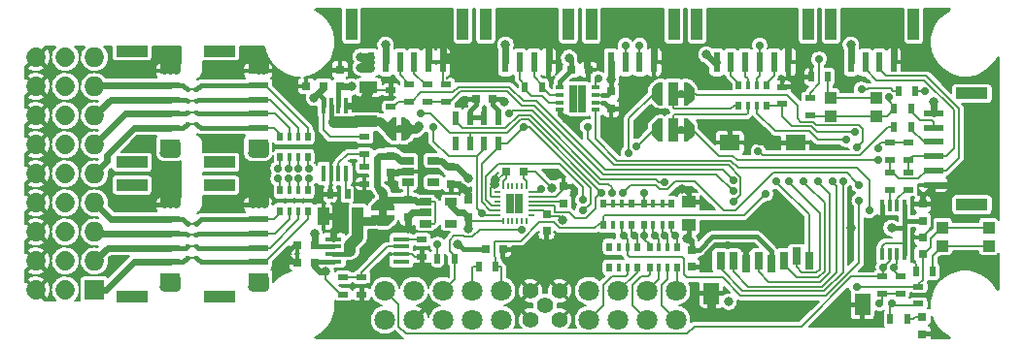
<source format=gtl>
G04 #@! TF.FileFunction,Copper,L1,Top,Signal*
%FSLAX46Y46*%
G04 Gerber Fmt 4.6, Leading zero omitted, Abs format (unit mm)*
G04 Created by KiCad (PCBNEW 4.0.5) date 01/10/17 14:27:18*
%MOMM*%
%LPD*%
G01*
G04 APERTURE LIST*
%ADD10C,0.100000*%
%ADD11R,0.750000X0.800000*%
%ADD12R,0.800000X0.750000*%
%ADD13R,0.900000X0.500000*%
%ADD14R,0.500000X0.900000*%
%ADD15R,0.200000X0.550000*%
%ADD16R,0.550000X0.200000*%
%ADD17R,0.800000X0.875000*%
%ADD18R,0.400000X1.100000*%
%ADD19R,1.450000X0.450000*%
%ADD20R,0.450000X1.450000*%
%ADD21R,1.060000X0.650000*%
%ADD22R,0.300000X2.000000*%
%ADD23R,0.900000X2.000000*%
%ADD24R,0.300000X0.700000*%
%ADD25R,1.250000X1.000000*%
%ADD26R,1.000000X1.600000*%
%ADD27R,1.600000X1.000000*%
%ADD28C,0.400000*%
%ADD29R,0.200000X0.200000*%
%ADD30R,0.800000X1.500000*%
%ADD31R,1.400000X1.900000*%
%ADD32R,1.800000X1.400000*%
%ADD33R,0.650000X0.350000*%
%ADD34R,0.775000X1.200000*%
%ADD35R,2.000000X0.300000*%
%ADD36R,0.700000X0.300000*%
%ADD37R,1.000000X1.000000*%
%ADD38R,0.600000X1.200000*%
%ADD39R,1.727200X1.727200*%
%ADD40C,1.727200*%
%ADD41O,1.727200X1.727200*%
%ADD42C,1.800000*%
%ADD43R,0.600000X1.800000*%
%ADD44R,1.000000X2.800000*%
%ADD45R,1.800000X0.600000*%
%ADD46R,2.800000X1.000000*%
%ADD47R,0.797560X0.797560*%
%ADD48C,1.400000*%
%ADD49R,0.500000X0.800000*%
%ADD50R,0.400000X0.800000*%
%ADD51C,0.700000*%
%ADD52C,0.800000*%
%ADD53C,0.200000*%
%ADD54C,0.400000*%
%ADD55C,0.600000*%
%ADD56C,0.800000*%
%ADD57C,1.000000*%
G04 APERTURE END LIST*
D10*
D11*
X125275000Y-107050000D03*
X125275000Y-105550000D03*
X105175000Y-106650000D03*
X105175000Y-108150000D03*
X94000000Y-102625000D03*
X94000000Y-101125000D03*
X92500000Y-103500000D03*
X92500000Y-105000000D03*
D12*
X87825000Y-93500000D03*
X86325000Y-93500000D03*
X87200000Y-106575000D03*
X88700000Y-106575000D03*
X90475000Y-99825000D03*
X88975000Y-99825000D03*
D11*
X98125000Y-92825000D03*
X98125000Y-94325000D03*
D12*
X94650000Y-90900000D03*
X96150000Y-90900000D03*
D11*
X125275000Y-104150000D03*
X125275000Y-102650000D03*
D12*
X72300000Y-106250000D03*
X70800000Y-106250000D03*
D11*
X74500000Y-92400000D03*
X74500000Y-90900000D03*
D12*
X72300000Y-107750000D03*
X70800000Y-107750000D03*
X73050000Y-92350000D03*
X71550000Y-92350000D03*
D11*
X80400000Y-102300000D03*
X80400000Y-103800000D03*
X78900000Y-98425000D03*
X78900000Y-99925000D03*
X85700000Y-103800000D03*
X85700000Y-102300000D03*
X84200000Y-99400000D03*
X84200000Y-100900000D03*
D13*
X124925000Y-109850000D03*
X124925000Y-111350000D03*
D14*
X123150000Y-92750000D03*
X124650000Y-92750000D03*
D13*
X113010000Y-93920000D03*
X113010000Y-92420000D03*
X115450000Y-94900000D03*
X115450000Y-93400000D03*
D14*
X124675000Y-108550000D03*
X126175000Y-108550000D03*
X115550000Y-91550000D03*
X117050000Y-91550000D03*
X84500000Y-107400000D03*
X83000000Y-107400000D03*
X88075000Y-108125000D03*
X86575000Y-108125000D03*
X90625000Y-92450000D03*
X92125000Y-92450000D03*
X124300000Y-94350000D03*
X122800000Y-94350000D03*
X124300000Y-95950000D03*
X122800000Y-95950000D03*
D13*
X122450000Y-97300000D03*
X122450000Y-98800000D03*
X124050000Y-97300000D03*
X124050000Y-98800000D03*
X124050000Y-101400000D03*
X124050000Y-99900000D03*
X122450000Y-101400000D03*
X122450000Y-99900000D03*
X123325000Y-109000000D03*
X123325000Y-110500000D03*
X121725000Y-109000000D03*
X121725000Y-110500000D03*
X78950000Y-94175000D03*
X78950000Y-92675000D03*
X83750000Y-93700000D03*
X83750000Y-92200000D03*
X80550000Y-93700000D03*
X80550000Y-92200000D03*
X82150000Y-93700000D03*
X82150000Y-92200000D03*
X74800000Y-110550000D03*
X74800000Y-109050000D03*
X76400000Y-109050000D03*
X76400000Y-110550000D03*
X76650000Y-96800000D03*
X76650000Y-98300000D03*
X76650000Y-99400000D03*
X76650000Y-100900000D03*
X81650000Y-105750000D03*
X81650000Y-107250000D03*
D14*
X75150000Y-101800000D03*
X73650000Y-101800000D03*
D15*
X88725000Y-104100000D03*
X89125000Y-104100000D03*
X89525000Y-104100000D03*
X89925000Y-104100000D03*
X90325000Y-104100000D03*
X90725000Y-104100000D03*
D16*
X91225000Y-103600000D03*
X91225000Y-103200000D03*
X91225000Y-102800000D03*
X91225000Y-102400000D03*
X91225000Y-102000000D03*
X91225000Y-101600000D03*
D15*
X90725000Y-101100000D03*
X90325000Y-101100000D03*
X89925000Y-101100000D03*
X89525000Y-101100000D03*
X89125000Y-101100000D03*
X88725000Y-101100000D03*
D16*
X88225000Y-101600000D03*
X88225000Y-102000000D03*
X88225000Y-102400000D03*
X88225000Y-102800000D03*
X88225000Y-103200000D03*
X88225000Y-103600000D03*
D17*
X90125000Y-102165000D03*
X89325000Y-102165000D03*
X90125000Y-103035000D03*
X89325000Y-103035000D03*
D18*
X123700000Y-102750000D03*
X123050000Y-102750000D03*
X122400000Y-102750000D03*
X121750000Y-102750000D03*
X121750000Y-107050000D03*
X122400000Y-107050000D03*
X123050000Y-107050000D03*
X123700000Y-107050000D03*
D19*
X79850000Y-107675000D03*
X79850000Y-107025000D03*
X79850000Y-106375000D03*
X79850000Y-105725000D03*
X73950000Y-105725000D03*
X73950000Y-106375000D03*
X73950000Y-107025000D03*
X73950000Y-107675000D03*
D20*
X73075000Y-100000000D03*
X73725000Y-100000000D03*
X74375000Y-100000000D03*
X75025000Y-100000000D03*
X75025000Y-94100000D03*
X74375000Y-94100000D03*
X73725000Y-94100000D03*
X73075000Y-94100000D03*
D21*
X81950000Y-102450000D03*
X81950000Y-103400000D03*
X81950000Y-104350000D03*
X84150000Y-104350000D03*
X84150000Y-102450000D03*
X80450000Y-98850000D03*
X80450000Y-99800000D03*
X80450000Y-100750000D03*
X82650000Y-100750000D03*
X82650000Y-98850000D03*
D22*
X102425000Y-93025000D03*
D10*
G36*
X101975000Y-93825000D02*
X101675000Y-93425000D01*
X101675000Y-92625000D01*
X101975000Y-92225000D01*
X101975000Y-93825000D01*
X101975000Y-93825000D01*
G37*
G36*
X102275000Y-94025000D02*
X101975000Y-93825000D01*
X101975000Y-92225000D01*
X102275000Y-92025000D01*
X102275000Y-94025000D01*
X102275000Y-94025000D01*
G37*
G36*
X105075000Y-92225000D02*
X105375000Y-92625000D01*
X105375000Y-93425000D01*
X105075000Y-93825000D01*
X105075000Y-92225000D01*
X105075000Y-92225000D01*
G37*
G36*
X104775000Y-92025000D02*
X105075000Y-92225000D01*
X105075000Y-93825000D01*
X104775000Y-94025000D01*
X104775000Y-92025000D01*
X104775000Y-92025000D01*
G37*
D22*
X104625000Y-93025000D03*
D23*
X103525000Y-93025000D03*
D24*
X104225000Y-93025000D03*
D10*
G36*
X104075000Y-92675000D02*
X104075000Y-93375000D01*
X103975000Y-93275000D01*
X103975000Y-92775000D01*
X104075000Y-92675000D01*
X104075000Y-92675000D01*
G37*
G36*
X104375000Y-93375000D02*
X104375000Y-92675000D01*
X104475000Y-92775000D01*
X104475000Y-93275000D01*
X104375000Y-93375000D01*
X104375000Y-93375000D01*
G37*
D22*
X102425000Y-96175000D03*
D10*
G36*
X101975000Y-96975000D02*
X101675000Y-96575000D01*
X101675000Y-95775000D01*
X101975000Y-95375000D01*
X101975000Y-96975000D01*
X101975000Y-96975000D01*
G37*
G36*
X102275000Y-97175000D02*
X101975000Y-96975000D01*
X101975000Y-95375000D01*
X102275000Y-95175000D01*
X102275000Y-97175000D01*
X102275000Y-97175000D01*
G37*
G36*
X105075000Y-95375000D02*
X105375000Y-95775000D01*
X105375000Y-96575000D01*
X105075000Y-96975000D01*
X105075000Y-95375000D01*
X105075000Y-95375000D01*
G37*
G36*
X104775000Y-95175000D02*
X105075000Y-95375000D01*
X105075000Y-96975000D01*
X104775000Y-97175000D01*
X104775000Y-95175000D01*
X104775000Y-95175000D01*
G37*
D22*
X104625000Y-96175000D03*
D23*
X103525000Y-96175000D03*
D24*
X104225000Y-96175000D03*
D10*
G36*
X104075000Y-95825000D02*
X104075000Y-96525000D01*
X103975000Y-96425000D01*
X103975000Y-95925000D01*
X104075000Y-95825000D01*
X104075000Y-95825000D01*
G37*
G36*
X104375000Y-96525000D02*
X104375000Y-95825000D01*
X104475000Y-95925000D01*
X104475000Y-96425000D01*
X104375000Y-96525000D01*
X104375000Y-96525000D01*
G37*
D22*
X80050000Y-96125000D03*
D10*
G36*
X80500000Y-95325000D02*
X80800000Y-95725000D01*
X80800000Y-96525000D01*
X80500000Y-96925000D01*
X80500000Y-95325000D01*
X80500000Y-95325000D01*
G37*
G36*
X80200000Y-95125000D02*
X80500000Y-95325000D01*
X80500000Y-96925000D01*
X80200000Y-97125000D01*
X80200000Y-95125000D01*
X80200000Y-95125000D01*
G37*
G36*
X78800000Y-96925000D02*
X78500000Y-96525000D01*
X78500000Y-95725000D01*
X78800000Y-95325000D01*
X78800000Y-96925000D01*
X78800000Y-96925000D01*
G37*
G36*
X79100000Y-97125000D02*
X78800000Y-96925000D01*
X78800000Y-95325000D01*
X79100000Y-95125000D01*
X79100000Y-97125000D01*
X79100000Y-97125000D01*
G37*
D22*
X79250000Y-96125000D03*
D24*
X79650000Y-96125000D03*
D10*
G36*
X79800000Y-96475000D02*
X79800000Y-95775000D01*
X79900000Y-95875000D01*
X79900000Y-96375000D01*
X79800000Y-96475000D01*
X79800000Y-96475000D01*
G37*
G36*
X79500000Y-95775000D02*
X79500000Y-96475000D01*
X79400000Y-96375000D01*
X79400000Y-95875000D01*
X79500000Y-95775000D01*
X79500000Y-95775000D01*
G37*
D25*
X104925000Y-104475000D03*
X104925000Y-102475000D03*
D26*
X76050000Y-103750000D03*
X73050000Y-103750000D03*
D27*
X77000000Y-95450000D03*
X77000000Y-92450000D03*
D10*
G36*
X61940000Y-95840000D02*
X61700000Y-95750000D01*
X61700000Y-95550000D01*
X61940000Y-95460000D01*
X61940000Y-95840000D01*
X61940000Y-95840000D01*
G37*
D28*
X62000000Y-95650000D03*
D29*
X61600000Y-95650000D03*
D10*
G36*
X61260000Y-95460000D02*
X61500000Y-95550000D01*
X61500000Y-95750000D01*
X61260000Y-95840000D01*
X61260000Y-95460000D01*
X61260000Y-95460000D01*
G37*
D28*
X61200000Y-95650000D03*
D10*
G36*
X61260000Y-94460000D02*
X61500000Y-94550000D01*
X61500000Y-94750000D01*
X61260000Y-94840000D01*
X61260000Y-94460000D01*
X61260000Y-94460000D01*
G37*
G36*
X61260000Y-93460000D02*
X61500000Y-93550000D01*
X61500000Y-93750000D01*
X61260000Y-93840000D01*
X61260000Y-93460000D01*
X61260000Y-93460000D01*
G37*
G36*
X61260000Y-92460000D02*
X61500000Y-92550000D01*
X61500000Y-92750000D01*
X61260000Y-92840000D01*
X61260000Y-92460000D01*
X61260000Y-92460000D01*
G37*
G36*
X61940000Y-94840000D02*
X61700000Y-94750000D01*
X61700000Y-94550000D01*
X61940000Y-94460000D01*
X61940000Y-94840000D01*
X61940000Y-94840000D01*
G37*
G36*
X61940000Y-93840000D02*
X61700000Y-93750000D01*
X61700000Y-93550000D01*
X61940000Y-93460000D01*
X61940000Y-93840000D01*
X61940000Y-93840000D01*
G37*
G36*
X61940000Y-92840000D02*
X61700000Y-92750000D01*
X61700000Y-92550000D01*
X61940000Y-92460000D01*
X61940000Y-92840000D01*
X61940000Y-92840000D01*
G37*
D28*
X62000000Y-94650000D03*
X62000000Y-93650000D03*
X62000000Y-92650000D03*
D29*
X61600000Y-94650000D03*
X61600000Y-93650000D03*
X61600000Y-92650000D03*
D28*
X61200000Y-94650000D03*
X61200000Y-93650000D03*
X61200000Y-92650000D03*
D10*
G36*
X61940000Y-107540000D02*
X61700000Y-107450000D01*
X61700000Y-107250000D01*
X61940000Y-107160000D01*
X61940000Y-107540000D01*
X61940000Y-107540000D01*
G37*
D28*
X62000000Y-107350000D03*
D29*
X61600000Y-107350000D03*
D10*
G36*
X61260000Y-107160000D02*
X61500000Y-107250000D01*
X61500000Y-107450000D01*
X61260000Y-107540000D01*
X61260000Y-107160000D01*
X61260000Y-107160000D01*
G37*
D28*
X61200000Y-107350000D03*
D10*
G36*
X61260000Y-106160000D02*
X61500000Y-106250000D01*
X61500000Y-106450000D01*
X61260000Y-106540000D01*
X61260000Y-106160000D01*
X61260000Y-106160000D01*
G37*
G36*
X61260000Y-105160000D02*
X61500000Y-105250000D01*
X61500000Y-105450000D01*
X61260000Y-105540000D01*
X61260000Y-105160000D01*
X61260000Y-105160000D01*
G37*
G36*
X61260000Y-104160000D02*
X61500000Y-104250000D01*
X61500000Y-104450000D01*
X61260000Y-104540000D01*
X61260000Y-104160000D01*
X61260000Y-104160000D01*
G37*
G36*
X61940000Y-106540000D02*
X61700000Y-106450000D01*
X61700000Y-106250000D01*
X61940000Y-106160000D01*
X61940000Y-106540000D01*
X61940000Y-106540000D01*
G37*
G36*
X61940000Y-105540000D02*
X61700000Y-105450000D01*
X61700000Y-105250000D01*
X61940000Y-105160000D01*
X61940000Y-105540000D01*
X61940000Y-105540000D01*
G37*
G36*
X61940000Y-104540000D02*
X61700000Y-104450000D01*
X61700000Y-104250000D01*
X61940000Y-104160000D01*
X61940000Y-104540000D01*
X61940000Y-104540000D01*
G37*
D28*
X62000000Y-106350000D03*
X62000000Y-105350000D03*
X62000000Y-104350000D03*
D29*
X61600000Y-106350000D03*
X61600000Y-105350000D03*
X61600000Y-104350000D03*
D28*
X61200000Y-106350000D03*
X61200000Y-105350000D03*
X61200000Y-104350000D03*
D30*
X115365000Y-107600000D03*
X114265000Y-107200000D03*
X113165000Y-107600000D03*
X112065000Y-107900000D03*
X110965000Y-107600000D03*
X109865000Y-107900000D03*
X108765000Y-107600000D03*
X107665000Y-107600000D03*
D31*
X120025000Y-111450000D03*
X106875000Y-110450000D03*
D32*
X114175000Y-97300000D03*
X108475000Y-97300000D03*
D33*
X96775000Y-94425000D03*
X96775000Y-93775000D03*
X96775000Y-93125000D03*
X96775000Y-92475000D03*
X93675000Y-92475000D03*
X93675000Y-93125000D03*
X93675000Y-93775000D03*
X93675000Y-94425000D03*
D34*
X94837500Y-92850000D03*
X94837500Y-94050000D03*
X95612500Y-92850000D03*
X95612500Y-94050000D03*
D35*
X78250000Y-103000000D03*
D10*
G36*
X77450000Y-102550000D02*
X77850000Y-102250000D01*
X78650000Y-102250000D01*
X79050000Y-102550000D01*
X77450000Y-102550000D01*
X77450000Y-102550000D01*
G37*
G36*
X77250000Y-102850000D02*
X77450000Y-102550000D01*
X79050000Y-102550000D01*
X79250000Y-102850000D01*
X77250000Y-102850000D01*
X77250000Y-102850000D01*
G37*
G36*
X79050000Y-104250000D02*
X78650000Y-104550000D01*
X77850000Y-104550000D01*
X77450000Y-104250000D01*
X79050000Y-104250000D01*
X79050000Y-104250000D01*
G37*
G36*
X79250000Y-103950000D02*
X79050000Y-104250000D01*
X77450000Y-104250000D01*
X77250000Y-103950000D01*
X79250000Y-103950000D01*
X79250000Y-103950000D01*
G37*
D35*
X78250000Y-103800000D03*
D36*
X78250000Y-103400000D03*
D10*
G36*
X78600000Y-103250000D02*
X77900000Y-103250000D01*
X78000000Y-103150000D01*
X78500000Y-103150000D01*
X78600000Y-103250000D01*
X78600000Y-103250000D01*
G37*
G36*
X77900000Y-103550000D02*
X78600000Y-103550000D01*
X78500000Y-103650000D01*
X78000000Y-103650000D01*
X77900000Y-103550000D01*
X77900000Y-103550000D01*
G37*
D37*
X121250000Y-94950000D03*
X117250000Y-94950000D03*
X121250000Y-93350000D03*
X117250000Y-93350000D03*
X127025000Y-104700000D03*
X131025000Y-104700000D03*
X127025000Y-106300000D03*
X131025000Y-106300000D03*
D38*
X88325000Y-95125000D03*
X87075000Y-95125000D03*
X85825000Y-95125000D03*
X84575000Y-95125000D03*
X84575000Y-97375000D03*
X85825000Y-97375000D03*
X87075000Y-97375000D03*
X88325000Y-97375000D03*
D39*
X53105000Y-110160000D03*
D40*
X50565000Y-110160000D02*
X50565000Y-110160000D01*
X48025000Y-110160000D02*
X48025000Y-110160000D01*
D41*
X53105000Y-107620000D03*
D40*
X50565000Y-107620000D02*
X50565000Y-107620000D01*
X48025000Y-107620000D02*
X48025000Y-107620000D01*
D41*
X53105000Y-105080000D03*
D40*
X50565000Y-105080000D02*
X50565000Y-105080000D01*
X48025000Y-105080000D02*
X48025000Y-105080000D01*
D41*
X53105000Y-102540000D03*
D40*
X50565000Y-102540000D02*
X50565000Y-102540000D01*
X48025000Y-102540000D02*
X48025000Y-102540000D01*
D41*
X53105000Y-100000000D03*
D40*
X50565000Y-100000000D02*
X50565000Y-100000000D01*
X48025000Y-100000000D02*
X48025000Y-100000000D01*
D41*
X53105000Y-97460000D03*
D40*
X50565000Y-97460000D02*
X50565000Y-97460000D01*
X48025000Y-97460000D02*
X48025000Y-97460000D01*
D41*
X53105000Y-94920000D03*
D40*
X50565000Y-94920000D02*
X50565000Y-94920000D01*
X48025000Y-94920000D02*
X48025000Y-94920000D01*
D41*
X53105000Y-92380000D03*
D40*
X50565000Y-92380000D02*
X50565000Y-92380000D01*
X48025000Y-92380000D02*
X48025000Y-92380000D01*
X48025000Y-89840000D02*
X48025000Y-89840000D01*
D41*
X53105000Y-89840000D03*
D40*
X50565000Y-89840000D02*
X50565000Y-89840000D01*
D42*
X101270000Y-110230000D03*
X103810000Y-110230000D03*
X98730000Y-110230000D03*
X88570000Y-110230000D03*
X86030000Y-110230000D03*
X83490000Y-110230000D03*
X80950000Y-110230000D03*
X78410000Y-110230000D03*
X78410000Y-112770000D03*
X80950000Y-112770000D03*
X83490000Y-112770000D03*
X86030000Y-112770000D03*
X88570000Y-112770000D03*
X98730000Y-112770000D03*
X101270000Y-112770000D03*
X103810000Y-112770000D03*
X96190000Y-112770000D03*
X96190000Y-110230000D03*
D43*
X101875000Y-90275000D03*
X100625000Y-90275000D03*
X99375000Y-90275000D03*
X98125000Y-90275000D03*
D44*
X96400000Y-86925000D03*
X103600000Y-86925000D03*
D43*
X122775000Y-90275000D03*
X121525000Y-90275000D03*
X120275000Y-90275000D03*
X119025000Y-90275000D03*
D44*
X117300000Y-86925000D03*
X124500000Y-86925000D03*
D43*
X92675000Y-90275000D03*
X91425000Y-90275000D03*
X90175000Y-90275000D03*
X88925000Y-90275000D03*
D44*
X87200000Y-86925000D03*
X94400000Y-86925000D03*
D45*
X59725000Y-91025000D03*
X59725000Y-92275000D03*
X59725000Y-93525000D03*
X59725000Y-94775000D03*
X59725000Y-96025000D03*
X59725000Y-97275000D03*
D46*
X56375000Y-99000000D03*
X56375000Y-89300000D03*
D45*
X59725000Y-102725000D03*
X59725000Y-103975000D03*
X59725000Y-105225000D03*
X59725000Y-106475000D03*
X59725000Y-107725000D03*
X59725000Y-108975000D03*
D46*
X56375000Y-110700000D03*
X56375000Y-101000000D03*
D45*
X67375000Y-91025000D03*
X67375000Y-92275000D03*
X67375000Y-93525000D03*
X67375000Y-94775000D03*
X67375000Y-96025000D03*
X67375000Y-97275000D03*
D46*
X64025000Y-99000000D03*
X64025000Y-89300000D03*
D45*
X67375000Y-102725000D03*
X67375000Y-103975000D03*
X67375000Y-105225000D03*
X67375000Y-106475000D03*
X67375000Y-107725000D03*
X67375000Y-108975000D03*
D46*
X64025000Y-110700000D03*
X64025000Y-101000000D03*
D43*
X83475000Y-90275000D03*
X82225000Y-90275000D03*
X80975000Y-90275000D03*
X79725000Y-90275000D03*
X78475000Y-90275000D03*
X77225000Y-90275000D03*
D44*
X75500000Y-86925000D03*
X85200000Y-86925000D03*
D45*
X126225000Y-100975000D03*
X126225000Y-99725000D03*
X126225000Y-98475000D03*
X126225000Y-97225000D03*
X126225000Y-95975000D03*
X126225000Y-94725000D03*
D46*
X129575000Y-93000000D03*
X129575000Y-102700000D03*
D43*
X113575000Y-90275000D03*
X112325000Y-90275000D03*
X111075000Y-90275000D03*
X109825000Y-90275000D03*
X108575000Y-90275000D03*
X107325000Y-90275000D03*
D44*
X105600000Y-86925000D03*
X115300000Y-86925000D03*
D47*
X125250000Y-112500700D03*
X125250000Y-113999300D03*
D14*
X123950000Y-112700000D03*
X122450000Y-112700000D03*
D48*
X92380000Y-111500000D03*
X93650000Y-110230000D03*
X93650000Y-112770000D03*
X91110000Y-112770000D03*
X91110000Y-110230000D03*
D49*
X101475000Y-108200000D03*
D50*
X103075000Y-108200000D03*
X102275000Y-108200000D03*
D49*
X103875000Y-108200000D03*
D50*
X102275000Y-106400000D03*
D49*
X101475000Y-106400000D03*
D50*
X103075000Y-106400000D03*
D49*
X103875000Y-106400000D03*
X97975000Y-108200000D03*
D50*
X99575000Y-108200000D03*
X98775000Y-108200000D03*
D49*
X100375000Y-108200000D03*
D50*
X98775000Y-106400000D03*
D49*
X97975000Y-106400000D03*
D50*
X99575000Y-106400000D03*
D49*
X100375000Y-106400000D03*
X100975000Y-104450000D03*
D50*
X102575000Y-104450000D03*
X101775000Y-104450000D03*
D49*
X103375000Y-104450000D03*
D50*
X101775000Y-102650000D03*
D49*
X100975000Y-102650000D03*
D50*
X102575000Y-102650000D03*
D49*
X103375000Y-102650000D03*
X97475000Y-104450000D03*
D50*
X99075000Y-104450000D03*
X98275000Y-104450000D03*
D49*
X99875000Y-104450000D03*
D50*
X98275000Y-102650000D03*
D49*
X97475000Y-102650000D03*
D50*
X99075000Y-102650000D03*
D49*
X99875000Y-102650000D03*
X71700000Y-101450000D03*
D50*
X70100000Y-101450000D03*
X70900000Y-101450000D03*
D49*
X69300000Y-101450000D03*
D50*
X70900000Y-103250000D03*
D49*
X71700000Y-103250000D03*
D50*
X70100000Y-103250000D03*
D49*
X69300000Y-103250000D03*
X69300000Y-98550000D03*
D50*
X70900000Y-98550000D03*
X70100000Y-98550000D03*
D49*
X71700000Y-98550000D03*
D50*
X70100000Y-96750000D03*
D49*
X69300000Y-96750000D03*
D50*
X70900000Y-96750000D03*
D49*
X71700000Y-96750000D03*
X109250000Y-94100000D03*
D50*
X110850000Y-94100000D03*
X110050000Y-94100000D03*
D49*
X111650000Y-94100000D03*
D50*
X110050000Y-92300000D03*
D49*
X109250000Y-92300000D03*
D50*
X110850000Y-92300000D03*
D49*
X111650000Y-92300000D03*
D51*
X100975000Y-101675000D03*
D52*
X85725008Y-100425000D03*
X94475000Y-89900000D03*
D51*
X116250000Y-90000000D03*
X122575012Y-111325000D03*
D52*
X108375000Y-111175000D03*
X126300000Y-114000000D03*
D51*
X102100000Y-94600000D03*
X131500000Y-100000000D03*
X74000000Y-114000000D03*
X131500000Y-108500000D03*
X80300000Y-86000000D03*
X90800000Y-86000000D03*
X100000000Y-86000000D03*
X110900000Y-86000000D03*
X120900000Y-86000000D03*
X126000000Y-86000000D03*
X131500000Y-91500000D03*
D52*
X74000000Y-86000000D03*
X73725000Y-98600006D03*
X118700000Y-111450000D03*
X108475000Y-95975000D03*
X119024000Y-104750000D03*
X111560000Y-104750000D03*
D51*
X75750000Y-111375000D03*
D52*
X99300000Y-92500000D03*
D51*
X94942304Y-101668953D03*
D52*
X85300000Y-93800000D03*
X94274996Y-95275000D03*
X80400000Y-104825000D03*
X88000000Y-100874996D03*
X85195002Y-101272996D03*
X104350000Y-101350000D03*
X95950000Y-89900000D03*
X121750000Y-103925000D03*
D51*
X108325000Y-106250000D03*
D52*
X109970000Y-96290000D03*
D51*
X76650000Y-101775000D03*
X93400000Y-106125000D03*
X93655000Y-107750000D03*
X91400000Y-106125000D03*
D52*
X127750000Y-100975000D03*
X122775000Y-88750000D03*
X101875000Y-88750000D03*
X113575000Y-88750000D03*
X92675000Y-88750000D03*
X79200000Y-100950000D03*
X108375000Y-112450000D03*
X73496962Y-90946653D03*
X74150000Y-104875000D03*
X67875000Y-101800000D03*
X66875000Y-101800000D03*
X60225000Y-101800000D03*
X59225000Y-101800000D03*
X59225000Y-90100000D03*
X60225000Y-90100000D03*
X66874996Y-90100000D03*
X67875000Y-90099988D03*
X76000000Y-93950000D03*
X83475000Y-88750000D03*
X82225000Y-88750000D03*
X84400000Y-89800000D03*
X69800000Y-107000000D03*
D51*
X119550000Y-109899999D03*
D52*
X93925000Y-104049001D03*
X104700000Y-105625000D03*
X93000000Y-101275000D03*
D51*
X121424996Y-97825000D03*
D52*
X88850000Y-93725000D03*
X84775000Y-106125004D03*
X85700002Y-104825000D03*
X122575000Y-104750000D03*
D51*
X121500000Y-111325000D03*
D52*
X78100000Y-101500000D03*
X98125000Y-91800000D03*
X75500000Y-92400000D03*
X67875000Y-109900000D03*
X66875000Y-109900000D03*
X60225000Y-109900000D03*
X59225000Y-109900000D03*
X60225000Y-98200000D03*
X59225000Y-98200000D03*
X67875000Y-98200000D03*
X66875000Y-98200000D03*
X72300000Y-105250000D03*
X73275000Y-108550000D03*
X72225000Y-93350000D03*
X78475000Y-88750000D03*
X76300000Y-90750000D03*
X76300000Y-89800000D03*
D51*
X92050000Y-101350000D03*
X122775000Y-108175000D03*
X121850000Y-108175000D03*
X111575000Y-101750000D03*
X69100000Y-100450000D03*
X122324994Y-93325000D03*
X90305744Y-104925003D03*
X99150000Y-101675000D03*
X119750000Y-101000000D03*
X83000000Y-106175000D03*
X110948153Y-98049334D03*
X108777874Y-100600420D03*
X108775000Y-101525000D03*
X89200000Y-94775000D03*
X102750000Y-100725000D03*
X101025000Y-105425000D03*
X98174877Y-101690540D03*
X99225000Y-105425000D03*
X119750000Y-102320435D03*
X95675000Y-102275000D03*
X102825000Y-105425000D03*
X118325000Y-100700000D03*
X117400000Y-100700000D03*
X116149996Y-100700000D03*
X114875000Y-100700000D03*
X113600004Y-100700000D03*
X112500000Y-100700004D03*
X97275000Y-101675000D03*
X81525000Y-94750000D03*
X101925000Y-105425000D03*
X82625000Y-95924913D03*
X86850000Y-103450000D03*
X100125000Y-105425000D03*
X95674774Y-103194414D03*
X90525000Y-95924891D03*
X103725000Y-105425000D03*
X120625000Y-103225000D03*
X97016887Y-91703200D03*
X108775000Y-102475000D03*
X96071528Y-95896419D03*
X125470031Y-92829969D03*
X99650000Y-98200000D03*
X119550000Y-97675000D03*
X100350000Y-97575000D03*
X121425000Y-98825000D03*
D52*
X106425000Y-89600000D03*
X81375000Y-95874913D03*
X88925000Y-88750000D03*
X126275000Y-93725000D03*
X119025000Y-88750000D03*
D51*
X111070000Y-88800000D03*
X119950000Y-92625000D03*
X71800000Y-100449989D03*
X70900000Y-100450000D03*
X70000000Y-100450000D03*
X69100000Y-99550000D03*
X70000000Y-99550000D03*
X119408508Y-96374988D03*
X71800000Y-99549976D03*
X70900000Y-99550000D03*
X118625000Y-97025000D03*
X100625000Y-88800000D03*
X99375000Y-88800000D03*
D53*
X122450000Y-112700000D02*
X122450000Y-111450012D01*
X122450000Y-111450012D02*
X122575012Y-111325000D01*
X100975000Y-102700000D02*
X100975000Y-101675000D01*
D54*
X93650000Y-92300000D02*
X93650000Y-91900000D01*
X93650000Y-91900000D02*
X94650000Y-90900000D01*
D55*
X85725008Y-100425000D02*
X84700008Y-99400000D01*
X84700008Y-99400000D02*
X84200000Y-99400000D01*
X82650000Y-98850000D02*
X83325000Y-98850000D01*
X84200000Y-99400000D02*
X83875000Y-99400000D01*
X83875000Y-99400000D02*
X83325000Y-98850000D01*
D54*
X94650000Y-90900000D02*
X94625000Y-90900000D01*
X94625000Y-90900000D02*
X94550000Y-90975000D01*
X94550000Y-90975000D02*
X94475000Y-90975000D01*
D53*
X93650000Y-92300000D02*
X93650000Y-92450000D01*
X93650000Y-92450000D02*
X93675000Y-92475000D01*
D54*
X94650000Y-90900000D02*
X94650000Y-90075000D01*
X94650000Y-90075000D02*
X94475000Y-89900000D01*
D53*
X98275000Y-102700000D02*
X97475000Y-102700000D01*
X99075000Y-102700000D02*
X98275000Y-102700000D01*
X99875000Y-102700000D02*
X99075000Y-102700000D01*
X100975000Y-102700000D02*
X99875000Y-102700000D01*
X101775000Y-102700000D02*
X100975000Y-102700000D01*
X102575000Y-102700000D02*
X101775000Y-102700000D01*
X103375000Y-102700000D02*
X102575000Y-102700000D01*
X115450000Y-93400000D02*
X115450000Y-92950000D01*
X115450000Y-92950000D02*
X116250000Y-92150000D01*
X116250000Y-92150000D02*
X116250000Y-90000000D01*
X122750012Y-111500000D02*
X122575012Y-111325000D01*
X124925000Y-111500000D02*
X122750012Y-111500000D01*
D54*
X104925000Y-102475000D02*
X104925000Y-101750000D01*
X104925000Y-101750000D02*
X104525000Y-101350000D01*
X104525000Y-101350000D02*
X104350000Y-101350000D01*
D53*
X124675000Y-108550000D02*
X124675000Y-107900000D01*
X124675000Y-107900000D02*
X124500000Y-107725000D01*
X124600000Y-105550000D02*
X125275000Y-105550000D01*
X124500000Y-107725000D02*
X124500000Y-105650000D01*
X124500000Y-105650000D02*
X124600000Y-105550000D01*
X126050000Y-102650000D02*
X126050000Y-104600000D01*
X125275000Y-105550000D02*
X125275000Y-105525000D01*
X125275000Y-105525000D02*
X126050000Y-104750000D01*
X126050000Y-104750000D02*
X126050000Y-104600000D01*
X125275000Y-102650000D02*
X126050000Y-102650000D01*
X125275000Y-105625000D02*
X125275000Y-105650000D01*
X73725000Y-100000000D02*
X73725000Y-98600006D01*
X76400000Y-110550000D02*
X76400000Y-110100000D01*
X76400000Y-110100000D02*
X76825000Y-109675000D01*
X76825000Y-109675000D02*
X77209999Y-109675000D01*
X77209999Y-109675000D02*
X77209999Y-108740001D01*
X77209999Y-108740001D02*
X78925000Y-107025000D01*
X78925000Y-107025000D02*
X79850000Y-107025000D01*
D55*
X73050000Y-103750000D02*
X73975000Y-103750000D01*
X73975000Y-103750000D02*
X74150000Y-103925000D01*
X74150000Y-103925000D02*
X74150000Y-104875000D01*
D53*
X76400000Y-111375000D02*
X76400000Y-110550000D01*
X75750000Y-111375000D02*
X76400000Y-111375000D01*
D54*
X106425000Y-106900000D02*
X107075000Y-106250000D01*
X105175000Y-108150000D02*
X105950000Y-108150000D01*
X105950000Y-108150000D02*
X106425000Y-107675000D01*
X106425000Y-107675000D02*
X106425000Y-106900000D01*
D56*
X108375000Y-112450000D02*
X107025000Y-112450000D01*
X107025000Y-112450000D02*
X106875000Y-112300000D01*
X106875000Y-112300000D02*
X106875000Y-110450000D01*
D54*
X120025000Y-111450000D02*
X118700000Y-111450000D01*
X108475000Y-97300000D02*
X108475000Y-95975000D01*
X98125000Y-94325000D02*
X98855000Y-94325000D01*
X99300000Y-93880000D02*
X99300000Y-93065685D01*
X98855000Y-94325000D02*
X99300000Y-93880000D01*
X99300000Y-93065685D02*
X99300000Y-92500000D01*
X97350000Y-93775000D02*
X97575000Y-93775000D01*
X97575000Y-93775000D02*
X98125000Y-94325000D01*
D53*
X92925000Y-102000000D02*
X93300000Y-102000000D01*
X93300000Y-102000000D02*
X94000000Y-101300000D01*
X94000000Y-101300000D02*
X94000000Y-101125000D01*
X125275000Y-105675000D02*
X125275000Y-105650000D01*
D54*
X114175000Y-97300000D02*
X110980000Y-97300000D01*
X110980000Y-97300000D02*
X110369999Y-96689999D01*
X110369999Y-96689999D02*
X109970000Y-96290000D01*
D53*
X94000000Y-101125000D02*
X94398351Y-101125000D01*
X94398351Y-101125000D02*
X94942304Y-101668953D01*
X94936257Y-101675000D02*
X94942304Y-101668953D01*
D54*
X86325000Y-93500000D02*
X85600000Y-93500000D01*
X85600000Y-93500000D02*
X85300000Y-93800000D01*
X85825000Y-95125000D02*
X85825000Y-94450000D01*
X85825000Y-94450000D02*
X86325000Y-93950000D01*
X86325000Y-93950000D02*
X86325000Y-93500000D01*
D53*
X92925010Y-101999990D02*
X92925000Y-102000000D01*
X92925000Y-102000000D02*
X91700000Y-102000000D01*
X91700000Y-102000000D02*
X91225000Y-102000000D01*
D54*
X93874997Y-94875001D02*
X94274996Y-95275000D01*
X93675000Y-94675004D02*
X93874997Y-94875001D01*
X93675000Y-94600000D02*
X93675000Y-94675004D01*
D53*
X88225000Y-102000000D02*
X87750000Y-102000000D01*
X87750000Y-102000000D02*
X87650000Y-101900000D01*
X87650000Y-101900000D02*
X87650000Y-101224996D01*
X87650000Y-101224996D02*
X88000000Y-100874996D01*
X88950000Y-99825000D02*
X88000000Y-100775000D01*
X88975000Y-99825000D02*
X88950000Y-99825000D01*
X88000000Y-100775000D02*
X88000000Y-100874996D01*
D54*
X88700000Y-106575000D02*
X90950000Y-106575000D01*
X90950000Y-106575000D02*
X91400000Y-106125000D01*
D53*
X92500000Y-105000000D02*
X92500000Y-106100000D01*
X92500000Y-106100000D02*
X92475000Y-106125000D01*
X92475000Y-106125000D02*
X91400000Y-106125000D01*
D55*
X84200000Y-100900000D02*
X84822006Y-100900000D01*
X84822006Y-100900000D02*
X85195002Y-101272996D01*
X85700000Y-102300000D02*
X85700000Y-101777994D01*
X85700000Y-101777994D02*
X85195002Y-101272996D01*
D53*
X88975000Y-100375000D02*
X88975000Y-99825000D01*
X88725000Y-101100000D02*
X88725000Y-100625000D01*
X88725000Y-100625000D02*
X88975000Y-100375000D01*
D55*
X80450000Y-99800000D02*
X79625000Y-99800000D01*
X78900000Y-99925000D02*
X79500000Y-99925000D01*
X79500000Y-99925000D02*
X79625000Y-99800000D01*
D53*
X79850000Y-107025000D02*
X80650000Y-107025000D01*
X81650000Y-107250000D02*
X81000000Y-107250000D01*
X81000000Y-107250000D02*
X80775000Y-107025000D01*
X80775000Y-107025000D02*
X80650000Y-107025000D01*
X83475000Y-90275000D02*
X83475000Y-91925000D01*
X83475000Y-91925000D02*
X83750000Y-92200000D01*
X93675000Y-94425000D02*
X93675000Y-94600000D01*
X96775000Y-93775000D02*
X97350000Y-93775000D01*
D54*
X95950000Y-89900000D02*
X95950000Y-90700000D01*
X95950000Y-90700000D02*
X96150000Y-90900000D01*
X107075000Y-106250000D02*
X108325000Y-106250000D01*
X109865000Y-106750000D02*
X109865000Y-107900000D01*
X108325000Y-106250000D02*
X109365000Y-106250000D01*
X109365000Y-106250000D02*
X109865000Y-106750000D01*
D53*
X113850000Y-91550000D02*
X115550000Y-91550000D01*
X113850000Y-91550000D02*
X113575000Y-91550000D01*
X113725000Y-91550000D02*
X113850000Y-91550000D01*
X113575000Y-91550000D02*
X113010000Y-92115000D01*
X113010000Y-92115000D02*
X113010000Y-92420000D01*
X113575000Y-91400000D02*
X113575000Y-91550000D01*
X113575000Y-90275000D02*
X113575000Y-91400000D01*
D56*
X120025000Y-111450000D02*
X120025000Y-111775000D01*
D54*
X121750000Y-102750000D02*
X121750000Y-103925000D01*
X125275000Y-102650000D02*
X125275000Y-101925000D01*
X125275000Y-101925000D02*
X126225000Y-100975000D01*
X108475000Y-97300000D02*
X108960000Y-97300000D01*
D53*
X76650000Y-100900000D02*
X76650000Y-101775000D01*
X78950000Y-92675000D02*
X77225000Y-92675000D01*
X77225000Y-92675000D02*
X77000000Y-92450000D01*
D55*
X126225000Y-100975000D02*
X127750000Y-100975000D01*
X122775000Y-90275000D02*
X122775000Y-88750000D01*
X101875000Y-90275000D02*
X101875000Y-88750000D01*
X113575000Y-90275000D02*
X113575000Y-88750000D01*
X92675000Y-90275000D02*
X92675000Y-88750000D01*
X78900000Y-99925000D02*
X78900000Y-100650000D01*
X78900000Y-100650000D02*
X79200000Y-100950000D01*
X80400000Y-103800000D02*
X80400000Y-104825000D01*
X81950000Y-103400000D02*
X80800000Y-103400000D01*
X80800000Y-103400000D02*
X80400000Y-103800000D01*
D53*
X73650000Y-102000000D02*
X73650000Y-101800000D01*
X73725000Y-100000000D02*
X73725000Y-101725000D01*
X73725000Y-101725000D02*
X73650000Y-101800000D01*
D55*
X73950000Y-105075000D02*
X73950000Y-105649999D01*
X74150000Y-104875000D02*
X73950000Y-105075000D01*
X73050000Y-103750000D02*
X73050000Y-104050000D01*
D56*
X67875000Y-101800000D02*
X67375000Y-101800000D01*
X67375000Y-101800000D02*
X66875000Y-101800000D01*
D55*
X67375000Y-102725000D02*
X67375000Y-101825000D01*
X67375000Y-101825000D02*
X67375000Y-101800000D01*
D56*
X67875000Y-101800000D02*
X67875000Y-102600000D01*
X66875000Y-101800000D02*
X66875000Y-102600000D01*
X60225000Y-101800000D02*
X59725000Y-101800000D01*
X59725000Y-101800000D02*
X59225000Y-101800000D01*
D55*
X59725000Y-102725000D02*
X59725000Y-101800000D01*
D56*
X60225000Y-101800000D02*
X60225000Y-102600000D01*
X59225000Y-101800000D02*
X59225000Y-102600000D01*
X66874996Y-90100000D02*
X67375000Y-90100000D01*
X67375000Y-90100000D02*
X67874988Y-90100000D01*
D55*
X67375000Y-91025000D02*
X67375000Y-90100000D01*
D56*
X67874988Y-90100000D02*
X67875000Y-90099988D01*
X59725000Y-90100000D02*
X59225000Y-90100000D01*
X60225000Y-90100000D02*
X59725000Y-90100000D01*
D55*
X59725000Y-90100000D02*
X59725000Y-91025000D01*
D56*
X60225000Y-90100000D02*
X60225000Y-90900000D01*
X59225000Y-90100000D02*
X59225000Y-90900000D01*
X66874996Y-90849996D02*
X66874996Y-90665685D01*
X66900000Y-90875000D02*
X66874996Y-90849996D01*
X66875008Y-90099988D02*
X66874996Y-90100000D01*
X66874996Y-90665685D02*
X66874996Y-90100000D01*
X67875000Y-90665673D02*
X67875000Y-90099988D01*
X67875000Y-90875000D02*
X67875000Y-90665673D01*
X67850000Y-90900000D02*
X67875000Y-90875000D01*
D55*
X76000000Y-93950000D02*
X75850000Y-94100000D01*
X75850000Y-94100000D02*
X75100001Y-94100000D01*
D56*
X77000000Y-92450000D02*
X77000000Y-92950000D01*
X77000000Y-92950000D02*
X76000000Y-93950000D01*
D54*
X74500000Y-90900000D02*
X73550000Y-90900000D01*
X73550000Y-90950000D02*
X73500000Y-91000000D01*
D55*
X83475000Y-90275000D02*
X83475000Y-88750000D01*
X82225000Y-90275000D02*
X82225000Y-88750000D01*
D56*
X84400000Y-89800000D02*
X83600000Y-89800000D01*
D54*
X70800000Y-107750000D02*
X70550000Y-107750000D01*
X70550000Y-107750000D02*
X69800000Y-107000000D01*
X70800000Y-106250000D02*
X70550000Y-106250000D01*
X70550000Y-106250000D02*
X69800000Y-107000000D01*
D53*
X124925000Y-109900000D02*
X124925000Y-109625000D01*
X124925000Y-109625000D02*
X125275000Y-109275000D01*
X125275000Y-109275000D02*
X125275000Y-107650000D01*
X125275000Y-107650000D02*
X125275000Y-107050000D01*
X124075000Y-109900000D02*
X124925000Y-109900000D01*
X119550000Y-109899999D02*
X124075000Y-109900000D01*
X131025000Y-104700000D02*
X127025000Y-104700000D01*
X127025000Y-104700000D02*
X126875000Y-104700000D01*
X126875000Y-104700000D02*
X125950001Y-105624999D01*
X125950001Y-106449999D02*
X125275000Y-107125000D01*
X125950001Y-105624999D02*
X125950001Y-106449999D01*
X125275000Y-107125000D02*
X125275000Y-107150000D01*
X92500000Y-103500000D02*
X92750011Y-103750011D01*
X92750011Y-103750011D02*
X93626010Y-103750011D01*
X93626010Y-103750011D02*
X93925000Y-104049001D01*
D54*
X105175000Y-105850000D02*
X104950000Y-105625000D01*
X104950000Y-105625000D02*
X104700000Y-105625000D01*
X105175000Y-106650000D02*
X105175000Y-105850000D01*
X105175000Y-106100000D02*
X105099999Y-106024999D01*
X104925000Y-104475000D02*
X104925000Y-105400000D01*
X104925000Y-105400000D02*
X104700000Y-105625000D01*
X105099999Y-106024999D02*
X104700000Y-105625000D01*
X105175000Y-106125000D02*
X105175000Y-106100000D01*
X123700000Y-104750000D02*
X123700000Y-106050000D01*
X123700000Y-106050000D02*
X123700000Y-107050000D01*
D53*
X121750000Y-107050000D02*
X121750000Y-106300000D01*
X121750000Y-106300000D02*
X122000000Y-106050000D01*
X122000000Y-106050000D02*
X123700000Y-106050000D01*
X91550000Y-99825000D02*
X92600001Y-100875001D01*
X92600001Y-100875001D02*
X93000000Y-101275000D01*
X90475000Y-99825000D02*
X91550000Y-99825000D01*
D54*
X112065000Y-107900000D02*
X112065000Y-106750000D01*
X112065000Y-106750000D02*
X110815000Y-105500000D01*
X110815000Y-105500000D02*
X106976458Y-105500000D01*
X106976458Y-105500000D02*
X105826458Y-106650000D01*
X105826458Y-106650000D02*
X105175000Y-106650000D01*
X87825000Y-93500000D02*
X88625000Y-93500000D01*
X88625000Y-93500000D02*
X88850000Y-93725000D01*
X87825000Y-93500000D02*
X87825000Y-93975000D01*
X87825000Y-93975000D02*
X88325000Y-94475000D01*
X88325000Y-94475000D02*
X88325000Y-95125000D01*
X85174999Y-106525003D02*
X84775000Y-106125004D01*
X85224996Y-106575000D02*
X85174999Y-106525003D01*
X87200000Y-106575000D02*
X85224996Y-106575000D01*
D55*
X85700000Y-104824998D02*
X85700002Y-104825000D01*
X85700000Y-103800000D02*
X85700000Y-104824998D01*
D53*
X90475000Y-99825000D02*
X90525000Y-99825000D01*
X90725001Y-100650001D02*
X90725001Y-101100000D01*
X90475000Y-100400000D02*
X90725001Y-100650001D01*
X90475000Y-99825000D02*
X90475000Y-100400000D01*
X88725000Y-104100000D02*
X86000000Y-104100000D01*
X86000000Y-104100000D02*
X85700000Y-103800000D01*
D55*
X85250000Y-103350000D02*
X85700000Y-103800000D01*
X84150000Y-102775000D02*
X84725000Y-103350000D01*
X84725000Y-103350000D02*
X85250000Y-103350000D01*
X84150000Y-102450000D02*
X84150000Y-102775000D01*
D53*
X91225000Y-103200000D02*
X92200000Y-103200000D01*
X92200000Y-103200000D02*
X92500000Y-103500000D01*
D54*
X123700000Y-104150000D02*
X123700000Y-104750000D01*
X123700000Y-104750000D02*
X122575000Y-104750000D01*
D53*
X122450000Y-97300000D02*
X121650000Y-97300000D01*
X121650000Y-97300000D02*
X121200000Y-97750000D01*
X124050000Y-97300000D02*
X122450000Y-97300000D01*
X121725000Y-110500000D02*
X121725000Y-111100000D01*
X121725000Y-111100000D02*
X121500000Y-111325000D01*
X123325000Y-110500000D02*
X121725000Y-110500000D01*
D54*
X123700000Y-103100000D02*
X123700000Y-104150000D01*
X125275000Y-104150000D02*
X123700000Y-104150000D01*
X123700000Y-102750000D02*
X123700000Y-103100000D01*
D53*
X91225000Y-102400000D02*
X93775000Y-102400000D01*
X93775000Y-102400000D02*
X94000000Y-102625000D01*
X78250000Y-102400000D02*
X78250000Y-102700000D01*
D55*
X77700001Y-101100001D02*
X78100000Y-101500000D01*
X77925000Y-98425000D02*
X77700001Y-98649999D01*
X77700001Y-98649999D02*
X77700001Y-101100001D01*
D56*
X78250000Y-101650000D02*
X78100000Y-101500000D01*
D55*
X78900000Y-98425000D02*
X77925000Y-98425000D01*
D56*
X78250000Y-102000000D02*
X78250000Y-101650000D01*
D54*
X98125000Y-91800000D02*
X98125000Y-92825000D01*
D55*
X80450000Y-98850000D02*
X79800000Y-98850000D01*
X78900000Y-98425000D02*
X79375000Y-98425000D01*
X79375000Y-98425000D02*
X79800000Y-98850000D01*
X80400000Y-102300000D02*
X78350000Y-102300000D01*
X78350000Y-102300000D02*
X78250000Y-102400000D01*
X81950000Y-102450000D02*
X81175000Y-102450000D01*
X80400000Y-102300000D02*
X81025000Y-102300000D01*
X81025000Y-102300000D02*
X81175000Y-102450000D01*
D53*
X81950000Y-104350000D02*
X82680000Y-104350000D01*
X82680000Y-104350000D02*
X82780001Y-104249999D01*
X82780001Y-104249999D02*
X82780001Y-102550001D01*
X82780001Y-102550001D02*
X82680000Y-102450000D01*
X82680000Y-102450000D02*
X81950000Y-102450000D01*
X80450000Y-100750000D02*
X80450000Y-102250000D01*
X80450000Y-102250000D02*
X80400000Y-102300000D01*
X97350000Y-93125000D02*
X96775000Y-93125000D01*
D54*
X97825000Y-93125000D02*
X97350000Y-93125000D01*
X98125000Y-92825000D02*
X97825000Y-93125000D01*
D55*
X98125000Y-90275000D02*
X98125000Y-91800000D01*
D56*
X78250000Y-102400000D02*
X78250000Y-102000000D01*
D55*
X78275000Y-102025000D02*
X78250000Y-102000000D01*
X74500000Y-92400000D02*
X75500000Y-92400000D01*
D56*
X67875000Y-109900000D02*
X67400000Y-109900000D01*
X67400000Y-109900000D02*
X66875000Y-109900000D01*
D55*
X67375000Y-108975000D02*
X67375000Y-109875000D01*
X67375000Y-109875000D02*
X67400000Y-109900000D01*
D56*
X67875000Y-109900000D02*
X67875000Y-109100000D01*
X66875000Y-109900000D02*
X66875000Y-109100000D01*
X60225000Y-109900000D02*
X59725000Y-109900000D01*
X59725000Y-109900000D02*
X59225000Y-109900000D01*
D55*
X59725000Y-108975000D02*
X59725000Y-109900000D01*
D56*
X60225000Y-109900000D02*
X60225000Y-109100000D01*
X59225000Y-109900000D02*
X59225000Y-109100000D01*
X59725000Y-98200000D02*
X59225000Y-98200000D01*
X60225000Y-98200000D02*
X59725000Y-98200000D01*
D55*
X59725000Y-98200000D02*
X59725000Y-97275000D01*
D56*
X60225000Y-98200000D02*
X60225000Y-97400000D01*
X59225000Y-98200000D02*
X59225000Y-97400000D01*
X66875000Y-98200000D02*
X67375000Y-98200000D01*
X67375000Y-98200000D02*
X67875000Y-98200000D01*
D55*
X67375000Y-97275000D02*
X67375000Y-98200000D01*
D56*
X66875000Y-98200000D02*
X66875000Y-97400000D01*
X67875000Y-98200000D02*
X67875000Y-97400000D01*
D54*
X74375000Y-94100000D02*
X74375000Y-92525000D01*
X74375000Y-92525000D02*
X74500000Y-92400000D01*
D55*
X72300000Y-106250000D02*
X72300000Y-105250000D01*
D54*
X73950000Y-106375000D02*
X72425000Y-106375000D01*
X72425000Y-106375000D02*
X72300000Y-106250000D01*
D55*
X73275000Y-108550000D02*
X72709315Y-108550000D01*
X72709315Y-108550000D02*
X72300000Y-108140685D01*
X72300000Y-108140685D02*
X72300000Y-108100000D01*
D53*
X73275000Y-109225000D02*
X73275000Y-109115685D01*
X74600000Y-110550000D02*
X73275000Y-109225000D01*
X73275000Y-109115685D02*
X73275000Y-108550000D01*
X74800000Y-110550000D02*
X74600000Y-110550000D01*
X73075000Y-94100000D02*
X73075000Y-96200000D01*
X73075000Y-96200000D02*
X73675000Y-96800000D01*
X73675000Y-96800000D02*
X76000000Y-96800000D01*
X76000000Y-96800000D02*
X76650000Y-96800000D01*
D55*
X73050000Y-92525000D02*
X72600000Y-92975000D01*
X72600000Y-92975000D02*
X72225000Y-93350000D01*
D54*
X73075000Y-94100000D02*
X73075000Y-93450000D01*
X73075000Y-93450000D02*
X72600000Y-92975000D01*
D55*
X73050000Y-92350000D02*
X73050000Y-92525000D01*
D54*
X73075000Y-92375000D02*
X73050000Y-92350000D01*
D55*
X78475000Y-90275000D02*
X78475000Y-88750000D01*
D56*
X76300000Y-89800000D02*
X77100000Y-89800000D01*
X76300000Y-90750000D02*
X77100000Y-90750000D01*
D55*
X76775000Y-90275000D02*
X76300000Y-90750000D01*
X77225000Y-90275000D02*
X76775000Y-90275000D01*
X76775000Y-90275000D02*
X76300000Y-89800000D01*
X72300000Y-107750000D02*
X72300000Y-108100000D01*
D54*
X73950000Y-107675000D02*
X72375000Y-107675000D01*
X72375000Y-107675000D02*
X72300000Y-107750000D01*
D53*
X78250000Y-104400000D02*
X78250000Y-104100000D01*
D56*
X77450000Y-104100000D02*
X76050000Y-104100000D01*
D54*
X78250000Y-104100000D02*
X77450000Y-104100000D01*
X75075001Y-106920001D02*
X75075001Y-106600000D01*
X74975000Y-107025000D02*
X75375000Y-107025000D01*
X73950000Y-107025000D02*
X74975000Y-107025000D01*
X74975000Y-107025000D02*
X75075001Y-106924999D01*
X75075001Y-106924999D02*
X75075001Y-106920001D01*
X75375000Y-107025000D02*
X75375000Y-106725002D01*
X75375000Y-106725002D02*
X75375001Y-106725001D01*
D57*
X75375001Y-106224999D02*
X75375001Y-106725001D01*
X76050000Y-103750000D02*
X76050000Y-105550000D01*
X76050000Y-105550000D02*
X75375001Y-106224999D01*
D56*
X77000000Y-95450000D02*
X77975000Y-95450000D01*
X77975000Y-95450000D02*
X78650000Y-96125000D01*
D54*
X73725000Y-95225000D02*
X73725000Y-95525000D01*
X73725000Y-94100000D02*
X73725000Y-95225000D01*
X73725000Y-95225000D02*
X74860000Y-95225000D01*
X74860000Y-95225000D02*
X75160001Y-95525001D01*
D57*
X75160001Y-95525001D02*
X74025001Y-95525001D01*
X77000000Y-95450000D02*
X75950000Y-95450000D01*
X75950000Y-95450000D02*
X75874999Y-95525001D01*
X75874999Y-95525001D02*
X75160001Y-95525001D01*
D53*
X91800000Y-101600000D02*
X92050000Y-101350000D01*
X91225000Y-101600000D02*
X91800000Y-101600000D01*
X91225000Y-101600000D02*
X91500000Y-101600000D01*
X122775000Y-108175000D02*
X122775000Y-108450000D01*
X122775000Y-108450000D02*
X123325000Y-109000000D01*
X123050000Y-107900000D02*
X122775000Y-108175000D01*
X123050000Y-107050000D02*
X123050000Y-107900000D01*
X121725000Y-109000000D02*
X119069200Y-109000000D01*
X119069200Y-109000000D02*
X114704201Y-113364999D01*
X114704201Y-113364999D02*
X105375000Y-113364999D01*
X105375000Y-113364999D02*
X104769998Y-113970001D01*
X104769998Y-113970001D02*
X80234001Y-113970001D01*
X80234001Y-113970001D02*
X79610001Y-113346001D01*
X79610001Y-113346001D02*
X79610001Y-111430001D01*
X79610001Y-111430001D02*
X79309999Y-111129999D01*
X79309999Y-111129999D02*
X78410000Y-110230000D01*
X121850000Y-108175000D02*
X121850000Y-108875000D01*
X121850000Y-108875000D02*
X121725000Y-109000000D01*
X122400000Y-107050000D02*
X122400000Y-107625000D01*
X122400000Y-107625000D02*
X121850000Y-108175000D01*
X93624012Y-104749011D02*
X96725989Y-104749011D01*
X88075000Y-107325000D02*
X87950000Y-107200000D01*
X97475000Y-104400000D02*
X97475000Y-103750000D01*
X88075000Y-108125000D02*
X88075000Y-107325000D01*
X87950000Y-107200000D02*
X87950000Y-105950000D01*
X87950000Y-105950000D02*
X88025000Y-105875000D01*
X88025000Y-105875000D02*
X90275000Y-105875000D01*
X90275000Y-105875000D02*
X91900000Y-104250000D01*
X91900000Y-104250000D02*
X93125001Y-104250000D01*
X93125001Y-104250000D02*
X93624012Y-104749011D01*
X97600000Y-103625000D02*
X109700000Y-103625000D01*
X96725989Y-104749011D02*
X97075000Y-104400000D01*
X97075000Y-104400000D02*
X97475000Y-104400000D01*
X97475000Y-103750000D02*
X97600000Y-103625000D01*
X109700000Y-103625000D02*
X111225001Y-102099999D01*
X111225001Y-102099999D02*
X111575000Y-101750000D01*
X88570000Y-110230000D02*
X88570000Y-108170000D01*
X88570000Y-108170000D02*
X88525000Y-108125000D01*
X88525000Y-108125000D02*
X88075000Y-108125000D01*
X126225000Y-98475000D02*
X127325000Y-98475000D01*
X127325000Y-98475000D02*
X127975000Y-97825000D01*
X127975000Y-97825000D02*
X127975000Y-94415698D01*
X127975000Y-94415698D02*
X125434313Y-91875011D01*
X125434313Y-91875011D02*
X121275011Y-91875011D01*
X121275011Y-91875011D02*
X120275000Y-90875000D01*
X120275000Y-90875000D02*
X120275000Y-90275000D01*
X126225000Y-98475000D02*
X124375000Y-98475000D01*
X124375000Y-98475000D02*
X124050000Y-98800000D01*
X124050000Y-99900000D02*
X124050000Y-98800000D01*
X124050000Y-99900000D02*
X123850000Y-99900000D01*
X126225000Y-99725000D02*
X127325000Y-99725000D01*
X127325000Y-99725000D02*
X128450001Y-98599999D01*
X128450001Y-98599999D02*
X128450001Y-94325001D01*
X128450001Y-94325001D02*
X125600001Y-91475001D01*
X125600001Y-91475001D02*
X122125001Y-91475001D01*
X122125001Y-91475001D02*
X121525000Y-90875000D01*
X121525000Y-90875000D02*
X121525000Y-90275000D01*
X122450000Y-99900000D02*
X122650000Y-99900000D01*
X122650000Y-99900000D02*
X123200001Y-100450001D01*
X123200001Y-100450001D02*
X124899999Y-100450001D01*
X124899999Y-100450001D02*
X125625000Y-99725000D01*
X125625000Y-99725000D02*
X126225000Y-99725000D01*
X122450000Y-99900000D02*
X122450000Y-98800000D01*
X69300000Y-100650000D02*
X69100000Y-100450000D01*
X69300000Y-101500000D02*
X69300000Y-100650000D01*
X122324994Y-93674994D02*
X122324994Y-93325000D01*
X122800000Y-94150000D02*
X122324994Y-93674994D01*
X122800000Y-94350000D02*
X122800000Y-94150000D01*
X117250000Y-94950000D02*
X115500000Y-94950000D01*
X115500000Y-94950000D02*
X115450000Y-94900000D01*
X121250000Y-94950000D02*
X120550000Y-94950000D01*
X120550000Y-94950000D02*
X117250000Y-94950000D01*
X121250000Y-94950000D02*
X122200000Y-94950000D01*
X122200000Y-94950000D02*
X122800000Y-94350000D01*
X127025000Y-106300000D02*
X131025000Y-106300000D01*
X126175000Y-108650000D02*
X126175000Y-107150000D01*
X126175000Y-107150000D02*
X127025000Y-106300000D01*
X121250000Y-93350000D02*
X120550000Y-93350000D01*
X120550000Y-93350000D02*
X117250000Y-93350000D01*
X117050000Y-91550000D02*
X117050000Y-93150000D01*
X117050000Y-93150000D02*
X117250000Y-93350000D01*
X89810770Y-104925003D02*
X90305744Y-104925003D01*
X86661001Y-104925003D02*
X89810770Y-104925003D01*
X84438999Y-105425003D02*
X85264003Y-105425003D01*
X85264003Y-105425003D02*
X85364002Y-105525002D01*
X85364002Y-105525002D02*
X86061002Y-105525002D01*
X84050000Y-106750000D02*
X84050000Y-105814002D01*
X84500000Y-107200000D02*
X84050000Y-106750000D01*
X86061002Y-105525002D02*
X86661001Y-104925003D01*
X84500000Y-107400000D02*
X84500000Y-107200000D01*
X84050000Y-105814002D02*
X84438999Y-105425003D01*
X99499999Y-101325001D02*
X99150000Y-101675000D01*
X101989326Y-101024999D02*
X99800001Y-101024999D01*
X103024999Y-101375001D02*
X102339328Y-101375001D01*
X107975000Y-103225000D02*
X105399999Y-100649999D01*
X108987002Y-103225000D02*
X107975000Y-103225000D01*
X102339328Y-101375001D02*
X101989326Y-101024999D01*
X112287002Y-99925000D02*
X108987002Y-103225000D01*
X99800001Y-101024999D02*
X99499999Y-101325001D01*
X118325000Y-99925000D02*
X112287002Y-99925000D01*
X103750001Y-100649999D02*
X103024999Y-101375001D01*
X105399999Y-100649999D02*
X103750001Y-100649999D01*
X118325000Y-99925000D02*
X118675000Y-99925000D01*
X119400001Y-100650001D02*
X119750000Y-101000000D01*
X119700000Y-100950000D02*
X119750000Y-101000000D01*
X118675000Y-99925000D02*
X119400001Y-100650001D01*
X118325000Y-99925000D02*
X118434302Y-99925000D01*
X84500000Y-107400000D02*
X84500000Y-109220000D01*
X84500000Y-109220000D02*
X83490000Y-110230000D01*
X83000000Y-106175000D02*
X83000000Y-107400000D01*
X93675000Y-93775000D02*
X92675000Y-93775000D01*
X92675000Y-93775000D02*
X92149990Y-93249990D01*
X92149990Y-93249990D02*
X91224990Y-93249990D01*
X91224990Y-93249990D02*
X90625000Y-92650000D01*
X90625000Y-92650000D02*
X90625000Y-92450000D01*
X90175000Y-90275000D02*
X90175000Y-91800000D01*
X90175000Y-91800000D02*
X90625000Y-92250000D01*
X90625000Y-92250000D02*
X90625000Y-92450000D01*
X91425000Y-90275000D02*
X91425000Y-91550000D01*
X91425000Y-91550000D02*
X92125000Y-92250000D01*
X92125000Y-92250000D02*
X92125000Y-92450000D01*
X93675000Y-93125000D02*
X92800000Y-93125000D01*
X92800000Y-93125000D02*
X92125000Y-92450000D01*
X111298152Y-98399333D02*
X110948153Y-98049334D01*
X119809115Y-98399333D02*
X111298152Y-98399333D01*
X122258448Y-95950000D02*
X119809115Y-98399333D01*
X122800000Y-95950000D02*
X122258448Y-95950000D01*
X123050000Y-102750000D02*
X123050000Y-102200000D01*
X123050000Y-102200000D02*
X123850000Y-101400000D01*
X123850000Y-101400000D02*
X124050000Y-101400000D01*
X122400000Y-102750000D02*
X122400000Y-101450000D01*
X122400000Y-101450000D02*
X122450000Y-101400000D01*
X97600025Y-99650025D02*
X106500000Y-99650025D01*
X106500000Y-99650025D02*
X107400026Y-99650025D01*
X108777874Y-100600420D02*
X107827479Y-99650025D01*
X107827479Y-99650025D02*
X106500000Y-99650025D01*
X91600000Y-93650000D02*
X97600025Y-99650025D01*
X89274988Y-92424988D02*
X90500000Y-93650000D01*
X84809312Y-92424988D02*
X89274988Y-92424988D01*
X84334300Y-92900000D02*
X84809312Y-92424988D01*
X80750000Y-93700000D02*
X81550000Y-92900000D01*
X80550000Y-93700000D02*
X80750000Y-93700000D01*
X81550000Y-92900000D02*
X84334300Y-92900000D01*
X90500000Y-93650000D02*
X91600000Y-93650000D01*
X80550000Y-93700000D02*
X79675000Y-93700000D01*
X78950000Y-94175000D02*
X79150000Y-94175000D01*
X79150000Y-94175000D02*
X79625000Y-93700000D01*
X79625000Y-93700000D02*
X79675000Y-93700000D01*
X106350000Y-100050036D02*
X106687265Y-100050036D01*
X97434336Y-100050036D02*
X106350000Y-100050036D01*
X106350000Y-100050036D02*
X107300036Y-100050036D01*
X107300036Y-100050036D02*
X108775000Y-101525000D01*
X84100000Y-93700000D02*
X84975001Y-92824999D01*
X90334311Y-94050011D02*
X90475000Y-94050011D01*
X83750000Y-93700000D02*
X84100000Y-93700000D01*
X84975001Y-92824999D02*
X89109299Y-92824999D01*
X89109299Y-92824999D02*
X90334311Y-94050011D01*
X90475000Y-94050011D02*
X91434311Y-94050011D01*
X91434311Y-94050011D02*
X97434336Y-100050036D01*
X90475000Y-94050011D02*
X90898307Y-94050011D01*
X82150000Y-93700000D02*
X83750000Y-93700000D01*
X79850000Y-106375000D02*
X78625000Y-106375000D01*
X78625000Y-106375000D02*
X76400000Y-108600000D01*
X76400000Y-108600000D02*
X76400000Y-109050000D01*
X74800000Y-109050000D02*
X76400000Y-109050000D01*
X76650000Y-98300000D02*
X76650000Y-99400000D01*
X74375000Y-100000000D02*
X74375000Y-99075000D01*
X74375000Y-99075000D02*
X75150000Y-98300000D01*
X75150000Y-98300000D02*
X76000000Y-98300000D01*
X76000000Y-98300000D02*
X76650000Y-98300000D01*
X79850000Y-105725000D02*
X81625000Y-105725000D01*
X81625000Y-105725000D02*
X81650000Y-105750000D01*
X81525000Y-105725000D02*
X81650000Y-105600000D01*
X75025000Y-100000000D02*
X75025000Y-101675000D01*
X75025000Y-101675000D02*
X75150000Y-101800000D01*
X102750000Y-100725000D02*
X102255026Y-100725000D01*
X102255026Y-100725000D02*
X102005027Y-100475001D01*
X102005027Y-100475001D02*
X97237801Y-100475001D01*
X97237801Y-100475001D02*
X91237667Y-94474867D01*
X91237667Y-94474867D02*
X89500133Y-94474867D01*
X89500133Y-94474867D02*
X89200000Y-94775000D01*
X101475000Y-106450000D02*
X101475000Y-106175000D01*
X101475000Y-106175000D02*
X101025000Y-105725000D01*
X101025000Y-105725000D02*
X101025000Y-105425000D01*
X100975000Y-104400000D02*
X100975000Y-105375000D01*
X100975000Y-105375000D02*
X101025000Y-105425000D01*
X119750000Y-102320435D02*
X119750000Y-107753500D01*
X116853445Y-110650051D02*
X109425051Y-110650051D01*
X104290000Y-107300000D02*
X99775000Y-107300000D01*
X99775000Y-107300000D02*
X99575000Y-107100000D01*
X99575000Y-107100000D02*
X99575000Y-105775000D01*
X99575000Y-105775000D02*
X99225000Y-105425000D01*
X119750000Y-107753500D02*
X116853445Y-110650051D01*
X109425051Y-110650051D02*
X107825000Y-109050000D01*
X107825000Y-109050000D02*
X104725000Y-109050000D01*
X104725000Y-109050000D02*
X104450000Y-108775000D01*
X104450000Y-108775000D02*
X104450000Y-107460000D01*
X104450000Y-107460000D02*
X104290000Y-107300000D01*
X98174877Y-101690540D02*
X98174877Y-101195566D01*
X98174877Y-101195566D02*
X97900576Y-100921265D01*
X97118365Y-100921265D02*
X91071977Y-94874877D01*
X97900576Y-100921265D02*
X97118365Y-100921265D01*
X91071977Y-94874877D02*
X90060796Y-94874878D01*
X90060796Y-94874878D02*
X88910673Y-96025001D01*
X88910673Y-96025001D02*
X85175001Y-96025001D01*
X85175001Y-96025001D02*
X84575000Y-95425000D01*
X84575000Y-95425000D02*
X84575000Y-95125000D01*
X99075000Y-104400000D02*
X99075000Y-105275000D01*
X99075000Y-105275000D02*
X99225000Y-105425000D01*
X95675000Y-101174998D02*
X95675000Y-101780026D01*
X87250000Y-102300000D02*
X87250000Y-100234998D01*
X87250000Y-100234998D02*
X88334999Y-99149999D01*
X93650000Y-99149998D02*
X95675000Y-101174998D01*
X88225000Y-102800000D02*
X87750000Y-102800000D01*
X87750000Y-102800000D02*
X87250000Y-102300000D01*
X88334999Y-99149999D02*
X93650000Y-99149998D01*
X95675000Y-101780026D02*
X95675000Y-102275000D01*
X102575000Y-104400000D02*
X102575000Y-105175000D01*
X102575000Y-105175000D02*
X102825000Y-105425000D01*
X103075000Y-106450000D02*
X103075000Y-105675000D01*
X103075000Y-105675000D02*
X102825000Y-105425000D01*
X118325000Y-101194974D02*
X118325000Y-100700000D01*
X118325000Y-108612796D02*
X118325000Y-101194974D01*
X116687756Y-110250040D02*
X118325000Y-108612796D01*
X109590740Y-110250040D02*
X116687756Y-110250040D01*
X107665000Y-108324300D02*
X109590740Y-110250040D01*
X107665000Y-107600000D02*
X107665000Y-108324300D01*
X117749999Y-101049999D02*
X117400000Y-100700000D01*
X117749999Y-108622099D02*
X117749999Y-101049999D01*
X116522067Y-109850031D02*
X117749999Y-108622099D01*
X110065031Y-109850031D02*
X116522067Y-109850031D01*
X108765000Y-108550000D02*
X110065031Y-109850031D01*
X108765000Y-107600000D02*
X108765000Y-108550000D01*
X116499995Y-101049999D02*
X116149996Y-100700000D01*
X117175000Y-101725004D02*
X116499995Y-101049999D01*
X117175000Y-108631400D02*
X117175000Y-101725004D01*
X116356378Y-109450021D02*
X117175000Y-108631400D01*
X111865021Y-109450021D02*
X116356378Y-109450021D01*
X110965000Y-107600000D02*
X110965000Y-108550000D01*
X110965000Y-108550000D02*
X111865021Y-109450021D01*
X115224999Y-101049999D02*
X114875000Y-100700000D01*
X116725010Y-108515690D02*
X116725010Y-102550010D01*
X116190689Y-109050011D02*
X116725010Y-108515690D01*
X114265011Y-109050011D02*
X116190689Y-109050011D01*
X113165000Y-107950000D02*
X114265011Y-109050011D01*
X113165000Y-107600000D02*
X113165000Y-107950000D01*
X116725010Y-102550010D02*
X115224999Y-101049999D01*
X113950003Y-101049999D02*
X113600004Y-100700000D01*
X116324999Y-103424995D02*
X113950003Y-101049999D01*
X116025000Y-108650000D02*
X116324999Y-108350001D01*
X114765000Y-108650000D02*
X116025000Y-108650000D01*
X114265000Y-108150000D02*
X114765000Y-108650000D01*
X116324999Y-108350001D02*
X116324999Y-103424995D01*
X114265000Y-107200000D02*
X114265000Y-108150000D01*
X114265000Y-107200000D02*
X114265000Y-106850000D01*
X112849999Y-101050003D02*
X112500000Y-100700004D01*
X115365000Y-103565004D02*
X112849999Y-101050003D01*
X115365000Y-107600000D02*
X115365000Y-103565004D01*
X91225000Y-102800000D02*
X93220000Y-102800000D01*
X94473999Y-103348999D02*
X95000001Y-103875001D01*
X93220000Y-102800000D02*
X93220000Y-103345000D01*
X93220000Y-103345000D02*
X93223999Y-103348999D01*
X93223999Y-103348999D02*
X94473999Y-103348999D01*
X95000001Y-103875001D02*
X95956189Y-103875001D01*
X95956189Y-103875001D02*
X96775001Y-103056189D01*
X96775001Y-103056189D02*
X96775001Y-102124999D01*
X96775001Y-102124999D02*
X97225000Y-101675000D01*
X97225000Y-101675000D02*
X97275000Y-101675000D01*
X90906289Y-95274889D02*
X90525000Y-95274889D01*
X90525000Y-95274889D02*
X90226485Y-95274889D01*
X97275000Y-101675000D02*
X97275000Y-101643598D01*
X97275000Y-101643598D02*
X90906291Y-95274889D01*
X90906291Y-95274889D02*
X90525000Y-95274889D01*
X90226485Y-95274889D02*
X89076362Y-96425012D01*
X89076362Y-96425012D02*
X86775000Y-96425012D01*
X83912012Y-96250000D02*
X82412012Y-94750000D01*
X85849988Y-96425012D02*
X84087024Y-96425012D01*
X84087024Y-96425012D02*
X83912012Y-96250000D01*
X86474988Y-96425012D02*
X86775000Y-96425012D01*
X85825000Y-97375000D02*
X85825000Y-96450000D01*
X85825000Y-96450000D02*
X85849988Y-96425012D01*
X85849988Y-96425012D02*
X86775000Y-96425012D01*
X82019974Y-94750000D02*
X81525000Y-94750000D01*
X82412012Y-94750000D02*
X82019974Y-94750000D01*
X85825000Y-97375000D02*
X85825000Y-97075000D01*
X101775000Y-104400000D02*
X101775000Y-105275000D01*
X101775000Y-105275000D02*
X101925000Y-105425000D01*
X102275000Y-106450000D02*
X102275000Y-105775000D01*
X102275000Y-105775000D02*
X101925000Y-105425000D01*
X86124960Y-98475000D02*
X86449960Y-98475000D01*
X86449960Y-98475000D02*
X86449980Y-98475020D01*
X82625000Y-96419887D02*
X82625000Y-95924913D01*
X83950000Y-98475000D02*
X82625000Y-97150000D01*
X82625000Y-97150000D02*
X82625000Y-96419887D01*
X86124960Y-98475000D02*
X83950000Y-98475000D01*
X86449980Y-98800020D02*
X86449980Y-103049980D01*
X86449980Y-103049980D02*
X86850000Y-103450000D01*
X87300000Y-103600000D02*
X87000000Y-103600000D01*
X87000000Y-103600000D02*
X86850000Y-103450000D01*
X86449980Y-98800020D02*
X86449980Y-98475020D01*
X86449980Y-98475020D02*
X87075000Y-97850000D01*
X87075000Y-97850000D02*
X87075000Y-97375000D01*
X88225000Y-103600000D02*
X87300000Y-103600000D01*
X99875000Y-104400000D02*
X99875000Y-105175000D01*
X99875000Y-105175000D02*
X100125000Y-105425000D01*
X100375000Y-106450000D02*
X100375000Y-105675000D01*
X100375000Y-105675000D02*
X100125000Y-105425000D01*
X95674774Y-103194414D02*
X96024773Y-102844415D01*
X96024773Y-102844415D02*
X96067589Y-102844415D01*
X96067589Y-102844415D02*
X96325002Y-102587002D01*
X96325002Y-102587002D02*
X96325002Y-101259300D01*
X96325002Y-101259300D02*
X90990702Y-95925000D01*
X90990702Y-95925000D02*
X90525109Y-95925000D01*
X90525109Y-95925000D02*
X90525000Y-95924891D01*
X88325000Y-97375000D02*
X89074891Y-97375000D01*
X89074891Y-97375000D02*
X90175001Y-96274890D01*
X90175001Y-96274890D02*
X90525000Y-95924891D01*
X88225000Y-103200000D02*
X87584301Y-103200000D01*
X87584301Y-103200000D02*
X86849990Y-102465689D01*
X88325000Y-97375000D02*
X88325000Y-97675000D01*
X88325000Y-97675000D02*
X86849990Y-99150010D01*
X86849990Y-99150010D02*
X86849990Y-102465689D01*
X103375000Y-104400000D02*
X103375000Y-105075000D01*
X103375000Y-105075000D02*
X103725000Y-105425000D01*
X103875000Y-106450000D02*
X103875000Y-105575000D01*
X103875000Y-105575000D02*
X103725000Y-105425000D01*
X120625000Y-103225000D02*
X120625000Y-100575000D01*
X120625000Y-100575000D02*
X119550034Y-99500034D01*
X119550034Y-99500034D02*
X109205188Y-99500034D01*
X98650003Y-98850003D02*
X96775000Y-96975000D01*
X109205188Y-99500034D02*
X108555157Y-98850003D01*
X108555157Y-98850003D02*
X98650003Y-98850003D01*
X96775000Y-96975000D02*
X96775000Y-94800000D01*
X96775000Y-94800000D02*
X96775000Y-94425000D01*
X96071528Y-95896419D02*
X96071528Y-96971528D01*
X96071528Y-96971528D02*
X98350014Y-99250014D01*
X98350014Y-99250014D02*
X108389470Y-99250014D01*
X109427875Y-101822125D02*
X109124999Y-102125001D01*
X108389470Y-99250014D02*
X109427875Y-100288419D01*
X109427875Y-100288419D02*
X109427875Y-101822125D01*
X109124999Y-102125001D02*
X108775000Y-102475000D01*
X96775000Y-92475000D02*
X96775000Y-91945087D01*
X96775000Y-91945087D02*
X97016887Y-91703200D01*
X96775000Y-92475000D02*
X96775000Y-92425000D01*
X124650000Y-92750000D02*
X125390062Y-92750000D01*
X125390062Y-92750000D02*
X125470031Y-92829969D01*
X99650000Y-97705026D02*
X99650000Y-98200000D01*
X99650000Y-95200000D02*
X99650000Y-97705026D01*
X101825000Y-93025000D02*
X99650000Y-95200000D01*
X113479972Y-93149970D02*
X105599970Y-93149970D01*
X119720510Y-95724986D02*
X118015016Y-95724986D01*
X114375000Y-95200000D02*
X114375000Y-94044998D01*
X114375000Y-94044998D02*
X113479972Y-93149970D01*
X105599970Y-93149970D02*
X105475000Y-93025000D01*
X117990001Y-95750001D02*
X115981401Y-95750001D01*
X115981401Y-95750001D02*
X115706378Y-95474978D01*
X118015016Y-95724986D02*
X117990001Y-95750001D01*
X120058510Y-97166490D02*
X120058510Y-96062986D01*
X115706378Y-95474978D02*
X114649978Y-95474978D01*
X119550000Y-97675000D02*
X120058510Y-97166490D01*
X120058510Y-96062986D02*
X119720510Y-95724986D01*
X114649978Y-95474978D02*
X114375000Y-95200000D01*
X105475000Y-93025000D02*
X105225000Y-93025000D01*
X103525000Y-93025000D02*
X103525000Y-94225000D01*
X103525000Y-94225000D02*
X103625001Y-94325001D01*
X103625001Y-94325001D02*
X108574999Y-94325001D01*
X108574999Y-94325001D02*
X108850000Y-94050000D01*
X108850000Y-94050000D02*
X109250000Y-94050000D01*
X109250000Y-94050000D02*
X109250000Y-93800000D01*
X100425000Y-97575000D02*
X100350000Y-97575000D01*
X101825000Y-96175000D02*
X100425000Y-97575000D01*
X121425000Y-98825000D02*
X109095852Y-98825000D01*
X109095852Y-98825000D02*
X108720844Y-98449992D01*
X108720844Y-98449992D02*
X107499992Y-98449992D01*
X107499992Y-98449992D02*
X105225000Y-96175000D01*
X110050000Y-94700000D02*
X110050000Y-94100000D01*
X103525000Y-96175000D02*
X103525000Y-94975000D01*
X103525000Y-94975000D02*
X103675000Y-94825000D01*
X103675000Y-94825000D02*
X109925000Y-94825000D01*
X109925000Y-94825000D02*
X110050000Y-94700000D01*
X102275000Y-108150000D02*
X102275000Y-109225000D01*
X102275000Y-109225000D02*
X101270000Y-110230000D01*
X103875000Y-108150000D02*
X103875000Y-110165000D01*
X103875000Y-110165000D02*
X103810000Y-110230000D01*
X103800000Y-110220000D02*
X103810000Y-110230000D01*
X103730000Y-110230000D02*
X103810000Y-110230000D01*
X103780000Y-110230000D02*
X103810000Y-110230000D01*
X98730000Y-110230000D02*
X100375000Y-108585000D01*
X100375000Y-108585000D02*
X100375000Y-108150000D01*
X100773998Y-108950000D02*
X101325000Y-108950000D01*
X101325000Y-108950000D02*
X101475000Y-108800000D01*
X101475000Y-108800000D02*
X101475000Y-108200000D01*
X100773998Y-108950000D02*
X100000000Y-109723998D01*
X101475000Y-108150000D02*
X101475000Y-108248998D01*
X100000000Y-109723998D02*
X100000000Y-111500000D01*
X100000000Y-111500000D02*
X100370001Y-111870001D01*
X100370001Y-111870001D02*
X101270000Y-112770000D01*
X101400000Y-108150000D02*
X101400000Y-108323998D01*
X103075000Y-108150000D02*
X103075000Y-109188998D01*
X103075000Y-109188998D02*
X102550000Y-109713998D01*
X102550000Y-109713998D02*
X102550000Y-111510000D01*
X102550000Y-111510000D02*
X102910001Y-111870001D01*
X102910001Y-111870001D02*
X103810000Y-112770000D01*
D55*
X106824999Y-89999999D02*
X106425000Y-89600000D01*
X107100000Y-90275000D02*
X106824999Y-89999999D01*
X107325000Y-90275000D02*
X107100000Y-90275000D01*
D56*
X80650000Y-96125000D02*
X81124913Y-96125000D01*
X81124913Y-96125000D02*
X81375000Y-95874913D01*
D55*
X88925000Y-90275000D02*
X88925000Y-88750000D01*
X126225000Y-93775000D02*
X126275000Y-93725000D01*
X126225000Y-94725000D02*
X126225000Y-93775000D01*
X119025000Y-90275000D02*
X119025000Y-88750000D01*
D53*
X126225000Y-95975000D02*
X126225000Y-95475000D01*
X126225000Y-95475000D02*
X126075001Y-95325001D01*
X126075001Y-95325001D02*
X125075001Y-95325001D01*
X125075001Y-95325001D02*
X124300000Y-94550000D01*
X124300000Y-94550000D02*
X124300000Y-94350000D01*
X126225000Y-97225000D02*
X125375000Y-97225000D01*
X125375000Y-97225000D02*
X124300000Y-96150000D01*
X124300000Y-96150000D02*
X124300000Y-95950000D01*
X79725000Y-90275000D02*
X79725000Y-91375000D01*
X79725000Y-91375000D02*
X80550000Y-92200000D01*
X80975000Y-90275000D02*
X80975000Y-91225000D01*
X80975000Y-91225000D02*
X81950000Y-92200000D01*
X81950000Y-92200000D02*
X82150000Y-92200000D01*
X61600000Y-107350000D02*
X61800000Y-107350000D01*
X61400000Y-107350000D02*
X61800000Y-107350000D01*
D55*
X59725000Y-107725000D02*
X56549998Y-107725000D01*
X56549998Y-107725000D02*
X54114998Y-110160000D01*
X54114998Y-110160000D02*
X53105000Y-110160000D01*
D53*
X71700000Y-103200000D02*
X71700000Y-104000000D01*
X71700000Y-104000000D02*
X67975000Y-107725000D01*
X67975000Y-107725000D02*
X67375000Y-107725000D01*
D54*
X59725000Y-107725000D02*
X60825000Y-107725000D01*
X60825000Y-107725000D02*
X61200000Y-107350000D01*
X67375000Y-107725000D02*
X62375000Y-107725000D01*
X62375000Y-107725000D02*
X62000000Y-107350000D01*
D53*
X61600000Y-106350000D02*
X61800000Y-106350000D01*
X61400000Y-106350000D02*
X61800000Y-106350000D01*
D55*
X59725000Y-106475000D02*
X54250000Y-106475000D01*
X54250000Y-106475000D02*
X53105000Y-107620000D01*
D53*
X70900000Y-103200000D02*
X70900000Y-104000000D01*
X70900000Y-104000000D02*
X68425000Y-106475000D01*
X68425000Y-106475000D02*
X67375000Y-106475000D01*
D54*
X59725000Y-106475000D02*
X61075000Y-106475000D01*
X61075000Y-106475000D02*
X61200000Y-106350000D01*
X67375000Y-106475000D02*
X62125000Y-106475000D01*
X62125000Y-106475000D02*
X62000000Y-106350000D01*
D53*
X61600000Y-105350000D02*
X61800000Y-105350000D01*
X61400000Y-105350000D02*
X61800000Y-105350000D01*
D55*
X59725000Y-105225000D02*
X53250000Y-105225000D01*
X53250000Y-105225000D02*
X53105000Y-105080000D01*
D53*
X70100000Y-103200000D02*
X70100000Y-104000000D01*
X70100000Y-104000000D02*
X68875000Y-105225000D01*
X68875000Y-105225000D02*
X68475000Y-105225000D01*
X68475000Y-105225000D02*
X67375000Y-105225000D01*
D54*
X59725000Y-105225000D02*
X61075000Y-105225000D01*
X61075000Y-105225000D02*
X61200000Y-105350000D01*
X67375000Y-105225000D02*
X62125000Y-105225000D01*
X62125000Y-105225000D02*
X62000000Y-105350000D01*
D53*
X61600000Y-104350000D02*
X61800000Y-104350000D01*
X61400000Y-104350000D02*
X61800000Y-104350000D01*
D55*
X59725000Y-103975000D02*
X54540000Y-103975000D01*
X54540000Y-103975000D02*
X53105000Y-102540000D01*
D53*
X67375000Y-103975000D02*
X68775000Y-103975000D01*
X68775000Y-103975000D02*
X69300000Y-103450000D01*
X69300000Y-103450000D02*
X69300000Y-103200000D01*
D54*
X67375000Y-103975000D02*
X62375000Y-103975000D01*
X62375000Y-103975000D02*
X62000000Y-104350000D01*
X59725000Y-103975000D02*
X60825000Y-103975000D01*
X60825000Y-103975000D02*
X61200000Y-104350000D01*
D53*
X61600000Y-95650000D02*
X61800000Y-95650000D01*
X61400000Y-95650000D02*
X61800000Y-95650000D01*
D55*
X59725000Y-96025000D02*
X56558130Y-96025000D01*
X56558130Y-96025000D02*
X54200000Y-98383130D01*
X54200000Y-98383130D02*
X54200000Y-98905000D01*
X54200000Y-98905000D02*
X53105000Y-100000000D01*
D53*
X67375000Y-96025000D02*
X68775000Y-96025000D01*
X68775000Y-96025000D02*
X69300000Y-96550000D01*
X69300000Y-96550000D02*
X69300000Y-96800000D01*
D54*
X59725000Y-96025000D02*
X60825000Y-96025000D01*
X60825000Y-96025000D02*
X61200000Y-95650000D01*
X67375000Y-96025000D02*
X62375000Y-96025000D01*
X62375000Y-96025000D02*
X62000000Y-95650000D01*
D53*
X61600000Y-94650000D02*
X61800000Y-94650000D01*
X61400000Y-94650000D02*
X61800000Y-94650000D01*
D55*
X59725000Y-94775000D02*
X55790000Y-94775000D01*
X55790000Y-94775000D02*
X53105000Y-97460000D01*
D53*
X67375000Y-94775000D02*
X68875000Y-94775000D01*
X68875000Y-94775000D02*
X70100000Y-96000000D01*
X70100000Y-96000000D02*
X70100000Y-96800000D01*
X67975000Y-94775000D02*
X67375000Y-94775000D01*
D54*
X59725000Y-94775000D02*
X61075000Y-94775000D01*
X61075000Y-94775000D02*
X61200000Y-94650000D01*
X67375000Y-94775000D02*
X62125000Y-94775000D01*
X62125000Y-94775000D02*
X62000000Y-94650000D01*
D53*
X61800000Y-93650000D02*
X62000000Y-93650000D01*
X61600000Y-93650000D02*
X61800000Y-93650000D01*
X61400000Y-93650000D02*
X61600000Y-93650000D01*
X61200000Y-93650000D02*
X61400000Y-93650000D01*
D55*
X59725000Y-93525000D02*
X54500000Y-93525000D01*
X54500000Y-93525000D02*
X53105000Y-94920000D01*
D53*
X67375000Y-93525000D02*
X68425000Y-93525000D01*
X68425000Y-93525000D02*
X70900000Y-96000000D01*
X70900000Y-96000000D02*
X70900000Y-96150000D01*
X70900000Y-96150000D02*
X70900000Y-96800000D01*
X67375000Y-93525000D02*
X67975000Y-93525000D01*
D54*
X59725000Y-93525000D02*
X61075000Y-93525000D01*
D53*
X59850000Y-93650000D02*
X59725000Y-93525000D01*
D54*
X61075000Y-93525000D02*
X61200000Y-93650000D01*
X67375000Y-93525000D02*
X62125000Y-93525000D01*
X62125000Y-93525000D02*
X62000000Y-93650000D01*
D53*
X61600000Y-92650000D02*
X61400000Y-92650000D01*
X61400000Y-92650000D02*
X61800000Y-92650000D01*
D55*
X59725000Y-92275000D02*
X53210000Y-92275000D01*
X53210000Y-92275000D02*
X53105000Y-92380000D01*
D53*
X71700000Y-96800000D02*
X71700000Y-96000000D01*
X71700000Y-96000000D02*
X67975000Y-92275000D01*
X67975000Y-92275000D02*
X67375000Y-92275000D01*
D54*
X59725000Y-92275000D02*
X60825000Y-92275000D01*
X60825000Y-92275000D02*
X61200000Y-92650000D01*
X62375000Y-92275000D02*
X62000000Y-92650000D01*
X67375000Y-92275000D02*
X62375000Y-92275000D01*
D53*
X108575000Y-90275000D02*
X108575000Y-91425000D01*
X108575000Y-91425000D02*
X109250000Y-92100000D01*
X109250000Y-92100000D02*
X109250000Y-92350000D01*
X108625000Y-90325000D02*
X108575000Y-90275000D01*
X109825000Y-91500000D02*
X109850000Y-91500000D01*
X109850000Y-91500000D02*
X110050000Y-91700000D01*
X110050000Y-91700000D02*
X110050000Y-92350000D01*
X109825000Y-90275000D02*
X109825000Y-91500000D01*
X111075000Y-91425000D02*
X110850000Y-91650000D01*
X110850000Y-91650000D02*
X110850000Y-92350000D01*
X111075000Y-90275000D02*
X111075000Y-91425000D01*
X111075000Y-90275000D02*
X111075000Y-90875000D01*
X111070000Y-88800000D02*
X111070000Y-90270000D01*
X111070000Y-90270000D02*
X111075000Y-90275000D01*
X112325000Y-90275000D02*
X112325000Y-91425000D01*
X112325000Y-91425000D02*
X111650000Y-92100000D01*
X111650000Y-92100000D02*
X111650000Y-92350000D01*
X112325000Y-90275000D02*
X112325000Y-90875000D01*
X119950000Y-92625000D02*
X120444974Y-92625000D01*
X120444974Y-92625000D02*
X120519975Y-92549999D01*
X120519975Y-92549999D02*
X122499999Y-92549999D01*
X122499999Y-92549999D02*
X122700000Y-92750000D01*
X122700000Y-92750000D02*
X123150000Y-92750000D01*
X71700000Y-101500000D02*
X71700000Y-100549989D01*
X71700000Y-100549989D02*
X71800000Y-100449989D01*
X70900000Y-101500000D02*
X70900000Y-100450000D01*
X70100000Y-101500000D02*
X70100000Y-100550000D01*
X70100000Y-100550000D02*
X70000000Y-100450000D01*
X69300000Y-98500000D02*
X69300000Y-99350000D01*
X69300000Y-99350000D02*
X69100000Y-99550000D01*
X70100000Y-98500000D02*
X70100000Y-99450000D01*
X70100000Y-99450000D02*
X70000000Y-99550000D01*
X86030000Y-110230000D02*
X86030000Y-108220000D01*
X86030000Y-108220000D02*
X86125000Y-108125000D01*
X86125000Y-108125000D02*
X86575000Y-108125000D01*
X113859989Y-95874989D02*
X115540689Y-95874989D01*
X113010000Y-95025000D02*
X113859989Y-95874989D01*
X113010000Y-93920000D02*
X113010000Y-95025000D01*
X118913534Y-96374988D02*
X119408508Y-96374988D01*
X116040688Y-96374988D02*
X118913534Y-96374988D01*
X115540689Y-95874989D02*
X116040688Y-96374988D01*
X71700000Y-98500000D02*
X71700000Y-99449976D01*
X71700000Y-99449976D02*
X71800000Y-99549976D01*
X113010000Y-93920000D02*
X113089998Y-93920000D01*
X111650000Y-94050000D02*
X112880000Y-94050000D01*
X112880000Y-94050000D02*
X113010000Y-93920000D01*
X70900000Y-98500000D02*
X70900000Y-99550000D01*
X116125000Y-97025000D02*
X118130026Y-97025000D01*
X118130026Y-97025000D02*
X118625000Y-97025000D01*
X110850000Y-94050000D02*
X110850000Y-94700000D01*
X112425000Y-96275000D02*
X115375000Y-96275000D01*
X115375000Y-96275000D02*
X116125000Y-97025000D01*
X110850000Y-94700000D02*
X112425000Y-96275000D01*
X96190000Y-112770000D02*
X97450000Y-111510000D01*
X97450000Y-111510000D02*
X97450000Y-109733998D01*
X97450000Y-109733998D02*
X98243986Y-108940012D01*
X98243986Y-108940012D02*
X99434988Y-108940012D01*
X99434988Y-108940012D02*
X99575000Y-108800000D01*
X99575000Y-108800000D02*
X99575000Y-108150000D01*
X100625000Y-90275000D02*
X100625000Y-88800000D01*
X99375000Y-90275000D02*
X99375000Y-88800000D01*
X123950000Y-112700000D02*
X124425000Y-112700000D01*
X125250000Y-112500700D02*
X124651220Y-112500700D01*
X124651220Y-112500700D02*
X124451920Y-112700000D01*
X124451920Y-112700000D02*
X124425000Y-112700000D01*
G36*
X126229468Y-112923860D02*
X126558795Y-113434875D01*
X126981107Y-113872192D01*
X127480317Y-114219152D01*
X127660643Y-114297935D01*
X127558578Y-114400000D01*
X126048780Y-114400000D01*
X126048780Y-114199300D01*
X125948780Y-114099300D01*
X125350000Y-114099300D01*
X125350000Y-114119300D01*
X125150000Y-114119300D01*
X125150000Y-114099300D01*
X125130000Y-114099300D01*
X125130000Y-113899300D01*
X125150000Y-113899300D01*
X125150000Y-113879300D01*
X125350000Y-113879300D01*
X125350000Y-113899300D01*
X125948780Y-113899300D01*
X126048780Y-113799300D01*
X126048780Y-113561123D01*
X126033408Y-113483844D01*
X126003255Y-113411049D01*
X125959480Y-113345534D01*
X125903765Y-113289819D01*
X125842130Y-113248636D01*
X125914959Y-113200645D01*
X125988323Y-113114566D01*
X126034802Y-113011456D01*
X126050715Y-112899480D01*
X126050715Y-112472381D01*
X126229468Y-112923860D01*
X126229468Y-112923860D01*
G37*
X126229468Y-112923860D02*
X126558795Y-113434875D01*
X126981107Y-113872192D01*
X127480317Y-114219152D01*
X127660643Y-114297935D01*
X127558578Y-114400000D01*
X126048780Y-114400000D01*
X126048780Y-114199300D01*
X125948780Y-114099300D01*
X125350000Y-114099300D01*
X125350000Y-114119300D01*
X125150000Y-114119300D01*
X125150000Y-114099300D01*
X125130000Y-114099300D01*
X125130000Y-113899300D01*
X125150000Y-113899300D01*
X125150000Y-113879300D01*
X125350000Y-113879300D01*
X125350000Y-113899300D01*
X125948780Y-113899300D01*
X126048780Y-113799300D01*
X126048780Y-113561123D01*
X126033408Y-113483844D01*
X126003255Y-113411049D01*
X125959480Y-113345534D01*
X125903765Y-113289819D01*
X125842130Y-113248636D01*
X125914959Y-113200645D01*
X125988323Y-113114566D01*
X126034802Y-113011456D01*
X126050715Y-112899480D01*
X126050715Y-112472381D01*
X126229468Y-112923860D01*
G36*
X80984914Y-106339543D02*
X81088024Y-106386022D01*
X81200000Y-106401935D01*
X82100000Y-106401935D01*
X82163698Y-106396855D01*
X82271738Y-106363398D01*
X82271987Y-106363234D01*
X82275565Y-106382728D01*
X82329710Y-106519482D01*
X82409386Y-106643115D01*
X82451515Y-106686740D01*
X82410457Y-106734914D01*
X82407394Y-106741708D01*
X82354985Y-106689299D01*
X82289471Y-106645524D01*
X82216675Y-106615372D01*
X82139396Y-106600000D01*
X81850000Y-106600000D01*
X81750000Y-106700000D01*
X81750000Y-107150000D01*
X81770000Y-107150000D01*
X81770000Y-107350000D01*
X81750000Y-107350000D01*
X81750000Y-107800000D01*
X81850000Y-107900000D01*
X82139396Y-107900000D01*
X82216675Y-107884628D01*
X82289471Y-107854476D01*
X82348065Y-107815325D01*
X82348065Y-107850000D01*
X82353145Y-107913698D01*
X82386602Y-108021738D01*
X82448835Y-108116179D01*
X82534914Y-108189543D01*
X82638024Y-108236022D01*
X82750000Y-108251935D01*
X83250000Y-108251935D01*
X83313698Y-108246855D01*
X83421738Y-108213398D01*
X83516179Y-108151165D01*
X83589543Y-108065086D01*
X83636022Y-107961976D01*
X83651935Y-107850000D01*
X83651935Y-107049251D01*
X83662728Y-107062485D01*
X83691545Y-107098582D01*
X83695152Y-107102240D01*
X83695215Y-107102317D01*
X83695286Y-107102376D01*
X83696447Y-107103553D01*
X83848065Y-107255171D01*
X83848065Y-107850000D01*
X83853145Y-107913698D01*
X83886602Y-108021738D01*
X83948835Y-108116179D01*
X84000000Y-108159786D01*
X84000000Y-109012893D01*
X83985044Y-109027849D01*
X83876280Y-108982129D01*
X83626544Y-108930866D01*
X83371608Y-108929086D01*
X83121180Y-108976858D01*
X82884801Y-109072361D01*
X82671474Y-109211959D01*
X82489324Y-109390333D01*
X82345289Y-109600690D01*
X82244857Y-109835017D01*
X82220125Y-109951369D01*
X82200537Y-109852441D01*
X82103386Y-109616734D01*
X81962302Y-109404386D01*
X81782661Y-109223486D01*
X81571303Y-109080924D01*
X81336280Y-108982129D01*
X81086544Y-108930866D01*
X80831608Y-108929086D01*
X80581180Y-108976858D01*
X80344801Y-109072361D01*
X80131474Y-109211959D01*
X79949324Y-109390333D01*
X79805289Y-109600690D01*
X79704857Y-109835017D01*
X79680125Y-109951369D01*
X79660537Y-109852441D01*
X79563386Y-109616734D01*
X79422302Y-109404386D01*
X79242661Y-109223486D01*
X79031303Y-109080924D01*
X78796280Y-108982129D01*
X78546544Y-108930866D01*
X78291608Y-108929086D01*
X78041180Y-108976858D01*
X77804801Y-109072361D01*
X77591474Y-109211959D01*
X77409324Y-109390333D01*
X77265289Y-109600690D01*
X77164857Y-109835017D01*
X77127316Y-110011630D01*
X77104985Y-109989299D01*
X77039471Y-109945524D01*
X76966675Y-109915372D01*
X76889396Y-109900000D01*
X76600000Y-109900000D01*
X76500000Y-110000000D01*
X76500000Y-110450000D01*
X76520000Y-110450000D01*
X76520000Y-110650000D01*
X76500000Y-110650000D01*
X76500000Y-111100000D01*
X76600000Y-111200000D01*
X76889396Y-111200000D01*
X76966675Y-111184628D01*
X77039471Y-111154476D01*
X77104985Y-111110701D01*
X77160700Y-111054986D01*
X77204475Y-110989471D01*
X77234628Y-110916676D01*
X77250000Y-110839397D01*
X77250000Y-110829951D01*
X77386269Y-111041399D01*
X77563367Y-111224790D01*
X77772714Y-111370289D01*
X78006334Y-111472356D01*
X78130899Y-111499743D01*
X78041180Y-111516858D01*
X77804801Y-111612361D01*
X77591474Y-111751959D01*
X77409324Y-111930333D01*
X77265289Y-112140690D01*
X77164857Y-112375017D01*
X77111851Y-112624389D01*
X77108291Y-112879308D01*
X77154313Y-113130062D01*
X77248164Y-113367102D01*
X77386269Y-113581399D01*
X77563367Y-113764790D01*
X77772714Y-113910289D01*
X78006334Y-114012356D01*
X78255330Y-114067101D01*
X78510217Y-114072440D01*
X78761287Y-114028170D01*
X78998977Y-113935976D01*
X79214232Y-113799371D01*
X79286984Y-113730090D01*
X79880447Y-114323554D01*
X79916117Y-114352854D01*
X79951517Y-114382558D01*
X79953824Y-114383826D01*
X79955853Y-114385493D01*
X79982908Y-114400000D01*
X72441422Y-114400000D01*
X72344927Y-114303505D01*
X72404484Y-114280405D01*
X72917785Y-113954653D01*
X73358040Y-113535405D01*
X73708477Y-113038629D01*
X73955749Y-112483247D01*
X74090437Y-111890413D01*
X74100133Y-111196029D01*
X74079617Y-111092414D01*
X74134914Y-111139543D01*
X74238024Y-111186022D01*
X74350000Y-111201935D01*
X75250000Y-111201935D01*
X75313698Y-111196855D01*
X75421738Y-111163398D01*
X75516179Y-111101165D01*
X75589543Y-111015086D01*
X75598848Y-110994444D01*
X75639300Y-111054986D01*
X75695015Y-111110701D01*
X75760529Y-111154476D01*
X75833325Y-111184628D01*
X75910604Y-111200000D01*
X76200000Y-111200000D01*
X76300000Y-111100000D01*
X76300000Y-110650000D01*
X76280000Y-110650000D01*
X76280000Y-110450000D01*
X76300000Y-110450000D01*
X76300000Y-110000000D01*
X76200000Y-109900000D01*
X75910604Y-109900000D01*
X75833325Y-109915372D01*
X75760529Y-109945524D01*
X75695015Y-109989299D01*
X75639300Y-110045014D01*
X75598640Y-110105867D01*
X75551165Y-110033821D01*
X75465086Y-109960457D01*
X75361976Y-109913978D01*
X75250000Y-109898065D01*
X74655171Y-109898065D01*
X74459041Y-109701935D01*
X75250000Y-109701935D01*
X75313698Y-109696855D01*
X75421738Y-109663398D01*
X75516179Y-109601165D01*
X75559786Y-109550000D01*
X75638174Y-109550000D01*
X75648835Y-109566179D01*
X75734914Y-109639543D01*
X75838024Y-109686022D01*
X75950000Y-109701935D01*
X76850000Y-109701935D01*
X76913698Y-109696855D01*
X77021738Y-109663398D01*
X77116179Y-109601165D01*
X77189543Y-109515086D01*
X77236022Y-109411976D01*
X77251935Y-109300000D01*
X77251935Y-108800000D01*
X77246855Y-108736302D01*
X77213398Y-108628262D01*
X77159951Y-108547155D01*
X78803553Y-106903553D01*
X78825000Y-106925000D01*
X78892850Y-106925000D01*
X78909914Y-106939543D01*
X79013024Y-106986022D01*
X79125000Y-107001935D01*
X79970000Y-107001935D01*
X79970000Y-107048065D01*
X79125000Y-107048065D01*
X79061302Y-107053145D01*
X78953262Y-107086602D01*
X78894992Y-107125000D01*
X78825000Y-107125000D01*
X78725000Y-107225000D01*
X78725000Y-107289396D01*
X78737184Y-107350648D01*
X78723065Y-107450000D01*
X78723065Y-107900000D01*
X78728145Y-107963698D01*
X78761602Y-108071738D01*
X78823835Y-108166179D01*
X78909914Y-108239543D01*
X79013024Y-108286022D01*
X79125000Y-108301935D01*
X80575000Y-108301935D01*
X80638698Y-108296855D01*
X80746738Y-108263398D01*
X80841179Y-108201165D01*
X80914543Y-108115086D01*
X80961022Y-108011976D01*
X80976935Y-107900000D01*
X80976935Y-107832029D01*
X81010529Y-107854476D01*
X81083325Y-107884628D01*
X81160604Y-107900000D01*
X81450000Y-107900000D01*
X81550000Y-107800000D01*
X81550000Y-107350000D01*
X81530000Y-107350000D01*
X81530000Y-107150000D01*
X81550000Y-107150000D01*
X81550000Y-106700000D01*
X81450000Y-106600000D01*
X81160604Y-106600000D01*
X81083325Y-106615372D01*
X81010529Y-106645524D01*
X80966262Y-106675102D01*
X80976935Y-106600000D01*
X80976935Y-106332743D01*
X80984914Y-106339543D01*
X80984914Y-106339543D01*
G37*
X80984914Y-106339543D02*
X81088024Y-106386022D01*
X81200000Y-106401935D01*
X82100000Y-106401935D01*
X82163698Y-106396855D01*
X82271738Y-106363398D01*
X82271987Y-106363234D01*
X82275565Y-106382728D01*
X82329710Y-106519482D01*
X82409386Y-106643115D01*
X82451515Y-106686740D01*
X82410457Y-106734914D01*
X82407394Y-106741708D01*
X82354985Y-106689299D01*
X82289471Y-106645524D01*
X82216675Y-106615372D01*
X82139396Y-106600000D01*
X81850000Y-106600000D01*
X81750000Y-106700000D01*
X81750000Y-107150000D01*
X81770000Y-107150000D01*
X81770000Y-107350000D01*
X81750000Y-107350000D01*
X81750000Y-107800000D01*
X81850000Y-107900000D01*
X82139396Y-107900000D01*
X82216675Y-107884628D01*
X82289471Y-107854476D01*
X82348065Y-107815325D01*
X82348065Y-107850000D01*
X82353145Y-107913698D01*
X82386602Y-108021738D01*
X82448835Y-108116179D01*
X82534914Y-108189543D01*
X82638024Y-108236022D01*
X82750000Y-108251935D01*
X83250000Y-108251935D01*
X83313698Y-108246855D01*
X83421738Y-108213398D01*
X83516179Y-108151165D01*
X83589543Y-108065086D01*
X83636022Y-107961976D01*
X83651935Y-107850000D01*
X83651935Y-107049251D01*
X83662728Y-107062485D01*
X83691545Y-107098582D01*
X83695152Y-107102240D01*
X83695215Y-107102317D01*
X83695286Y-107102376D01*
X83696447Y-107103553D01*
X83848065Y-107255171D01*
X83848065Y-107850000D01*
X83853145Y-107913698D01*
X83886602Y-108021738D01*
X83948835Y-108116179D01*
X84000000Y-108159786D01*
X84000000Y-109012893D01*
X83985044Y-109027849D01*
X83876280Y-108982129D01*
X83626544Y-108930866D01*
X83371608Y-108929086D01*
X83121180Y-108976858D01*
X82884801Y-109072361D01*
X82671474Y-109211959D01*
X82489324Y-109390333D01*
X82345289Y-109600690D01*
X82244857Y-109835017D01*
X82220125Y-109951369D01*
X82200537Y-109852441D01*
X82103386Y-109616734D01*
X81962302Y-109404386D01*
X81782661Y-109223486D01*
X81571303Y-109080924D01*
X81336280Y-108982129D01*
X81086544Y-108930866D01*
X80831608Y-108929086D01*
X80581180Y-108976858D01*
X80344801Y-109072361D01*
X80131474Y-109211959D01*
X79949324Y-109390333D01*
X79805289Y-109600690D01*
X79704857Y-109835017D01*
X79680125Y-109951369D01*
X79660537Y-109852441D01*
X79563386Y-109616734D01*
X79422302Y-109404386D01*
X79242661Y-109223486D01*
X79031303Y-109080924D01*
X78796280Y-108982129D01*
X78546544Y-108930866D01*
X78291608Y-108929086D01*
X78041180Y-108976858D01*
X77804801Y-109072361D01*
X77591474Y-109211959D01*
X77409324Y-109390333D01*
X77265289Y-109600690D01*
X77164857Y-109835017D01*
X77127316Y-110011630D01*
X77104985Y-109989299D01*
X77039471Y-109945524D01*
X76966675Y-109915372D01*
X76889396Y-109900000D01*
X76600000Y-109900000D01*
X76500000Y-110000000D01*
X76500000Y-110450000D01*
X76520000Y-110450000D01*
X76520000Y-110650000D01*
X76500000Y-110650000D01*
X76500000Y-111100000D01*
X76600000Y-111200000D01*
X76889396Y-111200000D01*
X76966675Y-111184628D01*
X77039471Y-111154476D01*
X77104985Y-111110701D01*
X77160700Y-111054986D01*
X77204475Y-110989471D01*
X77234628Y-110916676D01*
X77250000Y-110839397D01*
X77250000Y-110829951D01*
X77386269Y-111041399D01*
X77563367Y-111224790D01*
X77772714Y-111370289D01*
X78006334Y-111472356D01*
X78130899Y-111499743D01*
X78041180Y-111516858D01*
X77804801Y-111612361D01*
X77591474Y-111751959D01*
X77409324Y-111930333D01*
X77265289Y-112140690D01*
X77164857Y-112375017D01*
X77111851Y-112624389D01*
X77108291Y-112879308D01*
X77154313Y-113130062D01*
X77248164Y-113367102D01*
X77386269Y-113581399D01*
X77563367Y-113764790D01*
X77772714Y-113910289D01*
X78006334Y-114012356D01*
X78255330Y-114067101D01*
X78510217Y-114072440D01*
X78761287Y-114028170D01*
X78998977Y-113935976D01*
X79214232Y-113799371D01*
X79286984Y-113730090D01*
X79880447Y-114323554D01*
X79916117Y-114352854D01*
X79951517Y-114382558D01*
X79953824Y-114383826D01*
X79955853Y-114385493D01*
X79982908Y-114400000D01*
X72441422Y-114400000D01*
X72344927Y-114303505D01*
X72404484Y-114280405D01*
X72917785Y-113954653D01*
X73358040Y-113535405D01*
X73708477Y-113038629D01*
X73955749Y-112483247D01*
X74090437Y-111890413D01*
X74100133Y-111196029D01*
X74079617Y-111092414D01*
X74134914Y-111139543D01*
X74238024Y-111186022D01*
X74350000Y-111201935D01*
X75250000Y-111201935D01*
X75313698Y-111196855D01*
X75421738Y-111163398D01*
X75516179Y-111101165D01*
X75589543Y-111015086D01*
X75598848Y-110994444D01*
X75639300Y-111054986D01*
X75695015Y-111110701D01*
X75760529Y-111154476D01*
X75833325Y-111184628D01*
X75910604Y-111200000D01*
X76200000Y-111200000D01*
X76300000Y-111100000D01*
X76300000Y-110650000D01*
X76280000Y-110650000D01*
X76280000Y-110450000D01*
X76300000Y-110450000D01*
X76300000Y-110000000D01*
X76200000Y-109900000D01*
X75910604Y-109900000D01*
X75833325Y-109915372D01*
X75760529Y-109945524D01*
X75695015Y-109989299D01*
X75639300Y-110045014D01*
X75598640Y-110105867D01*
X75551165Y-110033821D01*
X75465086Y-109960457D01*
X75361976Y-109913978D01*
X75250000Y-109898065D01*
X74655171Y-109898065D01*
X74459041Y-109701935D01*
X75250000Y-109701935D01*
X75313698Y-109696855D01*
X75421738Y-109663398D01*
X75516179Y-109601165D01*
X75559786Y-109550000D01*
X75638174Y-109550000D01*
X75648835Y-109566179D01*
X75734914Y-109639543D01*
X75838024Y-109686022D01*
X75950000Y-109701935D01*
X76850000Y-109701935D01*
X76913698Y-109696855D01*
X77021738Y-109663398D01*
X77116179Y-109601165D01*
X77189543Y-109515086D01*
X77236022Y-109411976D01*
X77251935Y-109300000D01*
X77251935Y-108800000D01*
X77246855Y-108736302D01*
X77213398Y-108628262D01*
X77159951Y-108547155D01*
X78803553Y-106903553D01*
X78825000Y-106925000D01*
X78892850Y-106925000D01*
X78909914Y-106939543D01*
X79013024Y-106986022D01*
X79125000Y-107001935D01*
X79970000Y-107001935D01*
X79970000Y-107048065D01*
X79125000Y-107048065D01*
X79061302Y-107053145D01*
X78953262Y-107086602D01*
X78894992Y-107125000D01*
X78825000Y-107125000D01*
X78725000Y-107225000D01*
X78725000Y-107289396D01*
X78737184Y-107350648D01*
X78723065Y-107450000D01*
X78723065Y-107900000D01*
X78728145Y-107963698D01*
X78761602Y-108071738D01*
X78823835Y-108166179D01*
X78909914Y-108239543D01*
X79013024Y-108286022D01*
X79125000Y-108301935D01*
X80575000Y-108301935D01*
X80638698Y-108296855D01*
X80746738Y-108263398D01*
X80841179Y-108201165D01*
X80914543Y-108115086D01*
X80961022Y-108011976D01*
X80976935Y-107900000D01*
X80976935Y-107832029D01*
X81010529Y-107854476D01*
X81083325Y-107884628D01*
X81160604Y-107900000D01*
X81450000Y-107900000D01*
X81550000Y-107800000D01*
X81550000Y-107350000D01*
X81530000Y-107350000D01*
X81530000Y-107150000D01*
X81550000Y-107150000D01*
X81550000Y-106700000D01*
X81450000Y-106600000D01*
X81160604Y-106600000D01*
X81083325Y-106615372D01*
X81010529Y-106645524D01*
X80966262Y-106675102D01*
X80976935Y-106600000D01*
X80976935Y-106332743D01*
X80984914Y-106339543D01*
G36*
X92600000Y-104900000D02*
X92620000Y-104900000D01*
X92620000Y-105100000D01*
X92600000Y-105100000D01*
X92600000Y-105700000D01*
X92700000Y-105800000D01*
X92914396Y-105800000D01*
X92991675Y-105784628D01*
X93064471Y-105754476D01*
X93129985Y-105710701D01*
X93185700Y-105654986D01*
X93229475Y-105589471D01*
X93259628Y-105516676D01*
X93275000Y-105439397D01*
X93275000Y-105200000D01*
X93175002Y-105100002D01*
X93267897Y-105100002D01*
X93270459Y-105102564D01*
X93306104Y-105131843D01*
X93341528Y-105161568D01*
X93343835Y-105162836D01*
X93345864Y-105164503D01*
X93386519Y-105186302D01*
X93427041Y-105208579D01*
X93429548Y-105209374D01*
X93431864Y-105210616D01*
X93476027Y-105224118D01*
X93520056Y-105238085D01*
X93522667Y-105238378D01*
X93525183Y-105239147D01*
X93571159Y-105243817D01*
X93617031Y-105248962D01*
X93622169Y-105248998D01*
X93622267Y-105249008D01*
X93622358Y-105248999D01*
X93624012Y-105249011D01*
X96725989Y-105249011D01*
X96771933Y-105244506D01*
X96817965Y-105240479D01*
X96820490Y-105239746D01*
X96823106Y-105239489D01*
X96867312Y-105226142D01*
X96911673Y-105213254D01*
X96914008Y-105212044D01*
X96916524Y-105211284D01*
X96957274Y-105189617D01*
X96990061Y-105172622D01*
X97009914Y-105189543D01*
X97113024Y-105236022D01*
X97225000Y-105251935D01*
X97725000Y-105251935D01*
X97788698Y-105246855D01*
X97896738Y-105213398D01*
X97903276Y-105209089D01*
X97963024Y-105236022D01*
X98075000Y-105251935D01*
X98475000Y-105251935D01*
X98495343Y-105250313D01*
X98476068Y-105340994D01*
X98474014Y-105488062D01*
X98496005Y-105607882D01*
X98403262Y-105636602D01*
X98396724Y-105640911D01*
X98336976Y-105613978D01*
X98225000Y-105598065D01*
X97725000Y-105598065D01*
X97661302Y-105603145D01*
X97553262Y-105636602D01*
X97458821Y-105698835D01*
X97385457Y-105784914D01*
X97338978Y-105888024D01*
X97323065Y-106000000D01*
X97323065Y-106800000D01*
X97328145Y-106863698D01*
X97361602Y-106971738D01*
X97423835Y-107066179D01*
X97509914Y-107139543D01*
X97613024Y-107186022D01*
X97725000Y-107201935D01*
X98225000Y-107201935D01*
X98288698Y-107196855D01*
X98396738Y-107163398D01*
X98403276Y-107159089D01*
X98463024Y-107186022D01*
X98575000Y-107201935D01*
X98975000Y-107201935D01*
X99038698Y-107196855D01*
X99082765Y-107183209D01*
X99083532Y-107191976D01*
X99084265Y-107194501D01*
X99084522Y-107197117D01*
X99097869Y-107241323D01*
X99110757Y-107285684D01*
X99111967Y-107288019D01*
X99112727Y-107290535D01*
X99134394Y-107331285D01*
X99155664Y-107372320D01*
X99157306Y-107374376D01*
X99158539Y-107376696D01*
X99187728Y-107412485D01*
X99206244Y-107435679D01*
X99203262Y-107436602D01*
X99176414Y-107454294D01*
X99086976Y-107413978D01*
X98975000Y-107398065D01*
X98575000Y-107398065D01*
X98511302Y-107403145D01*
X98403262Y-107436602D01*
X98396724Y-107440911D01*
X98336976Y-107413978D01*
X98225000Y-107398065D01*
X97725000Y-107398065D01*
X97661302Y-107403145D01*
X97553262Y-107436602D01*
X97458821Y-107498835D01*
X97385457Y-107584914D01*
X97338978Y-107688024D01*
X97323065Y-107800000D01*
X97323065Y-108600000D01*
X97328145Y-108663698D01*
X97361602Y-108771738D01*
X97423835Y-108866179D01*
X97509914Y-108939543D01*
X97528824Y-108948067D01*
X97137631Y-109339261D01*
X97022661Y-109223486D01*
X96811303Y-109080924D01*
X96576280Y-108982129D01*
X96326544Y-108930866D01*
X96071608Y-108929086D01*
X95821180Y-108976858D01*
X95584801Y-109072361D01*
X95371474Y-109211959D01*
X95189324Y-109390333D01*
X95045289Y-109600690D01*
X94944857Y-109835017D01*
X94891851Y-110084389D01*
X94888291Y-110339308D01*
X94934313Y-110590062D01*
X95028164Y-110827102D01*
X95166269Y-111041399D01*
X95343367Y-111224790D01*
X95552714Y-111370289D01*
X95786334Y-111472356D01*
X95910899Y-111499743D01*
X95821180Y-111516858D01*
X95584801Y-111612361D01*
X95371474Y-111751959D01*
X95189324Y-111930333D01*
X95045289Y-112140690D01*
X94944857Y-112375017D01*
X94891851Y-112624389D01*
X94888291Y-112879308D01*
X94934313Y-113130062D01*
X95028164Y-113367102D01*
X95094478Y-113470001D01*
X94491425Y-113470001D01*
X94428057Y-113406633D01*
X94599335Y-113336126D01*
X94691540Y-113140042D01*
X94743719Y-112929737D01*
X94753867Y-112713294D01*
X94721593Y-112499030D01*
X94648139Y-112295179D01*
X94599335Y-112203874D01*
X94428055Y-112133366D01*
X93791421Y-112770000D01*
X93805564Y-112784143D01*
X93664143Y-112925564D01*
X93650000Y-112911421D01*
X93635858Y-112925564D01*
X93494437Y-112784143D01*
X93508579Y-112770000D01*
X93494437Y-112755858D01*
X93635858Y-112614437D01*
X93650000Y-112628579D01*
X94286634Y-111991945D01*
X94216126Y-111820665D01*
X94020042Y-111728460D01*
X93809737Y-111676281D01*
X93593294Y-111666133D01*
X93465979Y-111685310D01*
X93476606Y-111638534D01*
X93480047Y-111392139D01*
X93465271Y-111317518D01*
X93490263Y-111323719D01*
X93706706Y-111333867D01*
X93920970Y-111301593D01*
X94124821Y-111228139D01*
X94216126Y-111179335D01*
X94286634Y-111008055D01*
X93650000Y-110371421D01*
X93635858Y-110385564D01*
X93494437Y-110244143D01*
X93508579Y-110230000D01*
X93791421Y-110230000D01*
X94428055Y-110866634D01*
X94599335Y-110796126D01*
X94691540Y-110600042D01*
X94743719Y-110389737D01*
X94753867Y-110173294D01*
X94721593Y-109959030D01*
X94648139Y-109755179D01*
X94599335Y-109663874D01*
X94428055Y-109593366D01*
X93791421Y-110230000D01*
X93508579Y-110230000D01*
X92871945Y-109593366D01*
X92700665Y-109663874D01*
X92608460Y-109859958D01*
X92556281Y-110070263D01*
X92546133Y-110286706D01*
X92565471Y-110415088D01*
X92495538Y-110400733D01*
X92279822Y-110399227D01*
X92197467Y-110414937D01*
X92203719Y-110389737D01*
X92213867Y-110173294D01*
X92181593Y-109959030D01*
X92108139Y-109755179D01*
X92059335Y-109663874D01*
X91888055Y-109593366D01*
X91251421Y-110230000D01*
X91265564Y-110244143D01*
X91124143Y-110385564D01*
X91110000Y-110371421D01*
X90473366Y-111008055D01*
X90543874Y-111179335D01*
X90739958Y-111271540D01*
X90950263Y-111323719D01*
X91166706Y-111333867D01*
X91294791Y-111314574D01*
X91281566Y-111376791D01*
X91278555Y-111592491D01*
X91295087Y-111682571D01*
X91269737Y-111676281D01*
X91053294Y-111666133D01*
X90839030Y-111698407D01*
X90635179Y-111771861D01*
X90543874Y-111820665D01*
X90473366Y-111991945D01*
X91110000Y-112628579D01*
X91124143Y-112614437D01*
X91265564Y-112755858D01*
X91251421Y-112770000D01*
X91265564Y-112784143D01*
X91124143Y-112925564D01*
X91110000Y-112911421D01*
X91095858Y-112925564D01*
X90954437Y-112784143D01*
X90968579Y-112770000D01*
X90331945Y-112133366D01*
X90160665Y-112203874D01*
X90068460Y-112399958D01*
X90016281Y-112610263D01*
X90006133Y-112826706D01*
X90038407Y-113040970D01*
X90111861Y-113244821D01*
X90160665Y-113336126D01*
X90331943Y-113406633D01*
X90268575Y-113470001D01*
X89667177Y-113470001D01*
X89705813Y-113415231D01*
X89809507Y-113182329D01*
X89865990Y-112933722D01*
X89870056Y-112642528D01*
X89820537Y-112392441D01*
X89723386Y-112156734D01*
X89582302Y-111944386D01*
X89402661Y-111763486D01*
X89191303Y-111620924D01*
X88956280Y-111522129D01*
X88851118Y-111500543D01*
X88921287Y-111488170D01*
X89158977Y-111395976D01*
X89374232Y-111259371D01*
X89558855Y-111083557D01*
X89705813Y-110875231D01*
X89809507Y-110642329D01*
X89865990Y-110393722D01*
X89867484Y-110286706D01*
X90006133Y-110286706D01*
X90038407Y-110500970D01*
X90111861Y-110704821D01*
X90160665Y-110796126D01*
X90331945Y-110866634D01*
X90968579Y-110230000D01*
X90331945Y-109593366D01*
X90160665Y-109663874D01*
X90068460Y-109859958D01*
X90016281Y-110070263D01*
X90006133Y-110286706D01*
X89867484Y-110286706D01*
X89870056Y-110102528D01*
X89820537Y-109852441D01*
X89723386Y-109616734D01*
X89613901Y-109451945D01*
X90473366Y-109451945D01*
X91110000Y-110088579D01*
X91746634Y-109451945D01*
X93013366Y-109451945D01*
X93650000Y-110088579D01*
X94286634Y-109451945D01*
X94216126Y-109280665D01*
X94020042Y-109188460D01*
X93809737Y-109136281D01*
X93593294Y-109126133D01*
X93379030Y-109158407D01*
X93175179Y-109231861D01*
X93083874Y-109280665D01*
X93013366Y-109451945D01*
X91746634Y-109451945D01*
X91676126Y-109280665D01*
X91480042Y-109188460D01*
X91269737Y-109136281D01*
X91053294Y-109126133D01*
X90839030Y-109158407D01*
X90635179Y-109231861D01*
X90543874Y-109280665D01*
X90473366Y-109451945D01*
X89613901Y-109451945D01*
X89582302Y-109404386D01*
X89402661Y-109223486D01*
X89191303Y-109080924D01*
X89070000Y-109029933D01*
X89070000Y-108170000D01*
X89065495Y-108124048D01*
X89061468Y-108078025D01*
X89060735Y-108075501D01*
X89060478Y-108072883D01*
X89047127Y-108028665D01*
X89034243Y-107984316D01*
X89033033Y-107981981D01*
X89032273Y-107979465D01*
X89010595Y-107938694D01*
X88989336Y-107897681D01*
X88987696Y-107895626D01*
X88986461Y-107893304D01*
X88957224Y-107857456D01*
X88928455Y-107821418D01*
X88924844Y-107817756D01*
X88924785Y-107817683D01*
X88924718Y-107817627D01*
X88923554Y-107816447D01*
X88878553Y-107771447D01*
X88842908Y-107742168D01*
X88807484Y-107712443D01*
X88805177Y-107711175D01*
X88803148Y-107709508D01*
X88762479Y-107687701D01*
X88726365Y-107667847D01*
X88721855Y-107611302D01*
X88688398Y-107503262D01*
X88626165Y-107408821D01*
X88575000Y-107365214D01*
X88575000Y-107325000D01*
X88570535Y-107279465D01*
X88600000Y-107250000D01*
X88600000Y-106675000D01*
X88800000Y-106675000D01*
X88800000Y-107250000D01*
X88900000Y-107350000D01*
X89139397Y-107350000D01*
X89216676Y-107334628D01*
X89289471Y-107304475D01*
X89354986Y-107260700D01*
X89410701Y-107204985D01*
X89454476Y-107139471D01*
X89484628Y-107066675D01*
X89500000Y-106989396D01*
X89500000Y-106775000D01*
X89400000Y-106675000D01*
X88800000Y-106675000D01*
X88600000Y-106675000D01*
X88580000Y-106675000D01*
X88580000Y-106475000D01*
X88600000Y-106475000D01*
X88600000Y-106455000D01*
X88800000Y-106455000D01*
X88800000Y-106475000D01*
X89400000Y-106475000D01*
X89500000Y-106375000D01*
X90275000Y-106375000D01*
X90320944Y-106370495D01*
X90366976Y-106366468D01*
X90369501Y-106365735D01*
X90372117Y-106365478D01*
X90416323Y-106352131D01*
X90460684Y-106339243D01*
X90463019Y-106338033D01*
X90465535Y-106337273D01*
X90506285Y-106315606D01*
X90547320Y-106294336D01*
X90549376Y-106292694D01*
X90551696Y-106291461D01*
X90587485Y-106262272D01*
X90623582Y-106233455D01*
X90627240Y-106229848D01*
X90627317Y-106229785D01*
X90627376Y-106229714D01*
X90628553Y-106228553D01*
X91757104Y-105100002D01*
X91824998Y-105100002D01*
X91725000Y-105200000D01*
X91725000Y-105439397D01*
X91740372Y-105516676D01*
X91770525Y-105589471D01*
X91814300Y-105654986D01*
X91870015Y-105710701D01*
X91935529Y-105754476D01*
X92008325Y-105784628D01*
X92085604Y-105800000D01*
X92300000Y-105800000D01*
X92400000Y-105700000D01*
X92400000Y-105100000D01*
X92380000Y-105100000D01*
X92380000Y-104900000D01*
X92400000Y-104900000D01*
X92400000Y-104880000D01*
X92600000Y-104880000D01*
X92600000Y-104900000D01*
X92600000Y-104900000D01*
G37*
X92600000Y-104900000D02*
X92620000Y-104900000D01*
X92620000Y-105100000D01*
X92600000Y-105100000D01*
X92600000Y-105700000D01*
X92700000Y-105800000D01*
X92914396Y-105800000D01*
X92991675Y-105784628D01*
X93064471Y-105754476D01*
X93129985Y-105710701D01*
X93185700Y-105654986D01*
X93229475Y-105589471D01*
X93259628Y-105516676D01*
X93275000Y-105439397D01*
X93275000Y-105200000D01*
X93175002Y-105100002D01*
X93267897Y-105100002D01*
X93270459Y-105102564D01*
X93306104Y-105131843D01*
X93341528Y-105161568D01*
X93343835Y-105162836D01*
X93345864Y-105164503D01*
X93386519Y-105186302D01*
X93427041Y-105208579D01*
X93429548Y-105209374D01*
X93431864Y-105210616D01*
X93476027Y-105224118D01*
X93520056Y-105238085D01*
X93522667Y-105238378D01*
X93525183Y-105239147D01*
X93571159Y-105243817D01*
X93617031Y-105248962D01*
X93622169Y-105248998D01*
X93622267Y-105249008D01*
X93622358Y-105248999D01*
X93624012Y-105249011D01*
X96725989Y-105249011D01*
X96771933Y-105244506D01*
X96817965Y-105240479D01*
X96820490Y-105239746D01*
X96823106Y-105239489D01*
X96867312Y-105226142D01*
X96911673Y-105213254D01*
X96914008Y-105212044D01*
X96916524Y-105211284D01*
X96957274Y-105189617D01*
X96990061Y-105172622D01*
X97009914Y-105189543D01*
X97113024Y-105236022D01*
X97225000Y-105251935D01*
X97725000Y-105251935D01*
X97788698Y-105246855D01*
X97896738Y-105213398D01*
X97903276Y-105209089D01*
X97963024Y-105236022D01*
X98075000Y-105251935D01*
X98475000Y-105251935D01*
X98495343Y-105250313D01*
X98476068Y-105340994D01*
X98474014Y-105488062D01*
X98496005Y-105607882D01*
X98403262Y-105636602D01*
X98396724Y-105640911D01*
X98336976Y-105613978D01*
X98225000Y-105598065D01*
X97725000Y-105598065D01*
X97661302Y-105603145D01*
X97553262Y-105636602D01*
X97458821Y-105698835D01*
X97385457Y-105784914D01*
X97338978Y-105888024D01*
X97323065Y-106000000D01*
X97323065Y-106800000D01*
X97328145Y-106863698D01*
X97361602Y-106971738D01*
X97423835Y-107066179D01*
X97509914Y-107139543D01*
X97613024Y-107186022D01*
X97725000Y-107201935D01*
X98225000Y-107201935D01*
X98288698Y-107196855D01*
X98396738Y-107163398D01*
X98403276Y-107159089D01*
X98463024Y-107186022D01*
X98575000Y-107201935D01*
X98975000Y-107201935D01*
X99038698Y-107196855D01*
X99082765Y-107183209D01*
X99083532Y-107191976D01*
X99084265Y-107194501D01*
X99084522Y-107197117D01*
X99097869Y-107241323D01*
X99110757Y-107285684D01*
X99111967Y-107288019D01*
X99112727Y-107290535D01*
X99134394Y-107331285D01*
X99155664Y-107372320D01*
X99157306Y-107374376D01*
X99158539Y-107376696D01*
X99187728Y-107412485D01*
X99206244Y-107435679D01*
X99203262Y-107436602D01*
X99176414Y-107454294D01*
X99086976Y-107413978D01*
X98975000Y-107398065D01*
X98575000Y-107398065D01*
X98511302Y-107403145D01*
X98403262Y-107436602D01*
X98396724Y-107440911D01*
X98336976Y-107413978D01*
X98225000Y-107398065D01*
X97725000Y-107398065D01*
X97661302Y-107403145D01*
X97553262Y-107436602D01*
X97458821Y-107498835D01*
X97385457Y-107584914D01*
X97338978Y-107688024D01*
X97323065Y-107800000D01*
X97323065Y-108600000D01*
X97328145Y-108663698D01*
X97361602Y-108771738D01*
X97423835Y-108866179D01*
X97509914Y-108939543D01*
X97528824Y-108948067D01*
X97137631Y-109339261D01*
X97022661Y-109223486D01*
X96811303Y-109080924D01*
X96576280Y-108982129D01*
X96326544Y-108930866D01*
X96071608Y-108929086D01*
X95821180Y-108976858D01*
X95584801Y-109072361D01*
X95371474Y-109211959D01*
X95189324Y-109390333D01*
X95045289Y-109600690D01*
X94944857Y-109835017D01*
X94891851Y-110084389D01*
X94888291Y-110339308D01*
X94934313Y-110590062D01*
X95028164Y-110827102D01*
X95166269Y-111041399D01*
X95343367Y-111224790D01*
X95552714Y-111370289D01*
X95786334Y-111472356D01*
X95910899Y-111499743D01*
X95821180Y-111516858D01*
X95584801Y-111612361D01*
X95371474Y-111751959D01*
X95189324Y-111930333D01*
X95045289Y-112140690D01*
X94944857Y-112375017D01*
X94891851Y-112624389D01*
X94888291Y-112879308D01*
X94934313Y-113130062D01*
X95028164Y-113367102D01*
X95094478Y-113470001D01*
X94491425Y-113470001D01*
X94428057Y-113406633D01*
X94599335Y-113336126D01*
X94691540Y-113140042D01*
X94743719Y-112929737D01*
X94753867Y-112713294D01*
X94721593Y-112499030D01*
X94648139Y-112295179D01*
X94599335Y-112203874D01*
X94428055Y-112133366D01*
X93791421Y-112770000D01*
X93805564Y-112784143D01*
X93664143Y-112925564D01*
X93650000Y-112911421D01*
X93635858Y-112925564D01*
X93494437Y-112784143D01*
X93508579Y-112770000D01*
X93494437Y-112755858D01*
X93635858Y-112614437D01*
X93650000Y-112628579D01*
X94286634Y-111991945D01*
X94216126Y-111820665D01*
X94020042Y-111728460D01*
X93809737Y-111676281D01*
X93593294Y-111666133D01*
X93465979Y-111685310D01*
X93476606Y-111638534D01*
X93480047Y-111392139D01*
X93465271Y-111317518D01*
X93490263Y-111323719D01*
X93706706Y-111333867D01*
X93920970Y-111301593D01*
X94124821Y-111228139D01*
X94216126Y-111179335D01*
X94286634Y-111008055D01*
X93650000Y-110371421D01*
X93635858Y-110385564D01*
X93494437Y-110244143D01*
X93508579Y-110230000D01*
X93791421Y-110230000D01*
X94428055Y-110866634D01*
X94599335Y-110796126D01*
X94691540Y-110600042D01*
X94743719Y-110389737D01*
X94753867Y-110173294D01*
X94721593Y-109959030D01*
X94648139Y-109755179D01*
X94599335Y-109663874D01*
X94428055Y-109593366D01*
X93791421Y-110230000D01*
X93508579Y-110230000D01*
X92871945Y-109593366D01*
X92700665Y-109663874D01*
X92608460Y-109859958D01*
X92556281Y-110070263D01*
X92546133Y-110286706D01*
X92565471Y-110415088D01*
X92495538Y-110400733D01*
X92279822Y-110399227D01*
X92197467Y-110414937D01*
X92203719Y-110389737D01*
X92213867Y-110173294D01*
X92181593Y-109959030D01*
X92108139Y-109755179D01*
X92059335Y-109663874D01*
X91888055Y-109593366D01*
X91251421Y-110230000D01*
X91265564Y-110244143D01*
X91124143Y-110385564D01*
X91110000Y-110371421D01*
X90473366Y-111008055D01*
X90543874Y-111179335D01*
X90739958Y-111271540D01*
X90950263Y-111323719D01*
X91166706Y-111333867D01*
X91294791Y-111314574D01*
X91281566Y-111376791D01*
X91278555Y-111592491D01*
X91295087Y-111682571D01*
X91269737Y-111676281D01*
X91053294Y-111666133D01*
X90839030Y-111698407D01*
X90635179Y-111771861D01*
X90543874Y-111820665D01*
X90473366Y-111991945D01*
X91110000Y-112628579D01*
X91124143Y-112614437D01*
X91265564Y-112755858D01*
X91251421Y-112770000D01*
X91265564Y-112784143D01*
X91124143Y-112925564D01*
X91110000Y-112911421D01*
X91095858Y-112925564D01*
X90954437Y-112784143D01*
X90968579Y-112770000D01*
X90331945Y-112133366D01*
X90160665Y-112203874D01*
X90068460Y-112399958D01*
X90016281Y-112610263D01*
X90006133Y-112826706D01*
X90038407Y-113040970D01*
X90111861Y-113244821D01*
X90160665Y-113336126D01*
X90331943Y-113406633D01*
X90268575Y-113470001D01*
X89667177Y-113470001D01*
X89705813Y-113415231D01*
X89809507Y-113182329D01*
X89865990Y-112933722D01*
X89870056Y-112642528D01*
X89820537Y-112392441D01*
X89723386Y-112156734D01*
X89582302Y-111944386D01*
X89402661Y-111763486D01*
X89191303Y-111620924D01*
X88956280Y-111522129D01*
X88851118Y-111500543D01*
X88921287Y-111488170D01*
X89158977Y-111395976D01*
X89374232Y-111259371D01*
X89558855Y-111083557D01*
X89705813Y-110875231D01*
X89809507Y-110642329D01*
X89865990Y-110393722D01*
X89867484Y-110286706D01*
X90006133Y-110286706D01*
X90038407Y-110500970D01*
X90111861Y-110704821D01*
X90160665Y-110796126D01*
X90331945Y-110866634D01*
X90968579Y-110230000D01*
X90331945Y-109593366D01*
X90160665Y-109663874D01*
X90068460Y-109859958D01*
X90016281Y-110070263D01*
X90006133Y-110286706D01*
X89867484Y-110286706D01*
X89870056Y-110102528D01*
X89820537Y-109852441D01*
X89723386Y-109616734D01*
X89613901Y-109451945D01*
X90473366Y-109451945D01*
X91110000Y-110088579D01*
X91746634Y-109451945D01*
X93013366Y-109451945D01*
X93650000Y-110088579D01*
X94286634Y-109451945D01*
X94216126Y-109280665D01*
X94020042Y-109188460D01*
X93809737Y-109136281D01*
X93593294Y-109126133D01*
X93379030Y-109158407D01*
X93175179Y-109231861D01*
X93083874Y-109280665D01*
X93013366Y-109451945D01*
X91746634Y-109451945D01*
X91676126Y-109280665D01*
X91480042Y-109188460D01*
X91269737Y-109136281D01*
X91053294Y-109126133D01*
X90839030Y-109158407D01*
X90635179Y-109231861D01*
X90543874Y-109280665D01*
X90473366Y-109451945D01*
X89613901Y-109451945D01*
X89582302Y-109404386D01*
X89402661Y-109223486D01*
X89191303Y-109080924D01*
X89070000Y-109029933D01*
X89070000Y-108170000D01*
X89065495Y-108124048D01*
X89061468Y-108078025D01*
X89060735Y-108075501D01*
X89060478Y-108072883D01*
X89047127Y-108028665D01*
X89034243Y-107984316D01*
X89033033Y-107981981D01*
X89032273Y-107979465D01*
X89010595Y-107938694D01*
X88989336Y-107897681D01*
X88987696Y-107895626D01*
X88986461Y-107893304D01*
X88957224Y-107857456D01*
X88928455Y-107821418D01*
X88924844Y-107817756D01*
X88924785Y-107817683D01*
X88924718Y-107817627D01*
X88923554Y-107816447D01*
X88878553Y-107771447D01*
X88842908Y-107742168D01*
X88807484Y-107712443D01*
X88805177Y-107711175D01*
X88803148Y-107709508D01*
X88762479Y-107687701D01*
X88726365Y-107667847D01*
X88721855Y-107611302D01*
X88688398Y-107503262D01*
X88626165Y-107408821D01*
X88575000Y-107365214D01*
X88575000Y-107325000D01*
X88570535Y-107279465D01*
X88600000Y-107250000D01*
X88600000Y-106675000D01*
X88800000Y-106675000D01*
X88800000Y-107250000D01*
X88900000Y-107350000D01*
X89139397Y-107350000D01*
X89216676Y-107334628D01*
X89289471Y-107304475D01*
X89354986Y-107260700D01*
X89410701Y-107204985D01*
X89454476Y-107139471D01*
X89484628Y-107066675D01*
X89500000Y-106989396D01*
X89500000Y-106775000D01*
X89400000Y-106675000D01*
X88800000Y-106675000D01*
X88600000Y-106675000D01*
X88580000Y-106675000D01*
X88580000Y-106475000D01*
X88600000Y-106475000D01*
X88600000Y-106455000D01*
X88800000Y-106455000D01*
X88800000Y-106475000D01*
X89400000Y-106475000D01*
X89500000Y-106375000D01*
X90275000Y-106375000D01*
X90320944Y-106370495D01*
X90366976Y-106366468D01*
X90369501Y-106365735D01*
X90372117Y-106365478D01*
X90416323Y-106352131D01*
X90460684Y-106339243D01*
X90463019Y-106338033D01*
X90465535Y-106337273D01*
X90506285Y-106315606D01*
X90547320Y-106294336D01*
X90549376Y-106292694D01*
X90551696Y-106291461D01*
X90587485Y-106262272D01*
X90623582Y-106233455D01*
X90627240Y-106229848D01*
X90627317Y-106229785D01*
X90627376Y-106229714D01*
X90628553Y-106228553D01*
X91757104Y-105100002D01*
X91824998Y-105100002D01*
X91725000Y-105200000D01*
X91725000Y-105439397D01*
X91740372Y-105516676D01*
X91770525Y-105589471D01*
X91814300Y-105654986D01*
X91870015Y-105710701D01*
X91935529Y-105754476D01*
X92008325Y-105784628D01*
X92085604Y-105800000D01*
X92300000Y-105800000D01*
X92400000Y-105700000D01*
X92400000Y-105100000D01*
X92380000Y-105100000D01*
X92380000Y-104900000D01*
X92400000Y-104900000D01*
X92400000Y-104880000D01*
X92600000Y-104880000D01*
X92600000Y-104900000D01*
G36*
X118825565Y-110107727D02*
X118879710Y-110244481D01*
X118951647Y-110356105D01*
X118940372Y-110383325D01*
X118925000Y-110460604D01*
X118925000Y-111250000D01*
X119025000Y-111350000D01*
X119925000Y-111350000D01*
X119925000Y-111330000D01*
X120125000Y-111330000D01*
X120125000Y-111350000D01*
X120145000Y-111350000D01*
X120145000Y-111550000D01*
X120125000Y-111550000D01*
X120125000Y-112700000D01*
X120225000Y-112800000D01*
X120764397Y-112800000D01*
X120841676Y-112784628D01*
X120914471Y-112754475D01*
X120979986Y-112710700D01*
X121035701Y-112654985D01*
X121079476Y-112589471D01*
X121109628Y-112516675D01*
X121125000Y-112439396D01*
X121125000Y-111977761D01*
X121132335Y-111982859D01*
X121267116Y-112041744D01*
X121410767Y-112073328D01*
X121557818Y-112076408D01*
X121702666Y-112050867D01*
X121839794Y-111997679D01*
X121950000Y-111927740D01*
X121950000Y-111938174D01*
X121933821Y-111948835D01*
X121860457Y-112034914D01*
X121813978Y-112138024D01*
X121798065Y-112250000D01*
X121798065Y-113150000D01*
X121803145Y-113213698D01*
X121836602Y-113321738D01*
X121888174Y-113400000D01*
X115376306Y-113400000D01*
X117126306Y-111650000D01*
X118925000Y-111650000D01*
X118925000Y-112439396D01*
X118940372Y-112516675D01*
X118970524Y-112589471D01*
X119014299Y-112654985D01*
X119070014Y-112710700D01*
X119135529Y-112754475D01*
X119208324Y-112784628D01*
X119285603Y-112800000D01*
X119825000Y-112800000D01*
X119925000Y-112700000D01*
X119925000Y-111550000D01*
X119025000Y-111550000D01*
X118925000Y-111650000D01*
X117126306Y-111650000D01*
X118801221Y-109975086D01*
X118825565Y-110107727D01*
X118825565Y-110107727D01*
G37*
X118825565Y-110107727D02*
X118879710Y-110244481D01*
X118951647Y-110356105D01*
X118940372Y-110383325D01*
X118925000Y-110460604D01*
X118925000Y-111250000D01*
X119025000Y-111350000D01*
X119925000Y-111350000D01*
X119925000Y-111330000D01*
X120125000Y-111330000D01*
X120125000Y-111350000D01*
X120145000Y-111350000D01*
X120145000Y-111550000D01*
X120125000Y-111550000D01*
X120125000Y-112700000D01*
X120225000Y-112800000D01*
X120764397Y-112800000D01*
X120841676Y-112784628D01*
X120914471Y-112754475D01*
X120979986Y-112710700D01*
X121035701Y-112654985D01*
X121079476Y-112589471D01*
X121109628Y-112516675D01*
X121125000Y-112439396D01*
X121125000Y-111977761D01*
X121132335Y-111982859D01*
X121267116Y-112041744D01*
X121410767Y-112073328D01*
X121557818Y-112076408D01*
X121702666Y-112050867D01*
X121839794Y-111997679D01*
X121950000Y-111927740D01*
X121950000Y-111938174D01*
X121933821Y-111948835D01*
X121860457Y-112034914D01*
X121813978Y-112138024D01*
X121798065Y-112250000D01*
X121798065Y-113150000D01*
X121803145Y-113213698D01*
X121836602Y-113321738D01*
X121888174Y-113400000D01*
X115376306Y-113400000D01*
X117126306Y-111650000D01*
X118925000Y-111650000D01*
X118925000Y-112439396D01*
X118940372Y-112516675D01*
X118970524Y-112589471D01*
X119014299Y-112654985D01*
X119070014Y-112710700D01*
X119135529Y-112754475D01*
X119208324Y-112784628D01*
X119285603Y-112800000D01*
X119825000Y-112800000D01*
X119925000Y-112700000D01*
X119925000Y-111550000D01*
X119025000Y-111550000D01*
X118925000Y-111650000D01*
X117126306Y-111650000D01*
X118801221Y-109975086D01*
X118825565Y-110107727D01*
G36*
X105775000Y-110250000D02*
X105875000Y-110350000D01*
X106775000Y-110350000D01*
X106775000Y-110330000D01*
X106975000Y-110330000D01*
X106975000Y-110350000D01*
X107875000Y-110350000D01*
X107975000Y-110250000D01*
X107975000Y-109907106D01*
X108443317Y-110375423D01*
X108302143Y-110374437D01*
X108148034Y-110403835D01*
X108002570Y-110462607D01*
X107871291Y-110548513D01*
X107869773Y-110550000D01*
X106975000Y-110550000D01*
X106975000Y-111700000D01*
X107075000Y-111800000D01*
X107614397Y-111800000D01*
X107691676Y-111784628D01*
X107764471Y-111754475D01*
X107799689Y-111730943D01*
X107853995Y-111787179D01*
X107982824Y-111876717D01*
X108126590Y-111939527D01*
X108279818Y-111973216D01*
X108436672Y-111976502D01*
X108591177Y-111949258D01*
X108737447Y-111892524D01*
X108869912Y-111808459D01*
X108983526Y-111700266D01*
X109073962Y-111572066D01*
X109137774Y-111428741D01*
X109172532Y-111275752D01*
X109175034Y-111096556D01*
X109171505Y-111078735D01*
X109187611Y-111087371D01*
X109228080Y-111109619D01*
X109230587Y-111110414D01*
X109232903Y-111111656D01*
X109277066Y-111125158D01*
X109321095Y-111139125D01*
X109323706Y-111139418D01*
X109326222Y-111140187D01*
X109372198Y-111144857D01*
X109418070Y-111150002D01*
X109423208Y-111150038D01*
X109423306Y-111150048D01*
X109423397Y-111150039D01*
X109425051Y-111150051D01*
X116212043Y-111150051D01*
X114497095Y-112864999D01*
X105375000Y-112864999D01*
X105329056Y-112869504D01*
X105283024Y-112873531D01*
X105280499Y-112874264D01*
X105277883Y-112874521D01*
X105233677Y-112887868D01*
X105189316Y-112900756D01*
X105186981Y-112901966D01*
X105184465Y-112902726D01*
X105143715Y-112924393D01*
X105103357Y-112945312D01*
X105105990Y-112933722D01*
X105110056Y-112642528D01*
X105060537Y-112392441D01*
X104963386Y-112156734D01*
X104822302Y-111944386D01*
X104642661Y-111763486D01*
X104431303Y-111620924D01*
X104196280Y-111522129D01*
X104091118Y-111500543D01*
X104161287Y-111488170D01*
X104398977Y-111395976D01*
X104614232Y-111259371D01*
X104798855Y-111083557D01*
X104945813Y-110875231D01*
X105046091Y-110650000D01*
X105775000Y-110650000D01*
X105775000Y-111439396D01*
X105790372Y-111516675D01*
X105820524Y-111589471D01*
X105864299Y-111654985D01*
X105920014Y-111710700D01*
X105985529Y-111754475D01*
X106058324Y-111784628D01*
X106135603Y-111800000D01*
X106675000Y-111800000D01*
X106775000Y-111700000D01*
X106775000Y-110550000D01*
X105875000Y-110550000D01*
X105775000Y-110650000D01*
X105046091Y-110650000D01*
X105049507Y-110642329D01*
X105105990Y-110393722D01*
X105110056Y-110102528D01*
X105060537Y-109852441D01*
X104963386Y-109616734D01*
X104919048Y-109550000D01*
X105775000Y-109550000D01*
X105775000Y-110250000D01*
X105775000Y-110250000D01*
G37*
X105775000Y-110250000D02*
X105875000Y-110350000D01*
X106775000Y-110350000D01*
X106775000Y-110330000D01*
X106975000Y-110330000D01*
X106975000Y-110350000D01*
X107875000Y-110350000D01*
X107975000Y-110250000D01*
X107975000Y-109907106D01*
X108443317Y-110375423D01*
X108302143Y-110374437D01*
X108148034Y-110403835D01*
X108002570Y-110462607D01*
X107871291Y-110548513D01*
X107869773Y-110550000D01*
X106975000Y-110550000D01*
X106975000Y-111700000D01*
X107075000Y-111800000D01*
X107614397Y-111800000D01*
X107691676Y-111784628D01*
X107764471Y-111754475D01*
X107799689Y-111730943D01*
X107853995Y-111787179D01*
X107982824Y-111876717D01*
X108126590Y-111939527D01*
X108279818Y-111973216D01*
X108436672Y-111976502D01*
X108591177Y-111949258D01*
X108737447Y-111892524D01*
X108869912Y-111808459D01*
X108983526Y-111700266D01*
X109073962Y-111572066D01*
X109137774Y-111428741D01*
X109172532Y-111275752D01*
X109175034Y-111096556D01*
X109171505Y-111078735D01*
X109187611Y-111087371D01*
X109228080Y-111109619D01*
X109230587Y-111110414D01*
X109232903Y-111111656D01*
X109277066Y-111125158D01*
X109321095Y-111139125D01*
X109323706Y-111139418D01*
X109326222Y-111140187D01*
X109372198Y-111144857D01*
X109418070Y-111150002D01*
X109423208Y-111150038D01*
X109423306Y-111150048D01*
X109423397Y-111150039D01*
X109425051Y-111150051D01*
X116212043Y-111150051D01*
X114497095Y-112864999D01*
X105375000Y-112864999D01*
X105329056Y-112869504D01*
X105283024Y-112873531D01*
X105280499Y-112874264D01*
X105277883Y-112874521D01*
X105233677Y-112887868D01*
X105189316Y-112900756D01*
X105186981Y-112901966D01*
X105184465Y-112902726D01*
X105143715Y-112924393D01*
X105103357Y-112945312D01*
X105105990Y-112933722D01*
X105110056Y-112642528D01*
X105060537Y-112392441D01*
X104963386Y-112156734D01*
X104822302Y-111944386D01*
X104642661Y-111763486D01*
X104431303Y-111620924D01*
X104196280Y-111522129D01*
X104091118Y-111500543D01*
X104161287Y-111488170D01*
X104398977Y-111395976D01*
X104614232Y-111259371D01*
X104798855Y-111083557D01*
X104945813Y-110875231D01*
X105046091Y-110650000D01*
X105775000Y-110650000D01*
X105775000Y-111439396D01*
X105790372Y-111516675D01*
X105820524Y-111589471D01*
X105864299Y-111654985D01*
X105920014Y-111710700D01*
X105985529Y-111754475D01*
X106058324Y-111784628D01*
X106135603Y-111800000D01*
X106675000Y-111800000D01*
X106775000Y-111700000D01*
X106775000Y-110550000D01*
X105875000Y-110550000D01*
X105775000Y-110650000D01*
X105046091Y-110650000D01*
X105049507Y-110642329D01*
X105105990Y-110393722D01*
X105110056Y-110102528D01*
X105060537Y-109852441D01*
X104963386Y-109616734D01*
X104919048Y-109550000D01*
X105775000Y-109550000D01*
X105775000Y-110250000D01*
G36*
X82234313Y-110590062D02*
X82328164Y-110827102D01*
X82466269Y-111041399D01*
X82643367Y-111224790D01*
X82852714Y-111370289D01*
X83086334Y-111472356D01*
X83210899Y-111499743D01*
X83121180Y-111516858D01*
X82884801Y-111612361D01*
X82671474Y-111751959D01*
X82489324Y-111930333D01*
X82345289Y-112140690D01*
X82244857Y-112375017D01*
X82222507Y-112480163D01*
X82220778Y-112467482D01*
X82137342Y-112225379D01*
X82062488Y-112085337D01*
X81870751Y-111990671D01*
X81091421Y-112770000D01*
X81105564Y-112784142D01*
X80964142Y-112925564D01*
X80950000Y-112911421D01*
X80935858Y-112925564D01*
X80794436Y-112784142D01*
X80808579Y-112770000D01*
X80794436Y-112755858D01*
X80935858Y-112614436D01*
X80950000Y-112628579D01*
X81729329Y-111849249D01*
X81634663Y-111657512D01*
X81404472Y-111545317D01*
X81232975Y-111500215D01*
X81301287Y-111488170D01*
X81538977Y-111395976D01*
X81754232Y-111259371D01*
X81938855Y-111083557D01*
X82085813Y-110875231D01*
X82189507Y-110642329D01*
X82219598Y-110509886D01*
X82234313Y-110590062D01*
X82234313Y-110590062D01*
G37*
X82234313Y-110590062D02*
X82328164Y-110827102D01*
X82466269Y-111041399D01*
X82643367Y-111224790D01*
X82852714Y-111370289D01*
X83086334Y-111472356D01*
X83210899Y-111499743D01*
X83121180Y-111516858D01*
X82884801Y-111612361D01*
X82671474Y-111751959D01*
X82489324Y-111930333D01*
X82345289Y-112140690D01*
X82244857Y-112375017D01*
X82222507Y-112480163D01*
X82220778Y-112467482D01*
X82137342Y-112225379D01*
X82062488Y-112085337D01*
X81870751Y-111990671D01*
X81091421Y-112770000D01*
X81105564Y-112784142D01*
X80964142Y-112925564D01*
X80950000Y-112911421D01*
X80935858Y-112925564D01*
X80794436Y-112784142D01*
X80808579Y-112770000D01*
X80794436Y-112755858D01*
X80935858Y-112614436D01*
X80950000Y-112628579D01*
X81729329Y-111849249D01*
X81634663Y-111657512D01*
X81404472Y-111545317D01*
X81232975Y-111500215D01*
X81301287Y-111488170D01*
X81538977Y-111395976D01*
X81754232Y-111259371D01*
X81938855Y-111083557D01*
X82085813Y-110875231D01*
X82189507Y-110642329D01*
X82219598Y-110509886D01*
X82234313Y-110590062D01*
G36*
X98885564Y-112755858D02*
X98871421Y-112770000D01*
X98885564Y-112784142D01*
X98744142Y-112925564D01*
X98730000Y-112911421D01*
X98715858Y-112925564D01*
X98574436Y-112784142D01*
X98588579Y-112770000D01*
X98574436Y-112755858D01*
X98715858Y-112614436D01*
X98730000Y-112628579D01*
X98744142Y-112614436D01*
X98885564Y-112755858D01*
X98885564Y-112755858D01*
G37*
X98885564Y-112755858D02*
X98871421Y-112770000D01*
X98885564Y-112784142D01*
X98744142Y-112925564D01*
X98730000Y-112911421D01*
X98715858Y-112925564D01*
X98574436Y-112784142D01*
X98588579Y-112770000D01*
X98574436Y-112755858D01*
X98715858Y-112614436D01*
X98730000Y-112628579D01*
X98744142Y-112614436D01*
X98885564Y-112755858D01*
G36*
X130128145Y-106863698D02*
X130161602Y-106971738D01*
X130223835Y-107066179D01*
X130309914Y-107139543D01*
X130413024Y-107186022D01*
X130525000Y-107201935D01*
X131525000Y-107201935D01*
X131588698Y-107196855D01*
X131696738Y-107163398D01*
X131791179Y-107101165D01*
X131864543Y-107015086D01*
X131900000Y-106936427D01*
X131900000Y-110058578D01*
X131800175Y-110158403D01*
X131750382Y-110037596D01*
X131413952Y-109531229D01*
X130985576Y-109099851D01*
X130481569Y-108759895D01*
X129921131Y-108524308D01*
X129325606Y-108402064D01*
X128717680Y-108397820D01*
X128120506Y-108511737D01*
X127556833Y-108739476D01*
X127048129Y-109072362D01*
X126613772Y-109497717D01*
X126270305Y-109999337D01*
X126030811Y-110558118D01*
X125904413Y-111152774D01*
X125895925Y-111760656D01*
X125902244Y-111795086D01*
X125863866Y-111762377D01*
X125760756Y-111715898D01*
X125759344Y-111715697D01*
X125761022Y-111711976D01*
X125776935Y-111600000D01*
X125776935Y-111100000D01*
X125771855Y-111036302D01*
X125738398Y-110928262D01*
X125676165Y-110833821D01*
X125590086Y-110760457D01*
X125486976Y-110713978D01*
X125375000Y-110698065D01*
X124475000Y-110698065D01*
X124411302Y-110703145D01*
X124303262Y-110736602D01*
X124208821Y-110798835D01*
X124162226Y-110853506D01*
X124176935Y-110750000D01*
X124176935Y-110400000D01*
X124213518Y-110400000D01*
X124259914Y-110439543D01*
X124363024Y-110486022D01*
X124475000Y-110501935D01*
X125375000Y-110501935D01*
X125438698Y-110496855D01*
X125546738Y-110463398D01*
X125641179Y-110401165D01*
X125714543Y-110315086D01*
X125761022Y-110211976D01*
X125776935Y-110100000D01*
X125776935Y-109600000D01*
X125771855Y-109536302D01*
X125743478Y-109444667D01*
X125750107Y-109422985D01*
X125764074Y-109378956D01*
X125764367Y-109376345D01*
X125765136Y-109373829D01*
X125766048Y-109364847D01*
X125813024Y-109386022D01*
X125925000Y-109401935D01*
X126425000Y-109401935D01*
X126488698Y-109396855D01*
X126596738Y-109363398D01*
X126691179Y-109301165D01*
X126764543Y-109215086D01*
X126811022Y-109111976D01*
X126826935Y-109000000D01*
X126826935Y-108100000D01*
X126821855Y-108036302D01*
X126788398Y-107928262D01*
X126726165Y-107833821D01*
X126675000Y-107790214D01*
X126675000Y-107357106D01*
X126830171Y-107201935D01*
X127525000Y-107201935D01*
X127588698Y-107196855D01*
X127696738Y-107163398D01*
X127791179Y-107101165D01*
X127864543Y-107015086D01*
X127911022Y-106911976D01*
X127926935Y-106800000D01*
X130123065Y-106800000D01*
X130128145Y-106863698D01*
X130128145Y-106863698D01*
G37*
X130128145Y-106863698D02*
X130161602Y-106971738D01*
X130223835Y-107066179D01*
X130309914Y-107139543D01*
X130413024Y-107186022D01*
X130525000Y-107201935D01*
X131525000Y-107201935D01*
X131588698Y-107196855D01*
X131696738Y-107163398D01*
X131791179Y-107101165D01*
X131864543Y-107015086D01*
X131900000Y-106936427D01*
X131900000Y-110058578D01*
X131800175Y-110158403D01*
X131750382Y-110037596D01*
X131413952Y-109531229D01*
X130985576Y-109099851D01*
X130481569Y-108759895D01*
X129921131Y-108524308D01*
X129325606Y-108402064D01*
X128717680Y-108397820D01*
X128120506Y-108511737D01*
X127556833Y-108739476D01*
X127048129Y-109072362D01*
X126613772Y-109497717D01*
X126270305Y-109999337D01*
X126030811Y-110558118D01*
X125904413Y-111152774D01*
X125895925Y-111760656D01*
X125902244Y-111795086D01*
X125863866Y-111762377D01*
X125760756Y-111715898D01*
X125759344Y-111715697D01*
X125761022Y-111711976D01*
X125776935Y-111600000D01*
X125776935Y-111100000D01*
X125771855Y-111036302D01*
X125738398Y-110928262D01*
X125676165Y-110833821D01*
X125590086Y-110760457D01*
X125486976Y-110713978D01*
X125375000Y-110698065D01*
X124475000Y-110698065D01*
X124411302Y-110703145D01*
X124303262Y-110736602D01*
X124208821Y-110798835D01*
X124162226Y-110853506D01*
X124176935Y-110750000D01*
X124176935Y-110400000D01*
X124213518Y-110400000D01*
X124259914Y-110439543D01*
X124363024Y-110486022D01*
X124475000Y-110501935D01*
X125375000Y-110501935D01*
X125438698Y-110496855D01*
X125546738Y-110463398D01*
X125641179Y-110401165D01*
X125714543Y-110315086D01*
X125761022Y-110211976D01*
X125776935Y-110100000D01*
X125776935Y-109600000D01*
X125771855Y-109536302D01*
X125743478Y-109444667D01*
X125750107Y-109422985D01*
X125764074Y-109378956D01*
X125764367Y-109376345D01*
X125765136Y-109373829D01*
X125766048Y-109364847D01*
X125813024Y-109386022D01*
X125925000Y-109401935D01*
X126425000Y-109401935D01*
X126488698Y-109396855D01*
X126596738Y-109363398D01*
X126691179Y-109301165D01*
X126764543Y-109215086D01*
X126811022Y-109111976D01*
X126826935Y-109000000D01*
X126826935Y-108100000D01*
X126821855Y-108036302D01*
X126788398Y-107928262D01*
X126726165Y-107833821D01*
X126675000Y-107790214D01*
X126675000Y-107357106D01*
X126830171Y-107201935D01*
X127525000Y-107201935D01*
X127588698Y-107196855D01*
X127696738Y-107163398D01*
X127791179Y-107101165D01*
X127864543Y-107015086D01*
X127911022Y-106911976D01*
X127926935Y-106800000D01*
X130123065Y-106800000D01*
X130128145Y-106863698D01*
G36*
X49688385Y-88929789D02*
X49675823Y-88942177D01*
X49667177Y-88950823D01*
X49510645Y-89141388D01*
X49394108Y-89358728D01*
X49322006Y-89594564D01*
X49297084Y-89839912D01*
X49320293Y-90085429D01*
X49390747Y-90321762D01*
X49505763Y-90539910D01*
X49660961Y-90731563D01*
X49850429Y-90889422D01*
X50066949Y-91007473D01*
X50302276Y-91081220D01*
X50547445Y-91107854D01*
X50793118Y-91086360D01*
X51029937Y-91017557D01*
X51248883Y-90904067D01*
X51441615Y-90750212D01*
X51454177Y-90737823D01*
X51462823Y-90729177D01*
X51619355Y-90538612D01*
X51735891Y-90321272D01*
X51807994Y-90085437D01*
X51832916Y-89840088D01*
X51809707Y-89594571D01*
X51739253Y-89358238D01*
X51624236Y-89140090D01*
X51469039Y-88948437D01*
X51410903Y-88900000D01*
X52261707Y-88900000D01*
X52208510Y-88943386D01*
X52051314Y-89133404D01*
X51934020Y-89350335D01*
X51861095Y-89585918D01*
X51835317Y-89831178D01*
X51857668Y-90076775D01*
X51927296Y-90313353D01*
X52041551Y-90531901D01*
X52196078Y-90724095D01*
X52384994Y-90882613D01*
X52601101Y-91001419D01*
X52836169Y-91075987D01*
X53081243Y-91103477D01*
X53098886Y-91103600D01*
X53111114Y-91103600D01*
X53356549Y-91079535D01*
X53592635Y-91008256D01*
X53810380Y-90892479D01*
X54001490Y-90736614D01*
X54043689Y-90685603D01*
X58425000Y-90685603D01*
X58425000Y-90825000D01*
X58525000Y-90925000D01*
X59625000Y-90925000D01*
X59625000Y-90425000D01*
X59525000Y-90325000D01*
X58785604Y-90325000D01*
X58708325Y-90340372D01*
X58635529Y-90370524D01*
X58570015Y-90414299D01*
X58514300Y-90470014D01*
X58470525Y-90535529D01*
X58440372Y-90608324D01*
X58425000Y-90685603D01*
X54043689Y-90685603D01*
X54158686Y-90546596D01*
X54275980Y-90329665D01*
X54348905Y-90094082D01*
X54374683Y-89848822D01*
X54352332Y-89603225D01*
X54282704Y-89366647D01*
X54168449Y-89148099D01*
X54013922Y-88955905D01*
X53947296Y-88900000D01*
X54573065Y-88900000D01*
X54573065Y-89800000D01*
X54578145Y-89863698D01*
X54611602Y-89971738D01*
X54673835Y-90066179D01*
X54759914Y-90139543D01*
X54863024Y-90186022D01*
X54975000Y-90201935D01*
X57775000Y-90201935D01*
X57838698Y-90196855D01*
X57946738Y-90163398D01*
X58041179Y-90101165D01*
X58114543Y-90015086D01*
X58161022Y-89911976D01*
X58176935Y-89800000D01*
X58176935Y-88900000D01*
X60625000Y-88900000D01*
X60625000Y-90325000D01*
X59925000Y-90325000D01*
X59825000Y-90425000D01*
X59825000Y-90925000D01*
X59845000Y-90925000D01*
X59845000Y-91125000D01*
X59825000Y-91125000D01*
X59825000Y-91145000D01*
X59625000Y-91145000D01*
X59625000Y-91125000D01*
X58525000Y-91125000D01*
X58425000Y-91225000D01*
X58425000Y-91364397D01*
X58440372Y-91441676D01*
X58470525Y-91514471D01*
X58510969Y-91575000D01*
X54077516Y-91575000D01*
X54013922Y-91495905D01*
X53825006Y-91337387D01*
X53608899Y-91218581D01*
X53373831Y-91144013D01*
X53128757Y-91116523D01*
X53111114Y-91116400D01*
X53098886Y-91116400D01*
X52853451Y-91140465D01*
X52617365Y-91211744D01*
X52399620Y-91327521D01*
X52208510Y-91483386D01*
X52051314Y-91673404D01*
X51934020Y-91890335D01*
X51861095Y-92125918D01*
X51835317Y-92371178D01*
X51857668Y-92616775D01*
X51927296Y-92853353D01*
X52041551Y-93071901D01*
X52196078Y-93264095D01*
X52384994Y-93422613D01*
X52601101Y-93541419D01*
X52836169Y-93615987D01*
X53081243Y-93643477D01*
X53098886Y-93643600D01*
X53111114Y-93643600D01*
X53356549Y-93619535D01*
X53441018Y-93594032D01*
X53353336Y-93681714D01*
X53128757Y-93656523D01*
X53111114Y-93656400D01*
X53098886Y-93656400D01*
X52853451Y-93680465D01*
X52617365Y-93751744D01*
X52399620Y-93867521D01*
X52208510Y-94023386D01*
X52051314Y-94213404D01*
X51934020Y-94430335D01*
X51861095Y-94665918D01*
X51835317Y-94911178D01*
X51857668Y-95156775D01*
X51927296Y-95393353D01*
X52041551Y-95611901D01*
X52196078Y-95804095D01*
X52384994Y-95962613D01*
X52601101Y-96081419D01*
X52836169Y-96155987D01*
X53081243Y-96183477D01*
X53098886Y-96183600D01*
X53111114Y-96183600D01*
X53356549Y-96159535D01*
X53441018Y-96134032D01*
X53353336Y-96221714D01*
X53128757Y-96196523D01*
X53111114Y-96196400D01*
X53098886Y-96196400D01*
X52853451Y-96220465D01*
X52617365Y-96291744D01*
X52399620Y-96407521D01*
X52208510Y-96563386D01*
X52051314Y-96753404D01*
X51934020Y-96970335D01*
X51861095Y-97205918D01*
X51835317Y-97451178D01*
X51857668Y-97696775D01*
X51927296Y-97933353D01*
X52041551Y-98151901D01*
X52196078Y-98344095D01*
X52384994Y-98502613D01*
X52601101Y-98621419D01*
X52836169Y-98695987D01*
X53081243Y-98723477D01*
X53098886Y-98723600D01*
X53111114Y-98723600D01*
X53356549Y-98699535D01*
X53441018Y-98674032D01*
X53353336Y-98761714D01*
X53128757Y-98736523D01*
X53111114Y-98736400D01*
X53098886Y-98736400D01*
X52853451Y-98760465D01*
X52617365Y-98831744D01*
X52399620Y-98947521D01*
X52208510Y-99103386D01*
X52051314Y-99293404D01*
X51934020Y-99510335D01*
X51861095Y-99745918D01*
X51835317Y-99991178D01*
X51857668Y-100236775D01*
X51927296Y-100473353D01*
X52041551Y-100691901D01*
X52196078Y-100884095D01*
X52384994Y-101042613D01*
X52601101Y-101161419D01*
X52836169Y-101235987D01*
X53081243Y-101263477D01*
X53098886Y-101263600D01*
X53111114Y-101263600D01*
X53356549Y-101239535D01*
X53592635Y-101168256D01*
X53810380Y-101052479D01*
X54001490Y-100896614D01*
X54158686Y-100706596D01*
X54270391Y-100500000D01*
X54573065Y-100500000D01*
X54573065Y-101500000D01*
X54578145Y-101563698D01*
X54611602Y-101671738D01*
X54673835Y-101766179D01*
X54759914Y-101839543D01*
X54863024Y-101886022D01*
X54975000Y-101901935D01*
X57775000Y-101901935D01*
X57838698Y-101896855D01*
X57946738Y-101863398D01*
X58041179Y-101801165D01*
X58114543Y-101715086D01*
X58161022Y-101611976D01*
X58176935Y-101500000D01*
X58176935Y-100500000D01*
X58171855Y-100436302D01*
X58138398Y-100328262D01*
X58076165Y-100233821D01*
X57990086Y-100160457D01*
X57886976Y-100113978D01*
X57775000Y-100098065D01*
X54975000Y-100098065D01*
X54911302Y-100103145D01*
X54803262Y-100136602D01*
X54708821Y-100198835D01*
X54635457Y-100284914D01*
X54588978Y-100388024D01*
X54573065Y-100500000D01*
X54270391Y-100500000D01*
X54275980Y-100489665D01*
X54348905Y-100254082D01*
X54374683Y-100008822D01*
X54352332Y-99763225D01*
X54347646Y-99747304D01*
X54574681Y-99520269D01*
X54578145Y-99563698D01*
X54611602Y-99671738D01*
X54673835Y-99766179D01*
X54759914Y-99839543D01*
X54863024Y-99886022D01*
X54975000Y-99901935D01*
X57775000Y-99901935D01*
X57838698Y-99896855D01*
X57946738Y-99863398D01*
X58041179Y-99801165D01*
X58114543Y-99715086D01*
X58161022Y-99611976D01*
X58176935Y-99500000D01*
X58176935Y-98500000D01*
X58171855Y-98436302D01*
X58138398Y-98328262D01*
X58076165Y-98233821D01*
X57990086Y-98160457D01*
X57886976Y-98113978D01*
X57775000Y-98098065D01*
X55475015Y-98098065D01*
X56848079Y-96725000D01*
X58515214Y-96725000D01*
X58485457Y-96759914D01*
X58438978Y-96863024D01*
X58423065Y-96975000D01*
X58423065Y-97575000D01*
X58425000Y-97599263D01*
X58425000Y-98191944D01*
X58423948Y-98267266D01*
X58452270Y-98421577D01*
X58510024Y-98567448D01*
X58595012Y-98699323D01*
X58703995Y-98812179D01*
X58832824Y-98901717D01*
X58976590Y-98964527D01*
X59129818Y-98998216D01*
X59286672Y-99001502D01*
X59295190Y-99000000D01*
X60214975Y-99000000D01*
X60286672Y-99001502D01*
X60441177Y-98974258D01*
X60587447Y-98917524D01*
X60625000Y-98893692D01*
X60625000Y-102025000D01*
X59925000Y-102025000D01*
X59825000Y-102125000D01*
X59825000Y-102625000D01*
X59845000Y-102625000D01*
X59845000Y-102825000D01*
X59825000Y-102825000D01*
X59825000Y-102845000D01*
X59625000Y-102845000D01*
X59625000Y-102825000D01*
X58525000Y-102825000D01*
X58425000Y-102925000D01*
X58425000Y-103064397D01*
X58440372Y-103141676D01*
X58470525Y-103214471D01*
X58510969Y-103275000D01*
X54829949Y-103275000D01*
X54348917Y-102793968D01*
X54374683Y-102548822D01*
X54359829Y-102385603D01*
X58425000Y-102385603D01*
X58425000Y-102525000D01*
X58525000Y-102625000D01*
X59625000Y-102625000D01*
X59625000Y-102125000D01*
X59525000Y-102025000D01*
X58785604Y-102025000D01*
X58708325Y-102040372D01*
X58635529Y-102070524D01*
X58570015Y-102114299D01*
X58514300Y-102170014D01*
X58470525Y-102235529D01*
X58440372Y-102308324D01*
X58425000Y-102385603D01*
X54359829Y-102385603D01*
X54352332Y-102303225D01*
X54282704Y-102066647D01*
X54168449Y-101848099D01*
X54013922Y-101655905D01*
X53825006Y-101497387D01*
X53608899Y-101378581D01*
X53373831Y-101304013D01*
X53128757Y-101276523D01*
X53111114Y-101276400D01*
X53098886Y-101276400D01*
X52853451Y-101300465D01*
X52617365Y-101371744D01*
X52399620Y-101487521D01*
X52208510Y-101643386D01*
X52051314Y-101833404D01*
X51934020Y-102050335D01*
X51861095Y-102285918D01*
X51835317Y-102531178D01*
X51857668Y-102776775D01*
X51927296Y-103013353D01*
X52041551Y-103231901D01*
X52196078Y-103424095D01*
X52384994Y-103582613D01*
X52601101Y-103701419D01*
X52836169Y-103775987D01*
X53081243Y-103803477D01*
X53098886Y-103803600D01*
X53111114Y-103803600D01*
X53354761Y-103779710D01*
X53440079Y-103865028D01*
X53373831Y-103844013D01*
X53128757Y-103816523D01*
X53111114Y-103816400D01*
X53098886Y-103816400D01*
X52853451Y-103840465D01*
X52617365Y-103911744D01*
X52399620Y-104027521D01*
X52208510Y-104183386D01*
X52051314Y-104373404D01*
X51934020Y-104590335D01*
X51861095Y-104825918D01*
X51835317Y-105071178D01*
X51857668Y-105316775D01*
X51927296Y-105553353D01*
X52041551Y-105771901D01*
X52196078Y-105964095D01*
X52384994Y-106122613D01*
X52601101Y-106241419D01*
X52836169Y-106315987D01*
X53081243Y-106343477D01*
X53098886Y-106343600D01*
X53111114Y-106343600D01*
X53356549Y-106319535D01*
X53441019Y-106294032D01*
X53353337Y-106381714D01*
X53128757Y-106356523D01*
X53111114Y-106356400D01*
X53098886Y-106356400D01*
X52853451Y-106380465D01*
X52617365Y-106451744D01*
X52399620Y-106567521D01*
X52208510Y-106723386D01*
X52051314Y-106913404D01*
X51934020Y-107130335D01*
X51861095Y-107365918D01*
X51835317Y-107611178D01*
X51857668Y-107856775D01*
X51927296Y-108093353D01*
X52041551Y-108311901D01*
X52196078Y-108504095D01*
X52384994Y-108662613D01*
X52601101Y-108781419D01*
X52836169Y-108855987D01*
X53081243Y-108883477D01*
X53098886Y-108883600D01*
X53111114Y-108883600D01*
X53356549Y-108859535D01*
X53592635Y-108788256D01*
X53810380Y-108672479D01*
X54001490Y-108516614D01*
X54158686Y-108326596D01*
X54275980Y-108109665D01*
X54348905Y-107874082D01*
X54374683Y-107628822D01*
X54352332Y-107383225D01*
X54347646Y-107367303D01*
X54539949Y-107175000D01*
X56122107Y-107175000D01*
X56112485Y-107182847D01*
X56061983Y-107223162D01*
X56056860Y-107228213D01*
X56056754Y-107228300D01*
X56056673Y-107228398D01*
X56055023Y-107230025D01*
X54261700Y-109023348D01*
X54183686Y-108956857D01*
X54080576Y-108910378D01*
X53968600Y-108894465D01*
X52241400Y-108894465D01*
X52177702Y-108899545D01*
X52069662Y-108933002D01*
X51975221Y-108995235D01*
X51901857Y-109081314D01*
X51855378Y-109184424D01*
X51839465Y-109296400D01*
X51839465Y-111023600D01*
X51844545Y-111087298D01*
X51848478Y-111100000D01*
X51404300Y-111100000D01*
X51441615Y-111070212D01*
X51454177Y-111057823D01*
X51462823Y-111049177D01*
X51619355Y-110858612D01*
X51735891Y-110641272D01*
X51807994Y-110405437D01*
X51832916Y-110160088D01*
X51809707Y-109914571D01*
X51739253Y-109678238D01*
X51624236Y-109460090D01*
X51469039Y-109268437D01*
X51279571Y-109110578D01*
X51063051Y-108992527D01*
X50827724Y-108918781D01*
X50582555Y-108892146D01*
X50336882Y-108913641D01*
X50100063Y-108982443D01*
X49881117Y-109095933D01*
X49688385Y-109249789D01*
X49675823Y-109262177D01*
X49667177Y-109270823D01*
X49510645Y-109461388D01*
X49394108Y-109678728D01*
X49322006Y-109914564D01*
X49297084Y-110159912D01*
X49320293Y-110405429D01*
X49390747Y-110641762D01*
X49505763Y-110859910D01*
X49660961Y-111051563D01*
X49719097Y-111100000D01*
X48750628Y-111100000D01*
X48774279Y-111050701D01*
X48025000Y-110301421D01*
X48010858Y-110315564D01*
X47869437Y-110174143D01*
X47883579Y-110160000D01*
X48166421Y-110160000D01*
X48915701Y-110909279D01*
X49102849Y-110819497D01*
X49210800Y-110596547D01*
X49273181Y-110356820D01*
X49287595Y-110109530D01*
X49253488Y-109864180D01*
X49172172Y-109630197D01*
X49102846Y-109500506D01*
X48915456Y-109410965D01*
X48166421Y-110160000D01*
X47883579Y-110160000D01*
X47134299Y-109410721D01*
X47100000Y-109427176D01*
X47100000Y-109269299D01*
X47275721Y-109269299D01*
X48025000Y-110018579D01*
X48774035Y-109269544D01*
X48684494Y-109082154D01*
X48554803Y-109012828D01*
X48320820Y-108931512D01*
X48075470Y-108897405D01*
X47828180Y-108911819D01*
X47588453Y-108974200D01*
X47365503Y-109082151D01*
X47275721Y-109269299D01*
X47100000Y-109269299D01*
X47100000Y-108510456D01*
X47275965Y-108510456D01*
X47365506Y-108697846D01*
X47495197Y-108767172D01*
X47729180Y-108848488D01*
X47974530Y-108882595D01*
X48221820Y-108868181D01*
X48461547Y-108805800D01*
X48684497Y-108697849D01*
X48774279Y-108510701D01*
X48025000Y-107761421D01*
X47275965Y-108510456D01*
X47100000Y-108510456D01*
X47100000Y-108352529D01*
X47134544Y-108369035D01*
X47883579Y-107620000D01*
X48166421Y-107620000D01*
X48915701Y-108369279D01*
X49102849Y-108279497D01*
X49210800Y-108056547D01*
X49273181Y-107816820D01*
X49284658Y-107619912D01*
X49297084Y-107619912D01*
X49320293Y-107865429D01*
X49390747Y-108101762D01*
X49505763Y-108319910D01*
X49660961Y-108511563D01*
X49850429Y-108669422D01*
X50066949Y-108787473D01*
X50302276Y-108861220D01*
X50547445Y-108887854D01*
X50793118Y-108866360D01*
X51029937Y-108797557D01*
X51248883Y-108684067D01*
X51441615Y-108530212D01*
X51454177Y-108517823D01*
X51462823Y-108509177D01*
X51619355Y-108318612D01*
X51735891Y-108101272D01*
X51807994Y-107865437D01*
X51832916Y-107620088D01*
X51809707Y-107374571D01*
X51739253Y-107138238D01*
X51624236Y-106920090D01*
X51469039Y-106728437D01*
X51279571Y-106570578D01*
X51063051Y-106452527D01*
X50827724Y-106378781D01*
X50582555Y-106352146D01*
X50336882Y-106373641D01*
X50100063Y-106442443D01*
X49881117Y-106555933D01*
X49688385Y-106709789D01*
X49675823Y-106722177D01*
X49667177Y-106730823D01*
X49510645Y-106921388D01*
X49394108Y-107138728D01*
X49322006Y-107374564D01*
X49297084Y-107619912D01*
X49284658Y-107619912D01*
X49287595Y-107569530D01*
X49253488Y-107324180D01*
X49172172Y-107090197D01*
X49102846Y-106960506D01*
X48915456Y-106870965D01*
X48166421Y-107620000D01*
X47883579Y-107620000D01*
X47134299Y-106870721D01*
X47100000Y-106887176D01*
X47100000Y-106729299D01*
X47275721Y-106729299D01*
X48025000Y-107478579D01*
X48774035Y-106729544D01*
X48684494Y-106542154D01*
X48554803Y-106472828D01*
X48320820Y-106391512D01*
X48075470Y-106357405D01*
X47828180Y-106371819D01*
X47588453Y-106434200D01*
X47365503Y-106542151D01*
X47275721Y-106729299D01*
X47100000Y-106729299D01*
X47100000Y-105970456D01*
X47275965Y-105970456D01*
X47365506Y-106157846D01*
X47495197Y-106227172D01*
X47729180Y-106308488D01*
X47974530Y-106342595D01*
X48221820Y-106328181D01*
X48461547Y-106265800D01*
X48684497Y-106157849D01*
X48774279Y-105970701D01*
X48025000Y-105221421D01*
X47275965Y-105970456D01*
X47100000Y-105970456D01*
X47100000Y-105812529D01*
X47134544Y-105829035D01*
X47883579Y-105080000D01*
X48166421Y-105080000D01*
X48915701Y-105829279D01*
X49102849Y-105739497D01*
X49210800Y-105516547D01*
X49273181Y-105276820D01*
X49284658Y-105079912D01*
X49297084Y-105079912D01*
X49320293Y-105325429D01*
X49390747Y-105561762D01*
X49505763Y-105779910D01*
X49660961Y-105971563D01*
X49850429Y-106129422D01*
X50066949Y-106247473D01*
X50302276Y-106321220D01*
X50547445Y-106347854D01*
X50793118Y-106326360D01*
X51029937Y-106257557D01*
X51248883Y-106144067D01*
X51441615Y-105990212D01*
X51454177Y-105977823D01*
X51462823Y-105969177D01*
X51619355Y-105778612D01*
X51735891Y-105561272D01*
X51807994Y-105325437D01*
X51832916Y-105080088D01*
X51809707Y-104834571D01*
X51739253Y-104598238D01*
X51624236Y-104380090D01*
X51469039Y-104188437D01*
X51279571Y-104030578D01*
X51063051Y-103912527D01*
X50827724Y-103838781D01*
X50582555Y-103812146D01*
X50336882Y-103833641D01*
X50100063Y-103902443D01*
X49881117Y-104015933D01*
X49688385Y-104169789D01*
X49675823Y-104182177D01*
X49667177Y-104190823D01*
X49510645Y-104381388D01*
X49394108Y-104598728D01*
X49322006Y-104834564D01*
X49297084Y-105079912D01*
X49284658Y-105079912D01*
X49287595Y-105029530D01*
X49253488Y-104784180D01*
X49172172Y-104550197D01*
X49102846Y-104420506D01*
X48915456Y-104330965D01*
X48166421Y-105080000D01*
X47883579Y-105080000D01*
X47134299Y-104330721D01*
X47100000Y-104347176D01*
X47100000Y-104189299D01*
X47275721Y-104189299D01*
X48025000Y-104938579D01*
X48774035Y-104189544D01*
X48684494Y-104002154D01*
X48554803Y-103932828D01*
X48320820Y-103851512D01*
X48075470Y-103817405D01*
X47828180Y-103831819D01*
X47588453Y-103894200D01*
X47365503Y-104002151D01*
X47275721Y-104189299D01*
X47100000Y-104189299D01*
X47100000Y-103430456D01*
X47275965Y-103430456D01*
X47365506Y-103617846D01*
X47495197Y-103687172D01*
X47729180Y-103768488D01*
X47974530Y-103802595D01*
X48221820Y-103788181D01*
X48461547Y-103725800D01*
X48684497Y-103617849D01*
X48774279Y-103430701D01*
X48025000Y-102681421D01*
X47275965Y-103430456D01*
X47100000Y-103430456D01*
X47100000Y-103272529D01*
X47134544Y-103289035D01*
X47883579Y-102540000D01*
X48166421Y-102540000D01*
X48915701Y-103289279D01*
X49102849Y-103199497D01*
X49210800Y-102976547D01*
X49273181Y-102736820D01*
X49284658Y-102539912D01*
X49297084Y-102539912D01*
X49320293Y-102785429D01*
X49390747Y-103021762D01*
X49505763Y-103239910D01*
X49660961Y-103431563D01*
X49850429Y-103589422D01*
X50066949Y-103707473D01*
X50302276Y-103781220D01*
X50547445Y-103807854D01*
X50793118Y-103786360D01*
X51029937Y-103717557D01*
X51248883Y-103604067D01*
X51441615Y-103450212D01*
X51454177Y-103437823D01*
X51462823Y-103429177D01*
X51619355Y-103238612D01*
X51735891Y-103021272D01*
X51807994Y-102785437D01*
X51832916Y-102540088D01*
X51809707Y-102294571D01*
X51739253Y-102058238D01*
X51624236Y-101840090D01*
X51469039Y-101648437D01*
X51279571Y-101490578D01*
X51063051Y-101372527D01*
X50827724Y-101298781D01*
X50582555Y-101272146D01*
X50336882Y-101293641D01*
X50100063Y-101362443D01*
X49881117Y-101475933D01*
X49688385Y-101629789D01*
X49675823Y-101642177D01*
X49667177Y-101650823D01*
X49510645Y-101841388D01*
X49394108Y-102058728D01*
X49322006Y-102294564D01*
X49297084Y-102539912D01*
X49284658Y-102539912D01*
X49287595Y-102489530D01*
X49253488Y-102244180D01*
X49172172Y-102010197D01*
X49102846Y-101880506D01*
X48915456Y-101790965D01*
X48166421Y-102540000D01*
X47883579Y-102540000D01*
X47134299Y-101790721D01*
X47100000Y-101807176D01*
X47100000Y-101649299D01*
X47275721Y-101649299D01*
X48025000Y-102398579D01*
X48774035Y-101649544D01*
X48684494Y-101462154D01*
X48554803Y-101392828D01*
X48320820Y-101311512D01*
X48075470Y-101277405D01*
X47828180Y-101291819D01*
X47588453Y-101354200D01*
X47365503Y-101462151D01*
X47275721Y-101649299D01*
X47100000Y-101649299D01*
X47100000Y-100890456D01*
X47275965Y-100890456D01*
X47365506Y-101077846D01*
X47495197Y-101147172D01*
X47729180Y-101228488D01*
X47974530Y-101262595D01*
X48221820Y-101248181D01*
X48461547Y-101185800D01*
X48684497Y-101077849D01*
X48774279Y-100890701D01*
X48025000Y-100141421D01*
X47275965Y-100890456D01*
X47100000Y-100890456D01*
X47100000Y-100732529D01*
X47134544Y-100749035D01*
X47883579Y-100000000D01*
X48166421Y-100000000D01*
X48915701Y-100749279D01*
X49102849Y-100659497D01*
X49210800Y-100436547D01*
X49273181Y-100196820D01*
X49284658Y-99999912D01*
X49297084Y-99999912D01*
X49320293Y-100245429D01*
X49390747Y-100481762D01*
X49505763Y-100699910D01*
X49660961Y-100891563D01*
X49850429Y-101049422D01*
X50066949Y-101167473D01*
X50302276Y-101241220D01*
X50547445Y-101267854D01*
X50793118Y-101246360D01*
X51029937Y-101177557D01*
X51248883Y-101064067D01*
X51441615Y-100910212D01*
X51454177Y-100897823D01*
X51462823Y-100889177D01*
X51619355Y-100698612D01*
X51735891Y-100481272D01*
X51807994Y-100245437D01*
X51832916Y-100000088D01*
X51809707Y-99754571D01*
X51739253Y-99518238D01*
X51624236Y-99300090D01*
X51469039Y-99108437D01*
X51279571Y-98950578D01*
X51063051Y-98832527D01*
X50827724Y-98758781D01*
X50582555Y-98732146D01*
X50336882Y-98753641D01*
X50100063Y-98822443D01*
X49881117Y-98935933D01*
X49688385Y-99089789D01*
X49675823Y-99102177D01*
X49667177Y-99110823D01*
X49510645Y-99301388D01*
X49394108Y-99518728D01*
X49322006Y-99754564D01*
X49297084Y-99999912D01*
X49284658Y-99999912D01*
X49287595Y-99949530D01*
X49253488Y-99704180D01*
X49172172Y-99470197D01*
X49102846Y-99340506D01*
X48915456Y-99250965D01*
X48166421Y-100000000D01*
X47883579Y-100000000D01*
X47134299Y-99250721D01*
X47100000Y-99267176D01*
X47100000Y-99109299D01*
X47275721Y-99109299D01*
X48025000Y-99858579D01*
X48774035Y-99109544D01*
X48684494Y-98922154D01*
X48554803Y-98852828D01*
X48320820Y-98771512D01*
X48075470Y-98737405D01*
X47828180Y-98751819D01*
X47588453Y-98814200D01*
X47365503Y-98922151D01*
X47275721Y-99109299D01*
X47100000Y-99109299D01*
X47100000Y-98350456D01*
X47275965Y-98350456D01*
X47365506Y-98537846D01*
X47495197Y-98607172D01*
X47729180Y-98688488D01*
X47974530Y-98722595D01*
X48221820Y-98708181D01*
X48461547Y-98645800D01*
X48684497Y-98537849D01*
X48774279Y-98350701D01*
X48025000Y-97601421D01*
X47275965Y-98350456D01*
X47100000Y-98350456D01*
X47100000Y-98192529D01*
X47134544Y-98209035D01*
X47883579Y-97460000D01*
X48166421Y-97460000D01*
X48915701Y-98209279D01*
X49102849Y-98119497D01*
X49210800Y-97896547D01*
X49273181Y-97656820D01*
X49284658Y-97459912D01*
X49297084Y-97459912D01*
X49320293Y-97705429D01*
X49390747Y-97941762D01*
X49505763Y-98159910D01*
X49660961Y-98351563D01*
X49850429Y-98509422D01*
X50066949Y-98627473D01*
X50302276Y-98701220D01*
X50547445Y-98727854D01*
X50793118Y-98706360D01*
X51029937Y-98637557D01*
X51248883Y-98524067D01*
X51441615Y-98370212D01*
X51454177Y-98357823D01*
X51462823Y-98349177D01*
X51619355Y-98158612D01*
X51735891Y-97941272D01*
X51807994Y-97705437D01*
X51832916Y-97460088D01*
X51809707Y-97214571D01*
X51739253Y-96978238D01*
X51624236Y-96760090D01*
X51469039Y-96568437D01*
X51279571Y-96410578D01*
X51063051Y-96292527D01*
X50827724Y-96218781D01*
X50582555Y-96192146D01*
X50336882Y-96213641D01*
X50100063Y-96282443D01*
X49881117Y-96395933D01*
X49688385Y-96549789D01*
X49675823Y-96562177D01*
X49667177Y-96570823D01*
X49510645Y-96761388D01*
X49394108Y-96978728D01*
X49322006Y-97214564D01*
X49297084Y-97459912D01*
X49284658Y-97459912D01*
X49287595Y-97409530D01*
X49253488Y-97164180D01*
X49172172Y-96930197D01*
X49102846Y-96800506D01*
X48915456Y-96710965D01*
X48166421Y-97460000D01*
X47883579Y-97460000D01*
X47134299Y-96710721D01*
X47100000Y-96727176D01*
X47100000Y-96569299D01*
X47275721Y-96569299D01*
X48025000Y-97318579D01*
X48774035Y-96569544D01*
X48684494Y-96382154D01*
X48554803Y-96312828D01*
X48320820Y-96231512D01*
X48075470Y-96197405D01*
X47828180Y-96211819D01*
X47588453Y-96274200D01*
X47365503Y-96382151D01*
X47275721Y-96569299D01*
X47100000Y-96569299D01*
X47100000Y-95810456D01*
X47275965Y-95810456D01*
X47365506Y-95997846D01*
X47495197Y-96067172D01*
X47729180Y-96148488D01*
X47974530Y-96182595D01*
X48221820Y-96168181D01*
X48461547Y-96105800D01*
X48684497Y-95997849D01*
X48774279Y-95810701D01*
X48025000Y-95061421D01*
X47275965Y-95810456D01*
X47100000Y-95810456D01*
X47100000Y-95652529D01*
X47134544Y-95669035D01*
X47883579Y-94920000D01*
X48166421Y-94920000D01*
X48915701Y-95669279D01*
X49102849Y-95579497D01*
X49210800Y-95356547D01*
X49273181Y-95116820D01*
X49284658Y-94919912D01*
X49297084Y-94919912D01*
X49320293Y-95165429D01*
X49390747Y-95401762D01*
X49505763Y-95619910D01*
X49660961Y-95811563D01*
X49850429Y-95969422D01*
X50066949Y-96087473D01*
X50302276Y-96161220D01*
X50547445Y-96187854D01*
X50793118Y-96166360D01*
X51029937Y-96097557D01*
X51248883Y-95984067D01*
X51441615Y-95830212D01*
X51454177Y-95817823D01*
X51462823Y-95809177D01*
X51619355Y-95618612D01*
X51735891Y-95401272D01*
X51807994Y-95165437D01*
X51832916Y-94920088D01*
X51809707Y-94674571D01*
X51739253Y-94438238D01*
X51624236Y-94220090D01*
X51469039Y-94028437D01*
X51279571Y-93870578D01*
X51063051Y-93752527D01*
X50827724Y-93678781D01*
X50582555Y-93652146D01*
X50336882Y-93673641D01*
X50100063Y-93742443D01*
X49881117Y-93855933D01*
X49688385Y-94009789D01*
X49675823Y-94022177D01*
X49667177Y-94030823D01*
X49510645Y-94221388D01*
X49394108Y-94438728D01*
X49322006Y-94674564D01*
X49297084Y-94919912D01*
X49284658Y-94919912D01*
X49287595Y-94869530D01*
X49253488Y-94624180D01*
X49172172Y-94390197D01*
X49102846Y-94260506D01*
X48915456Y-94170965D01*
X48166421Y-94920000D01*
X47883579Y-94920000D01*
X47134299Y-94170721D01*
X47100000Y-94187176D01*
X47100000Y-94029299D01*
X47275721Y-94029299D01*
X48025000Y-94778579D01*
X48774035Y-94029544D01*
X48684494Y-93842154D01*
X48554803Y-93772828D01*
X48320820Y-93691512D01*
X48075470Y-93657405D01*
X47828180Y-93671819D01*
X47588453Y-93734200D01*
X47365503Y-93842151D01*
X47275721Y-94029299D01*
X47100000Y-94029299D01*
X47100000Y-93270456D01*
X47275965Y-93270456D01*
X47365506Y-93457846D01*
X47495197Y-93527172D01*
X47729180Y-93608488D01*
X47974530Y-93642595D01*
X48221820Y-93628181D01*
X48461547Y-93565800D01*
X48684497Y-93457849D01*
X48774279Y-93270701D01*
X48025000Y-92521421D01*
X47275965Y-93270456D01*
X47100000Y-93270456D01*
X47100000Y-93112529D01*
X47134544Y-93129035D01*
X47883579Y-92380000D01*
X48166421Y-92380000D01*
X48915701Y-93129279D01*
X49102849Y-93039497D01*
X49210800Y-92816547D01*
X49273181Y-92576820D01*
X49284658Y-92379912D01*
X49297084Y-92379912D01*
X49320293Y-92625429D01*
X49390747Y-92861762D01*
X49505763Y-93079910D01*
X49660961Y-93271563D01*
X49850429Y-93429422D01*
X50066949Y-93547473D01*
X50302276Y-93621220D01*
X50547445Y-93647854D01*
X50793118Y-93626360D01*
X51029937Y-93557557D01*
X51248883Y-93444067D01*
X51441615Y-93290212D01*
X51454177Y-93277823D01*
X51462823Y-93269177D01*
X51619355Y-93078612D01*
X51735891Y-92861272D01*
X51807994Y-92625437D01*
X51832916Y-92380088D01*
X51809707Y-92134571D01*
X51739253Y-91898238D01*
X51624236Y-91680090D01*
X51469039Y-91488437D01*
X51279571Y-91330578D01*
X51063051Y-91212527D01*
X50827724Y-91138781D01*
X50582555Y-91112146D01*
X50336882Y-91133641D01*
X50100063Y-91202443D01*
X49881117Y-91315933D01*
X49688385Y-91469789D01*
X49675823Y-91482177D01*
X49667177Y-91490823D01*
X49510645Y-91681388D01*
X49394108Y-91898728D01*
X49322006Y-92134564D01*
X49297084Y-92379912D01*
X49284658Y-92379912D01*
X49287595Y-92329530D01*
X49253488Y-92084180D01*
X49172172Y-91850197D01*
X49102846Y-91720506D01*
X48915456Y-91630965D01*
X48166421Y-92380000D01*
X47883579Y-92380000D01*
X47134299Y-91630721D01*
X47100000Y-91647176D01*
X47100000Y-91489299D01*
X47275721Y-91489299D01*
X48025000Y-92238579D01*
X48774035Y-91489544D01*
X48684494Y-91302154D01*
X48554803Y-91232828D01*
X48320820Y-91151512D01*
X48075470Y-91117405D01*
X47828180Y-91131819D01*
X47588453Y-91194200D01*
X47365503Y-91302151D01*
X47275721Y-91489299D01*
X47100000Y-91489299D01*
X47100000Y-90730456D01*
X47275965Y-90730456D01*
X47365506Y-90917846D01*
X47495197Y-90987172D01*
X47729180Y-91068488D01*
X47974530Y-91102595D01*
X48221820Y-91088181D01*
X48461547Y-91025800D01*
X48684497Y-90917849D01*
X48774279Y-90730701D01*
X48025000Y-89981421D01*
X47275965Y-90730456D01*
X47100000Y-90730456D01*
X47100000Y-90572529D01*
X47134544Y-90589035D01*
X47883579Y-89840000D01*
X48166421Y-89840000D01*
X48915701Y-90589279D01*
X49102849Y-90499497D01*
X49210800Y-90276547D01*
X49273181Y-90036820D01*
X49287595Y-89789530D01*
X49253488Y-89544180D01*
X49172172Y-89310197D01*
X49102846Y-89180506D01*
X48915456Y-89090965D01*
X48166421Y-89840000D01*
X47883579Y-89840000D01*
X47869436Y-89825858D01*
X48010858Y-89684436D01*
X48025000Y-89698579D01*
X48774035Y-88949544D01*
X48750361Y-88900000D01*
X49725701Y-88900000D01*
X49688385Y-88929789D01*
X49688385Y-88929789D01*
G37*
X49688385Y-88929789D02*
X49675823Y-88942177D01*
X49667177Y-88950823D01*
X49510645Y-89141388D01*
X49394108Y-89358728D01*
X49322006Y-89594564D01*
X49297084Y-89839912D01*
X49320293Y-90085429D01*
X49390747Y-90321762D01*
X49505763Y-90539910D01*
X49660961Y-90731563D01*
X49850429Y-90889422D01*
X50066949Y-91007473D01*
X50302276Y-91081220D01*
X50547445Y-91107854D01*
X50793118Y-91086360D01*
X51029937Y-91017557D01*
X51248883Y-90904067D01*
X51441615Y-90750212D01*
X51454177Y-90737823D01*
X51462823Y-90729177D01*
X51619355Y-90538612D01*
X51735891Y-90321272D01*
X51807994Y-90085437D01*
X51832916Y-89840088D01*
X51809707Y-89594571D01*
X51739253Y-89358238D01*
X51624236Y-89140090D01*
X51469039Y-88948437D01*
X51410903Y-88900000D01*
X52261707Y-88900000D01*
X52208510Y-88943386D01*
X52051314Y-89133404D01*
X51934020Y-89350335D01*
X51861095Y-89585918D01*
X51835317Y-89831178D01*
X51857668Y-90076775D01*
X51927296Y-90313353D01*
X52041551Y-90531901D01*
X52196078Y-90724095D01*
X52384994Y-90882613D01*
X52601101Y-91001419D01*
X52836169Y-91075987D01*
X53081243Y-91103477D01*
X53098886Y-91103600D01*
X53111114Y-91103600D01*
X53356549Y-91079535D01*
X53592635Y-91008256D01*
X53810380Y-90892479D01*
X54001490Y-90736614D01*
X54043689Y-90685603D01*
X58425000Y-90685603D01*
X58425000Y-90825000D01*
X58525000Y-90925000D01*
X59625000Y-90925000D01*
X59625000Y-90425000D01*
X59525000Y-90325000D01*
X58785604Y-90325000D01*
X58708325Y-90340372D01*
X58635529Y-90370524D01*
X58570015Y-90414299D01*
X58514300Y-90470014D01*
X58470525Y-90535529D01*
X58440372Y-90608324D01*
X58425000Y-90685603D01*
X54043689Y-90685603D01*
X54158686Y-90546596D01*
X54275980Y-90329665D01*
X54348905Y-90094082D01*
X54374683Y-89848822D01*
X54352332Y-89603225D01*
X54282704Y-89366647D01*
X54168449Y-89148099D01*
X54013922Y-88955905D01*
X53947296Y-88900000D01*
X54573065Y-88900000D01*
X54573065Y-89800000D01*
X54578145Y-89863698D01*
X54611602Y-89971738D01*
X54673835Y-90066179D01*
X54759914Y-90139543D01*
X54863024Y-90186022D01*
X54975000Y-90201935D01*
X57775000Y-90201935D01*
X57838698Y-90196855D01*
X57946738Y-90163398D01*
X58041179Y-90101165D01*
X58114543Y-90015086D01*
X58161022Y-89911976D01*
X58176935Y-89800000D01*
X58176935Y-88900000D01*
X60625000Y-88900000D01*
X60625000Y-90325000D01*
X59925000Y-90325000D01*
X59825000Y-90425000D01*
X59825000Y-90925000D01*
X59845000Y-90925000D01*
X59845000Y-91125000D01*
X59825000Y-91125000D01*
X59825000Y-91145000D01*
X59625000Y-91145000D01*
X59625000Y-91125000D01*
X58525000Y-91125000D01*
X58425000Y-91225000D01*
X58425000Y-91364397D01*
X58440372Y-91441676D01*
X58470525Y-91514471D01*
X58510969Y-91575000D01*
X54077516Y-91575000D01*
X54013922Y-91495905D01*
X53825006Y-91337387D01*
X53608899Y-91218581D01*
X53373831Y-91144013D01*
X53128757Y-91116523D01*
X53111114Y-91116400D01*
X53098886Y-91116400D01*
X52853451Y-91140465D01*
X52617365Y-91211744D01*
X52399620Y-91327521D01*
X52208510Y-91483386D01*
X52051314Y-91673404D01*
X51934020Y-91890335D01*
X51861095Y-92125918D01*
X51835317Y-92371178D01*
X51857668Y-92616775D01*
X51927296Y-92853353D01*
X52041551Y-93071901D01*
X52196078Y-93264095D01*
X52384994Y-93422613D01*
X52601101Y-93541419D01*
X52836169Y-93615987D01*
X53081243Y-93643477D01*
X53098886Y-93643600D01*
X53111114Y-93643600D01*
X53356549Y-93619535D01*
X53441018Y-93594032D01*
X53353336Y-93681714D01*
X53128757Y-93656523D01*
X53111114Y-93656400D01*
X53098886Y-93656400D01*
X52853451Y-93680465D01*
X52617365Y-93751744D01*
X52399620Y-93867521D01*
X52208510Y-94023386D01*
X52051314Y-94213404D01*
X51934020Y-94430335D01*
X51861095Y-94665918D01*
X51835317Y-94911178D01*
X51857668Y-95156775D01*
X51927296Y-95393353D01*
X52041551Y-95611901D01*
X52196078Y-95804095D01*
X52384994Y-95962613D01*
X52601101Y-96081419D01*
X52836169Y-96155987D01*
X53081243Y-96183477D01*
X53098886Y-96183600D01*
X53111114Y-96183600D01*
X53356549Y-96159535D01*
X53441018Y-96134032D01*
X53353336Y-96221714D01*
X53128757Y-96196523D01*
X53111114Y-96196400D01*
X53098886Y-96196400D01*
X52853451Y-96220465D01*
X52617365Y-96291744D01*
X52399620Y-96407521D01*
X52208510Y-96563386D01*
X52051314Y-96753404D01*
X51934020Y-96970335D01*
X51861095Y-97205918D01*
X51835317Y-97451178D01*
X51857668Y-97696775D01*
X51927296Y-97933353D01*
X52041551Y-98151901D01*
X52196078Y-98344095D01*
X52384994Y-98502613D01*
X52601101Y-98621419D01*
X52836169Y-98695987D01*
X53081243Y-98723477D01*
X53098886Y-98723600D01*
X53111114Y-98723600D01*
X53356549Y-98699535D01*
X53441018Y-98674032D01*
X53353336Y-98761714D01*
X53128757Y-98736523D01*
X53111114Y-98736400D01*
X53098886Y-98736400D01*
X52853451Y-98760465D01*
X52617365Y-98831744D01*
X52399620Y-98947521D01*
X52208510Y-99103386D01*
X52051314Y-99293404D01*
X51934020Y-99510335D01*
X51861095Y-99745918D01*
X51835317Y-99991178D01*
X51857668Y-100236775D01*
X51927296Y-100473353D01*
X52041551Y-100691901D01*
X52196078Y-100884095D01*
X52384994Y-101042613D01*
X52601101Y-101161419D01*
X52836169Y-101235987D01*
X53081243Y-101263477D01*
X53098886Y-101263600D01*
X53111114Y-101263600D01*
X53356549Y-101239535D01*
X53592635Y-101168256D01*
X53810380Y-101052479D01*
X54001490Y-100896614D01*
X54158686Y-100706596D01*
X54270391Y-100500000D01*
X54573065Y-100500000D01*
X54573065Y-101500000D01*
X54578145Y-101563698D01*
X54611602Y-101671738D01*
X54673835Y-101766179D01*
X54759914Y-101839543D01*
X54863024Y-101886022D01*
X54975000Y-101901935D01*
X57775000Y-101901935D01*
X57838698Y-101896855D01*
X57946738Y-101863398D01*
X58041179Y-101801165D01*
X58114543Y-101715086D01*
X58161022Y-101611976D01*
X58176935Y-101500000D01*
X58176935Y-100500000D01*
X58171855Y-100436302D01*
X58138398Y-100328262D01*
X58076165Y-100233821D01*
X57990086Y-100160457D01*
X57886976Y-100113978D01*
X57775000Y-100098065D01*
X54975000Y-100098065D01*
X54911302Y-100103145D01*
X54803262Y-100136602D01*
X54708821Y-100198835D01*
X54635457Y-100284914D01*
X54588978Y-100388024D01*
X54573065Y-100500000D01*
X54270391Y-100500000D01*
X54275980Y-100489665D01*
X54348905Y-100254082D01*
X54374683Y-100008822D01*
X54352332Y-99763225D01*
X54347646Y-99747304D01*
X54574681Y-99520269D01*
X54578145Y-99563698D01*
X54611602Y-99671738D01*
X54673835Y-99766179D01*
X54759914Y-99839543D01*
X54863024Y-99886022D01*
X54975000Y-99901935D01*
X57775000Y-99901935D01*
X57838698Y-99896855D01*
X57946738Y-99863398D01*
X58041179Y-99801165D01*
X58114543Y-99715086D01*
X58161022Y-99611976D01*
X58176935Y-99500000D01*
X58176935Y-98500000D01*
X58171855Y-98436302D01*
X58138398Y-98328262D01*
X58076165Y-98233821D01*
X57990086Y-98160457D01*
X57886976Y-98113978D01*
X57775000Y-98098065D01*
X55475015Y-98098065D01*
X56848079Y-96725000D01*
X58515214Y-96725000D01*
X58485457Y-96759914D01*
X58438978Y-96863024D01*
X58423065Y-96975000D01*
X58423065Y-97575000D01*
X58425000Y-97599263D01*
X58425000Y-98191944D01*
X58423948Y-98267266D01*
X58452270Y-98421577D01*
X58510024Y-98567448D01*
X58595012Y-98699323D01*
X58703995Y-98812179D01*
X58832824Y-98901717D01*
X58976590Y-98964527D01*
X59129818Y-98998216D01*
X59286672Y-99001502D01*
X59295190Y-99000000D01*
X60214975Y-99000000D01*
X60286672Y-99001502D01*
X60441177Y-98974258D01*
X60587447Y-98917524D01*
X60625000Y-98893692D01*
X60625000Y-102025000D01*
X59925000Y-102025000D01*
X59825000Y-102125000D01*
X59825000Y-102625000D01*
X59845000Y-102625000D01*
X59845000Y-102825000D01*
X59825000Y-102825000D01*
X59825000Y-102845000D01*
X59625000Y-102845000D01*
X59625000Y-102825000D01*
X58525000Y-102825000D01*
X58425000Y-102925000D01*
X58425000Y-103064397D01*
X58440372Y-103141676D01*
X58470525Y-103214471D01*
X58510969Y-103275000D01*
X54829949Y-103275000D01*
X54348917Y-102793968D01*
X54374683Y-102548822D01*
X54359829Y-102385603D01*
X58425000Y-102385603D01*
X58425000Y-102525000D01*
X58525000Y-102625000D01*
X59625000Y-102625000D01*
X59625000Y-102125000D01*
X59525000Y-102025000D01*
X58785604Y-102025000D01*
X58708325Y-102040372D01*
X58635529Y-102070524D01*
X58570015Y-102114299D01*
X58514300Y-102170014D01*
X58470525Y-102235529D01*
X58440372Y-102308324D01*
X58425000Y-102385603D01*
X54359829Y-102385603D01*
X54352332Y-102303225D01*
X54282704Y-102066647D01*
X54168449Y-101848099D01*
X54013922Y-101655905D01*
X53825006Y-101497387D01*
X53608899Y-101378581D01*
X53373831Y-101304013D01*
X53128757Y-101276523D01*
X53111114Y-101276400D01*
X53098886Y-101276400D01*
X52853451Y-101300465D01*
X52617365Y-101371744D01*
X52399620Y-101487521D01*
X52208510Y-101643386D01*
X52051314Y-101833404D01*
X51934020Y-102050335D01*
X51861095Y-102285918D01*
X51835317Y-102531178D01*
X51857668Y-102776775D01*
X51927296Y-103013353D01*
X52041551Y-103231901D01*
X52196078Y-103424095D01*
X52384994Y-103582613D01*
X52601101Y-103701419D01*
X52836169Y-103775987D01*
X53081243Y-103803477D01*
X53098886Y-103803600D01*
X53111114Y-103803600D01*
X53354761Y-103779710D01*
X53440079Y-103865028D01*
X53373831Y-103844013D01*
X53128757Y-103816523D01*
X53111114Y-103816400D01*
X53098886Y-103816400D01*
X52853451Y-103840465D01*
X52617365Y-103911744D01*
X52399620Y-104027521D01*
X52208510Y-104183386D01*
X52051314Y-104373404D01*
X51934020Y-104590335D01*
X51861095Y-104825918D01*
X51835317Y-105071178D01*
X51857668Y-105316775D01*
X51927296Y-105553353D01*
X52041551Y-105771901D01*
X52196078Y-105964095D01*
X52384994Y-106122613D01*
X52601101Y-106241419D01*
X52836169Y-106315987D01*
X53081243Y-106343477D01*
X53098886Y-106343600D01*
X53111114Y-106343600D01*
X53356549Y-106319535D01*
X53441019Y-106294032D01*
X53353337Y-106381714D01*
X53128757Y-106356523D01*
X53111114Y-106356400D01*
X53098886Y-106356400D01*
X52853451Y-106380465D01*
X52617365Y-106451744D01*
X52399620Y-106567521D01*
X52208510Y-106723386D01*
X52051314Y-106913404D01*
X51934020Y-107130335D01*
X51861095Y-107365918D01*
X51835317Y-107611178D01*
X51857668Y-107856775D01*
X51927296Y-108093353D01*
X52041551Y-108311901D01*
X52196078Y-108504095D01*
X52384994Y-108662613D01*
X52601101Y-108781419D01*
X52836169Y-108855987D01*
X53081243Y-108883477D01*
X53098886Y-108883600D01*
X53111114Y-108883600D01*
X53356549Y-108859535D01*
X53592635Y-108788256D01*
X53810380Y-108672479D01*
X54001490Y-108516614D01*
X54158686Y-108326596D01*
X54275980Y-108109665D01*
X54348905Y-107874082D01*
X54374683Y-107628822D01*
X54352332Y-107383225D01*
X54347646Y-107367303D01*
X54539949Y-107175000D01*
X56122107Y-107175000D01*
X56112485Y-107182847D01*
X56061983Y-107223162D01*
X56056860Y-107228213D01*
X56056754Y-107228300D01*
X56056673Y-107228398D01*
X56055023Y-107230025D01*
X54261700Y-109023348D01*
X54183686Y-108956857D01*
X54080576Y-108910378D01*
X53968600Y-108894465D01*
X52241400Y-108894465D01*
X52177702Y-108899545D01*
X52069662Y-108933002D01*
X51975221Y-108995235D01*
X51901857Y-109081314D01*
X51855378Y-109184424D01*
X51839465Y-109296400D01*
X51839465Y-111023600D01*
X51844545Y-111087298D01*
X51848478Y-111100000D01*
X51404300Y-111100000D01*
X51441615Y-111070212D01*
X51454177Y-111057823D01*
X51462823Y-111049177D01*
X51619355Y-110858612D01*
X51735891Y-110641272D01*
X51807994Y-110405437D01*
X51832916Y-110160088D01*
X51809707Y-109914571D01*
X51739253Y-109678238D01*
X51624236Y-109460090D01*
X51469039Y-109268437D01*
X51279571Y-109110578D01*
X51063051Y-108992527D01*
X50827724Y-108918781D01*
X50582555Y-108892146D01*
X50336882Y-108913641D01*
X50100063Y-108982443D01*
X49881117Y-109095933D01*
X49688385Y-109249789D01*
X49675823Y-109262177D01*
X49667177Y-109270823D01*
X49510645Y-109461388D01*
X49394108Y-109678728D01*
X49322006Y-109914564D01*
X49297084Y-110159912D01*
X49320293Y-110405429D01*
X49390747Y-110641762D01*
X49505763Y-110859910D01*
X49660961Y-111051563D01*
X49719097Y-111100000D01*
X48750628Y-111100000D01*
X48774279Y-111050701D01*
X48025000Y-110301421D01*
X48010858Y-110315564D01*
X47869437Y-110174143D01*
X47883579Y-110160000D01*
X48166421Y-110160000D01*
X48915701Y-110909279D01*
X49102849Y-110819497D01*
X49210800Y-110596547D01*
X49273181Y-110356820D01*
X49287595Y-110109530D01*
X49253488Y-109864180D01*
X49172172Y-109630197D01*
X49102846Y-109500506D01*
X48915456Y-109410965D01*
X48166421Y-110160000D01*
X47883579Y-110160000D01*
X47134299Y-109410721D01*
X47100000Y-109427176D01*
X47100000Y-109269299D01*
X47275721Y-109269299D01*
X48025000Y-110018579D01*
X48774035Y-109269544D01*
X48684494Y-109082154D01*
X48554803Y-109012828D01*
X48320820Y-108931512D01*
X48075470Y-108897405D01*
X47828180Y-108911819D01*
X47588453Y-108974200D01*
X47365503Y-109082151D01*
X47275721Y-109269299D01*
X47100000Y-109269299D01*
X47100000Y-108510456D01*
X47275965Y-108510456D01*
X47365506Y-108697846D01*
X47495197Y-108767172D01*
X47729180Y-108848488D01*
X47974530Y-108882595D01*
X48221820Y-108868181D01*
X48461547Y-108805800D01*
X48684497Y-108697849D01*
X48774279Y-108510701D01*
X48025000Y-107761421D01*
X47275965Y-108510456D01*
X47100000Y-108510456D01*
X47100000Y-108352529D01*
X47134544Y-108369035D01*
X47883579Y-107620000D01*
X48166421Y-107620000D01*
X48915701Y-108369279D01*
X49102849Y-108279497D01*
X49210800Y-108056547D01*
X49273181Y-107816820D01*
X49284658Y-107619912D01*
X49297084Y-107619912D01*
X49320293Y-107865429D01*
X49390747Y-108101762D01*
X49505763Y-108319910D01*
X49660961Y-108511563D01*
X49850429Y-108669422D01*
X50066949Y-108787473D01*
X50302276Y-108861220D01*
X50547445Y-108887854D01*
X50793118Y-108866360D01*
X51029937Y-108797557D01*
X51248883Y-108684067D01*
X51441615Y-108530212D01*
X51454177Y-108517823D01*
X51462823Y-108509177D01*
X51619355Y-108318612D01*
X51735891Y-108101272D01*
X51807994Y-107865437D01*
X51832916Y-107620088D01*
X51809707Y-107374571D01*
X51739253Y-107138238D01*
X51624236Y-106920090D01*
X51469039Y-106728437D01*
X51279571Y-106570578D01*
X51063051Y-106452527D01*
X50827724Y-106378781D01*
X50582555Y-106352146D01*
X50336882Y-106373641D01*
X50100063Y-106442443D01*
X49881117Y-106555933D01*
X49688385Y-106709789D01*
X49675823Y-106722177D01*
X49667177Y-106730823D01*
X49510645Y-106921388D01*
X49394108Y-107138728D01*
X49322006Y-107374564D01*
X49297084Y-107619912D01*
X49284658Y-107619912D01*
X49287595Y-107569530D01*
X49253488Y-107324180D01*
X49172172Y-107090197D01*
X49102846Y-106960506D01*
X48915456Y-106870965D01*
X48166421Y-107620000D01*
X47883579Y-107620000D01*
X47134299Y-106870721D01*
X47100000Y-106887176D01*
X47100000Y-106729299D01*
X47275721Y-106729299D01*
X48025000Y-107478579D01*
X48774035Y-106729544D01*
X48684494Y-106542154D01*
X48554803Y-106472828D01*
X48320820Y-106391512D01*
X48075470Y-106357405D01*
X47828180Y-106371819D01*
X47588453Y-106434200D01*
X47365503Y-106542151D01*
X47275721Y-106729299D01*
X47100000Y-106729299D01*
X47100000Y-105970456D01*
X47275965Y-105970456D01*
X47365506Y-106157846D01*
X47495197Y-106227172D01*
X47729180Y-106308488D01*
X47974530Y-106342595D01*
X48221820Y-106328181D01*
X48461547Y-106265800D01*
X48684497Y-106157849D01*
X48774279Y-105970701D01*
X48025000Y-105221421D01*
X47275965Y-105970456D01*
X47100000Y-105970456D01*
X47100000Y-105812529D01*
X47134544Y-105829035D01*
X47883579Y-105080000D01*
X48166421Y-105080000D01*
X48915701Y-105829279D01*
X49102849Y-105739497D01*
X49210800Y-105516547D01*
X49273181Y-105276820D01*
X49284658Y-105079912D01*
X49297084Y-105079912D01*
X49320293Y-105325429D01*
X49390747Y-105561762D01*
X49505763Y-105779910D01*
X49660961Y-105971563D01*
X49850429Y-106129422D01*
X50066949Y-106247473D01*
X50302276Y-106321220D01*
X50547445Y-106347854D01*
X50793118Y-106326360D01*
X51029937Y-106257557D01*
X51248883Y-106144067D01*
X51441615Y-105990212D01*
X51454177Y-105977823D01*
X51462823Y-105969177D01*
X51619355Y-105778612D01*
X51735891Y-105561272D01*
X51807994Y-105325437D01*
X51832916Y-105080088D01*
X51809707Y-104834571D01*
X51739253Y-104598238D01*
X51624236Y-104380090D01*
X51469039Y-104188437D01*
X51279571Y-104030578D01*
X51063051Y-103912527D01*
X50827724Y-103838781D01*
X50582555Y-103812146D01*
X50336882Y-103833641D01*
X50100063Y-103902443D01*
X49881117Y-104015933D01*
X49688385Y-104169789D01*
X49675823Y-104182177D01*
X49667177Y-104190823D01*
X49510645Y-104381388D01*
X49394108Y-104598728D01*
X49322006Y-104834564D01*
X49297084Y-105079912D01*
X49284658Y-105079912D01*
X49287595Y-105029530D01*
X49253488Y-104784180D01*
X49172172Y-104550197D01*
X49102846Y-104420506D01*
X48915456Y-104330965D01*
X48166421Y-105080000D01*
X47883579Y-105080000D01*
X47134299Y-104330721D01*
X47100000Y-104347176D01*
X47100000Y-104189299D01*
X47275721Y-104189299D01*
X48025000Y-104938579D01*
X48774035Y-104189544D01*
X48684494Y-104002154D01*
X48554803Y-103932828D01*
X48320820Y-103851512D01*
X48075470Y-103817405D01*
X47828180Y-103831819D01*
X47588453Y-103894200D01*
X47365503Y-104002151D01*
X47275721Y-104189299D01*
X47100000Y-104189299D01*
X47100000Y-103430456D01*
X47275965Y-103430456D01*
X47365506Y-103617846D01*
X47495197Y-103687172D01*
X47729180Y-103768488D01*
X47974530Y-103802595D01*
X48221820Y-103788181D01*
X48461547Y-103725800D01*
X48684497Y-103617849D01*
X48774279Y-103430701D01*
X48025000Y-102681421D01*
X47275965Y-103430456D01*
X47100000Y-103430456D01*
X47100000Y-103272529D01*
X47134544Y-103289035D01*
X47883579Y-102540000D01*
X48166421Y-102540000D01*
X48915701Y-103289279D01*
X49102849Y-103199497D01*
X49210800Y-102976547D01*
X49273181Y-102736820D01*
X49284658Y-102539912D01*
X49297084Y-102539912D01*
X49320293Y-102785429D01*
X49390747Y-103021762D01*
X49505763Y-103239910D01*
X49660961Y-103431563D01*
X49850429Y-103589422D01*
X50066949Y-103707473D01*
X50302276Y-103781220D01*
X50547445Y-103807854D01*
X50793118Y-103786360D01*
X51029937Y-103717557D01*
X51248883Y-103604067D01*
X51441615Y-103450212D01*
X51454177Y-103437823D01*
X51462823Y-103429177D01*
X51619355Y-103238612D01*
X51735891Y-103021272D01*
X51807994Y-102785437D01*
X51832916Y-102540088D01*
X51809707Y-102294571D01*
X51739253Y-102058238D01*
X51624236Y-101840090D01*
X51469039Y-101648437D01*
X51279571Y-101490578D01*
X51063051Y-101372527D01*
X50827724Y-101298781D01*
X50582555Y-101272146D01*
X50336882Y-101293641D01*
X50100063Y-101362443D01*
X49881117Y-101475933D01*
X49688385Y-101629789D01*
X49675823Y-101642177D01*
X49667177Y-101650823D01*
X49510645Y-101841388D01*
X49394108Y-102058728D01*
X49322006Y-102294564D01*
X49297084Y-102539912D01*
X49284658Y-102539912D01*
X49287595Y-102489530D01*
X49253488Y-102244180D01*
X49172172Y-102010197D01*
X49102846Y-101880506D01*
X48915456Y-101790965D01*
X48166421Y-102540000D01*
X47883579Y-102540000D01*
X47134299Y-101790721D01*
X47100000Y-101807176D01*
X47100000Y-101649299D01*
X47275721Y-101649299D01*
X48025000Y-102398579D01*
X48774035Y-101649544D01*
X48684494Y-101462154D01*
X48554803Y-101392828D01*
X48320820Y-101311512D01*
X48075470Y-101277405D01*
X47828180Y-101291819D01*
X47588453Y-101354200D01*
X47365503Y-101462151D01*
X47275721Y-101649299D01*
X47100000Y-101649299D01*
X47100000Y-100890456D01*
X47275965Y-100890456D01*
X47365506Y-101077846D01*
X47495197Y-101147172D01*
X47729180Y-101228488D01*
X47974530Y-101262595D01*
X48221820Y-101248181D01*
X48461547Y-101185800D01*
X48684497Y-101077849D01*
X48774279Y-100890701D01*
X48025000Y-100141421D01*
X47275965Y-100890456D01*
X47100000Y-100890456D01*
X47100000Y-100732529D01*
X47134544Y-100749035D01*
X47883579Y-100000000D01*
X48166421Y-100000000D01*
X48915701Y-100749279D01*
X49102849Y-100659497D01*
X49210800Y-100436547D01*
X49273181Y-100196820D01*
X49284658Y-99999912D01*
X49297084Y-99999912D01*
X49320293Y-100245429D01*
X49390747Y-100481762D01*
X49505763Y-100699910D01*
X49660961Y-100891563D01*
X49850429Y-101049422D01*
X50066949Y-101167473D01*
X50302276Y-101241220D01*
X50547445Y-101267854D01*
X50793118Y-101246360D01*
X51029937Y-101177557D01*
X51248883Y-101064067D01*
X51441615Y-100910212D01*
X51454177Y-100897823D01*
X51462823Y-100889177D01*
X51619355Y-100698612D01*
X51735891Y-100481272D01*
X51807994Y-100245437D01*
X51832916Y-100000088D01*
X51809707Y-99754571D01*
X51739253Y-99518238D01*
X51624236Y-99300090D01*
X51469039Y-99108437D01*
X51279571Y-98950578D01*
X51063051Y-98832527D01*
X50827724Y-98758781D01*
X50582555Y-98732146D01*
X50336882Y-98753641D01*
X50100063Y-98822443D01*
X49881117Y-98935933D01*
X49688385Y-99089789D01*
X49675823Y-99102177D01*
X49667177Y-99110823D01*
X49510645Y-99301388D01*
X49394108Y-99518728D01*
X49322006Y-99754564D01*
X49297084Y-99999912D01*
X49284658Y-99999912D01*
X49287595Y-99949530D01*
X49253488Y-99704180D01*
X49172172Y-99470197D01*
X49102846Y-99340506D01*
X48915456Y-99250965D01*
X48166421Y-100000000D01*
X47883579Y-100000000D01*
X47134299Y-99250721D01*
X47100000Y-99267176D01*
X47100000Y-99109299D01*
X47275721Y-99109299D01*
X48025000Y-99858579D01*
X48774035Y-99109544D01*
X48684494Y-98922154D01*
X48554803Y-98852828D01*
X48320820Y-98771512D01*
X48075470Y-98737405D01*
X47828180Y-98751819D01*
X47588453Y-98814200D01*
X47365503Y-98922151D01*
X47275721Y-99109299D01*
X47100000Y-99109299D01*
X47100000Y-98350456D01*
X47275965Y-98350456D01*
X47365506Y-98537846D01*
X47495197Y-98607172D01*
X47729180Y-98688488D01*
X47974530Y-98722595D01*
X48221820Y-98708181D01*
X48461547Y-98645800D01*
X48684497Y-98537849D01*
X48774279Y-98350701D01*
X48025000Y-97601421D01*
X47275965Y-98350456D01*
X47100000Y-98350456D01*
X47100000Y-98192529D01*
X47134544Y-98209035D01*
X47883579Y-97460000D01*
X48166421Y-97460000D01*
X48915701Y-98209279D01*
X49102849Y-98119497D01*
X49210800Y-97896547D01*
X49273181Y-97656820D01*
X49284658Y-97459912D01*
X49297084Y-97459912D01*
X49320293Y-97705429D01*
X49390747Y-97941762D01*
X49505763Y-98159910D01*
X49660961Y-98351563D01*
X49850429Y-98509422D01*
X50066949Y-98627473D01*
X50302276Y-98701220D01*
X50547445Y-98727854D01*
X50793118Y-98706360D01*
X51029937Y-98637557D01*
X51248883Y-98524067D01*
X51441615Y-98370212D01*
X51454177Y-98357823D01*
X51462823Y-98349177D01*
X51619355Y-98158612D01*
X51735891Y-97941272D01*
X51807994Y-97705437D01*
X51832916Y-97460088D01*
X51809707Y-97214571D01*
X51739253Y-96978238D01*
X51624236Y-96760090D01*
X51469039Y-96568437D01*
X51279571Y-96410578D01*
X51063051Y-96292527D01*
X50827724Y-96218781D01*
X50582555Y-96192146D01*
X50336882Y-96213641D01*
X50100063Y-96282443D01*
X49881117Y-96395933D01*
X49688385Y-96549789D01*
X49675823Y-96562177D01*
X49667177Y-96570823D01*
X49510645Y-96761388D01*
X49394108Y-96978728D01*
X49322006Y-97214564D01*
X49297084Y-97459912D01*
X49284658Y-97459912D01*
X49287595Y-97409530D01*
X49253488Y-97164180D01*
X49172172Y-96930197D01*
X49102846Y-96800506D01*
X48915456Y-96710965D01*
X48166421Y-97460000D01*
X47883579Y-97460000D01*
X47134299Y-96710721D01*
X47100000Y-96727176D01*
X47100000Y-96569299D01*
X47275721Y-96569299D01*
X48025000Y-97318579D01*
X48774035Y-96569544D01*
X48684494Y-96382154D01*
X48554803Y-96312828D01*
X48320820Y-96231512D01*
X48075470Y-96197405D01*
X47828180Y-96211819D01*
X47588453Y-96274200D01*
X47365503Y-96382151D01*
X47275721Y-96569299D01*
X47100000Y-96569299D01*
X47100000Y-95810456D01*
X47275965Y-95810456D01*
X47365506Y-95997846D01*
X47495197Y-96067172D01*
X47729180Y-96148488D01*
X47974530Y-96182595D01*
X48221820Y-96168181D01*
X48461547Y-96105800D01*
X48684497Y-95997849D01*
X48774279Y-95810701D01*
X48025000Y-95061421D01*
X47275965Y-95810456D01*
X47100000Y-95810456D01*
X47100000Y-95652529D01*
X47134544Y-95669035D01*
X47883579Y-94920000D01*
X48166421Y-94920000D01*
X48915701Y-95669279D01*
X49102849Y-95579497D01*
X49210800Y-95356547D01*
X49273181Y-95116820D01*
X49284658Y-94919912D01*
X49297084Y-94919912D01*
X49320293Y-95165429D01*
X49390747Y-95401762D01*
X49505763Y-95619910D01*
X49660961Y-95811563D01*
X49850429Y-95969422D01*
X50066949Y-96087473D01*
X50302276Y-96161220D01*
X50547445Y-96187854D01*
X50793118Y-96166360D01*
X51029937Y-96097557D01*
X51248883Y-95984067D01*
X51441615Y-95830212D01*
X51454177Y-95817823D01*
X51462823Y-95809177D01*
X51619355Y-95618612D01*
X51735891Y-95401272D01*
X51807994Y-95165437D01*
X51832916Y-94920088D01*
X51809707Y-94674571D01*
X51739253Y-94438238D01*
X51624236Y-94220090D01*
X51469039Y-94028437D01*
X51279571Y-93870578D01*
X51063051Y-93752527D01*
X50827724Y-93678781D01*
X50582555Y-93652146D01*
X50336882Y-93673641D01*
X50100063Y-93742443D01*
X49881117Y-93855933D01*
X49688385Y-94009789D01*
X49675823Y-94022177D01*
X49667177Y-94030823D01*
X49510645Y-94221388D01*
X49394108Y-94438728D01*
X49322006Y-94674564D01*
X49297084Y-94919912D01*
X49284658Y-94919912D01*
X49287595Y-94869530D01*
X49253488Y-94624180D01*
X49172172Y-94390197D01*
X49102846Y-94260506D01*
X48915456Y-94170965D01*
X48166421Y-94920000D01*
X47883579Y-94920000D01*
X47134299Y-94170721D01*
X47100000Y-94187176D01*
X47100000Y-94029299D01*
X47275721Y-94029299D01*
X48025000Y-94778579D01*
X48774035Y-94029544D01*
X48684494Y-93842154D01*
X48554803Y-93772828D01*
X48320820Y-93691512D01*
X48075470Y-93657405D01*
X47828180Y-93671819D01*
X47588453Y-93734200D01*
X47365503Y-93842151D01*
X47275721Y-94029299D01*
X47100000Y-94029299D01*
X47100000Y-93270456D01*
X47275965Y-93270456D01*
X47365506Y-93457846D01*
X47495197Y-93527172D01*
X47729180Y-93608488D01*
X47974530Y-93642595D01*
X48221820Y-93628181D01*
X48461547Y-93565800D01*
X48684497Y-93457849D01*
X48774279Y-93270701D01*
X48025000Y-92521421D01*
X47275965Y-93270456D01*
X47100000Y-93270456D01*
X47100000Y-93112529D01*
X47134544Y-93129035D01*
X47883579Y-92380000D01*
X48166421Y-92380000D01*
X48915701Y-93129279D01*
X49102849Y-93039497D01*
X49210800Y-92816547D01*
X49273181Y-92576820D01*
X49284658Y-92379912D01*
X49297084Y-92379912D01*
X49320293Y-92625429D01*
X49390747Y-92861762D01*
X49505763Y-93079910D01*
X49660961Y-93271563D01*
X49850429Y-93429422D01*
X50066949Y-93547473D01*
X50302276Y-93621220D01*
X50547445Y-93647854D01*
X50793118Y-93626360D01*
X51029937Y-93557557D01*
X51248883Y-93444067D01*
X51441615Y-93290212D01*
X51454177Y-93277823D01*
X51462823Y-93269177D01*
X51619355Y-93078612D01*
X51735891Y-92861272D01*
X51807994Y-92625437D01*
X51832916Y-92380088D01*
X51809707Y-92134571D01*
X51739253Y-91898238D01*
X51624236Y-91680090D01*
X51469039Y-91488437D01*
X51279571Y-91330578D01*
X51063051Y-91212527D01*
X50827724Y-91138781D01*
X50582555Y-91112146D01*
X50336882Y-91133641D01*
X50100063Y-91202443D01*
X49881117Y-91315933D01*
X49688385Y-91469789D01*
X49675823Y-91482177D01*
X49667177Y-91490823D01*
X49510645Y-91681388D01*
X49394108Y-91898728D01*
X49322006Y-92134564D01*
X49297084Y-92379912D01*
X49284658Y-92379912D01*
X49287595Y-92329530D01*
X49253488Y-92084180D01*
X49172172Y-91850197D01*
X49102846Y-91720506D01*
X48915456Y-91630965D01*
X48166421Y-92380000D01*
X47883579Y-92380000D01*
X47134299Y-91630721D01*
X47100000Y-91647176D01*
X47100000Y-91489299D01*
X47275721Y-91489299D01*
X48025000Y-92238579D01*
X48774035Y-91489544D01*
X48684494Y-91302154D01*
X48554803Y-91232828D01*
X48320820Y-91151512D01*
X48075470Y-91117405D01*
X47828180Y-91131819D01*
X47588453Y-91194200D01*
X47365503Y-91302151D01*
X47275721Y-91489299D01*
X47100000Y-91489299D01*
X47100000Y-90730456D01*
X47275965Y-90730456D01*
X47365506Y-90917846D01*
X47495197Y-90987172D01*
X47729180Y-91068488D01*
X47974530Y-91102595D01*
X48221820Y-91088181D01*
X48461547Y-91025800D01*
X48684497Y-90917849D01*
X48774279Y-90730701D01*
X48025000Y-89981421D01*
X47275965Y-90730456D01*
X47100000Y-90730456D01*
X47100000Y-90572529D01*
X47134544Y-90589035D01*
X47883579Y-89840000D01*
X48166421Y-89840000D01*
X48915701Y-90589279D01*
X49102849Y-90499497D01*
X49210800Y-90276547D01*
X49273181Y-90036820D01*
X49287595Y-89789530D01*
X49253488Y-89544180D01*
X49172172Y-89310197D01*
X49102846Y-89180506D01*
X48915456Y-89090965D01*
X48166421Y-89840000D01*
X47883579Y-89840000D01*
X47869436Y-89825858D01*
X48010858Y-89684436D01*
X48025000Y-89698579D01*
X48774035Y-88949544D01*
X48750361Y-88900000D01*
X49725701Y-88900000D01*
X49688385Y-88929789D01*
G36*
X70900000Y-106150000D02*
X70920000Y-106150000D01*
X70920000Y-106350000D01*
X70900000Y-106350000D01*
X70900000Y-106925000D01*
X70975000Y-107000000D01*
X70900000Y-107075000D01*
X70900000Y-107650000D01*
X70920000Y-107650000D01*
X70920000Y-107850000D01*
X70900000Y-107850000D01*
X70900000Y-107870000D01*
X70700000Y-107870000D01*
X70700000Y-107850000D01*
X70100000Y-107850000D01*
X70000000Y-107950000D01*
X70000000Y-108164396D01*
X70015372Y-108241675D01*
X70045524Y-108314471D01*
X70089299Y-108379985D01*
X70145014Y-108435700D01*
X70210529Y-108479475D01*
X70235471Y-108489806D01*
X70120506Y-108511737D01*
X69556833Y-108739476D01*
X69048129Y-109072362D01*
X68675000Y-109437758D01*
X68675000Y-109288616D01*
X68676935Y-109275000D01*
X68676935Y-108675000D01*
X68671855Y-108611302D01*
X68638398Y-108503262D01*
X68576165Y-108408821D01*
X68506216Y-108349204D01*
X68541179Y-108326165D01*
X68614543Y-108240086D01*
X68661022Y-108136976D01*
X68676935Y-108025000D01*
X68676935Y-107730171D01*
X70057105Y-106350002D01*
X70099998Y-106350002D01*
X70000000Y-106450000D01*
X70000000Y-106664396D01*
X70015372Y-106741675D01*
X70045524Y-106814471D01*
X70089299Y-106879985D01*
X70145014Y-106935700D01*
X70210529Y-106979475D01*
X70260080Y-107000000D01*
X70210529Y-107020525D01*
X70145014Y-107064300D01*
X70089299Y-107120015D01*
X70045524Y-107185529D01*
X70015372Y-107258325D01*
X70000000Y-107335604D01*
X70000000Y-107550000D01*
X70100000Y-107650000D01*
X70700000Y-107650000D01*
X70700000Y-107075000D01*
X70625000Y-107000000D01*
X70700000Y-106925000D01*
X70700000Y-106350000D01*
X70680000Y-106350000D01*
X70680000Y-106150000D01*
X70700000Y-106150000D01*
X70700000Y-106130000D01*
X70900000Y-106130000D01*
X70900000Y-106150000D01*
X70900000Y-106150000D01*
G37*
X70900000Y-106150000D02*
X70920000Y-106150000D01*
X70920000Y-106350000D01*
X70900000Y-106350000D01*
X70900000Y-106925000D01*
X70975000Y-107000000D01*
X70900000Y-107075000D01*
X70900000Y-107650000D01*
X70920000Y-107650000D01*
X70920000Y-107850000D01*
X70900000Y-107850000D01*
X70900000Y-107870000D01*
X70700000Y-107870000D01*
X70700000Y-107850000D01*
X70100000Y-107850000D01*
X70000000Y-107950000D01*
X70000000Y-108164396D01*
X70015372Y-108241675D01*
X70045524Y-108314471D01*
X70089299Y-108379985D01*
X70145014Y-108435700D01*
X70210529Y-108479475D01*
X70235471Y-108489806D01*
X70120506Y-108511737D01*
X69556833Y-108739476D01*
X69048129Y-109072362D01*
X68675000Y-109437758D01*
X68675000Y-109288616D01*
X68676935Y-109275000D01*
X68676935Y-108675000D01*
X68671855Y-108611302D01*
X68638398Y-108503262D01*
X68576165Y-108408821D01*
X68506216Y-108349204D01*
X68541179Y-108326165D01*
X68614543Y-108240086D01*
X68661022Y-108136976D01*
X68676935Y-108025000D01*
X68676935Y-107730171D01*
X70057105Y-106350002D01*
X70099998Y-106350002D01*
X70000000Y-106450000D01*
X70000000Y-106664396D01*
X70015372Y-106741675D01*
X70045524Y-106814471D01*
X70089299Y-106879985D01*
X70145014Y-106935700D01*
X70210529Y-106979475D01*
X70260080Y-107000000D01*
X70210529Y-107020525D01*
X70145014Y-107064300D01*
X70089299Y-107120015D01*
X70045524Y-107185529D01*
X70015372Y-107258325D01*
X70000000Y-107335604D01*
X70000000Y-107550000D01*
X70100000Y-107650000D01*
X70700000Y-107650000D01*
X70700000Y-107075000D01*
X70625000Y-107000000D01*
X70700000Y-106925000D01*
X70700000Y-106350000D01*
X70680000Y-106350000D01*
X70680000Y-106150000D01*
X70700000Y-106150000D01*
X70700000Y-106130000D01*
X70900000Y-106130000D01*
X70900000Y-106150000D01*
G36*
X124775000Y-108670000D02*
X124575000Y-108670000D01*
X124575000Y-108650000D01*
X124555000Y-108650000D01*
X124555000Y-108450000D01*
X124575000Y-108450000D01*
X124575000Y-108430000D01*
X124775000Y-108430000D01*
X124775000Y-108670000D01*
X124775000Y-108670000D01*
G37*
X124775000Y-108670000D02*
X124575000Y-108670000D01*
X124575000Y-108650000D01*
X124555000Y-108650000D01*
X124555000Y-108450000D01*
X124575000Y-108450000D01*
X124575000Y-108430000D01*
X124775000Y-108430000D01*
X124775000Y-108670000D01*
G36*
X110914537Y-106448065D02*
X110565000Y-106448065D01*
X110501302Y-106453145D01*
X110393262Y-106486602D01*
X110298821Y-106548835D01*
X110225457Y-106634914D01*
X110178978Y-106738024D01*
X110177276Y-106750000D01*
X110065000Y-106750000D01*
X109965000Y-106850000D01*
X109965000Y-107800000D01*
X109985000Y-107800000D01*
X109985000Y-108000000D01*
X109965000Y-108000000D01*
X109965000Y-108020000D01*
X109765000Y-108020000D01*
X109765000Y-108000000D01*
X109745000Y-108000000D01*
X109745000Y-107800000D01*
X109765000Y-107800000D01*
X109765000Y-106850000D01*
X109665000Y-106750000D01*
X109550613Y-106750000D01*
X109528398Y-106678262D01*
X109466165Y-106583821D01*
X109380086Y-106510457D01*
X109276976Y-106463978D01*
X109165000Y-106448065D01*
X108365000Y-106448065D01*
X108301302Y-106453145D01*
X108213359Y-106480378D01*
X108176976Y-106463978D01*
X108065000Y-106448065D01*
X107265000Y-106448065D01*
X107201302Y-106453145D01*
X107093262Y-106486602D01*
X106998821Y-106548835D01*
X106925457Y-106634914D01*
X106878978Y-106738024D01*
X106863065Y-106850000D01*
X106863065Y-108350000D01*
X106868145Y-108413698D01*
X106901602Y-108521738D01*
X106920226Y-108550000D01*
X105950000Y-108550000D01*
X105950000Y-108350000D01*
X105850000Y-108250000D01*
X105275000Y-108250000D01*
X105275000Y-108270000D01*
X105075000Y-108270000D01*
X105075000Y-108250000D01*
X105055000Y-108250000D01*
X105055000Y-108050000D01*
X105075000Y-108050000D01*
X105075000Y-108030000D01*
X105275000Y-108030000D01*
X105275000Y-108050000D01*
X105850000Y-108050000D01*
X105950000Y-107950000D01*
X105950000Y-107710603D01*
X105934628Y-107633324D01*
X105904475Y-107560529D01*
X105860700Y-107495014D01*
X105804985Y-107439299D01*
X105744134Y-107398640D01*
X105816179Y-107351165D01*
X105889543Y-107265086D01*
X105899486Y-107243028D01*
X105936829Y-107239761D01*
X105939858Y-107238881D01*
X105942999Y-107238573D01*
X105996096Y-107222542D01*
X106049279Y-107207091D01*
X106052077Y-107205641D01*
X106055100Y-107204728D01*
X106104031Y-107178711D01*
X106153242Y-107153203D01*
X106155710Y-107151233D01*
X106158493Y-107149753D01*
X106201408Y-107114752D01*
X106244758Y-107080146D01*
X106249149Y-107075816D01*
X106249239Y-107075742D01*
X106249308Y-107075658D01*
X106250722Y-107074264D01*
X107224986Y-106100000D01*
X110566472Y-106100000D01*
X110914537Y-106448065D01*
X110914537Y-106448065D01*
G37*
X110914537Y-106448065D02*
X110565000Y-106448065D01*
X110501302Y-106453145D01*
X110393262Y-106486602D01*
X110298821Y-106548835D01*
X110225457Y-106634914D01*
X110178978Y-106738024D01*
X110177276Y-106750000D01*
X110065000Y-106750000D01*
X109965000Y-106850000D01*
X109965000Y-107800000D01*
X109985000Y-107800000D01*
X109985000Y-108000000D01*
X109965000Y-108000000D01*
X109965000Y-108020000D01*
X109765000Y-108020000D01*
X109765000Y-108000000D01*
X109745000Y-108000000D01*
X109745000Y-107800000D01*
X109765000Y-107800000D01*
X109765000Y-106850000D01*
X109665000Y-106750000D01*
X109550613Y-106750000D01*
X109528398Y-106678262D01*
X109466165Y-106583821D01*
X109380086Y-106510457D01*
X109276976Y-106463978D01*
X109165000Y-106448065D01*
X108365000Y-106448065D01*
X108301302Y-106453145D01*
X108213359Y-106480378D01*
X108176976Y-106463978D01*
X108065000Y-106448065D01*
X107265000Y-106448065D01*
X107201302Y-106453145D01*
X107093262Y-106486602D01*
X106998821Y-106548835D01*
X106925457Y-106634914D01*
X106878978Y-106738024D01*
X106863065Y-106850000D01*
X106863065Y-108350000D01*
X106868145Y-108413698D01*
X106901602Y-108521738D01*
X106920226Y-108550000D01*
X105950000Y-108550000D01*
X105950000Y-108350000D01*
X105850000Y-108250000D01*
X105275000Y-108250000D01*
X105275000Y-108270000D01*
X105075000Y-108270000D01*
X105075000Y-108250000D01*
X105055000Y-108250000D01*
X105055000Y-108050000D01*
X105075000Y-108050000D01*
X105075000Y-108030000D01*
X105275000Y-108030000D01*
X105275000Y-108050000D01*
X105850000Y-108050000D01*
X105950000Y-107950000D01*
X105950000Y-107710603D01*
X105934628Y-107633324D01*
X105904475Y-107560529D01*
X105860700Y-107495014D01*
X105804985Y-107439299D01*
X105744134Y-107398640D01*
X105816179Y-107351165D01*
X105889543Y-107265086D01*
X105899486Y-107243028D01*
X105936829Y-107239761D01*
X105939858Y-107238881D01*
X105942999Y-107238573D01*
X105996096Y-107222542D01*
X106049279Y-107207091D01*
X106052077Y-107205641D01*
X106055100Y-107204728D01*
X106104031Y-107178711D01*
X106153242Y-107153203D01*
X106155710Y-107151233D01*
X106158493Y-107149753D01*
X106201408Y-107114752D01*
X106244758Y-107080146D01*
X106249149Y-107075816D01*
X106249239Y-107075742D01*
X106249308Y-107075658D01*
X106250722Y-107074264D01*
X107224986Y-106100000D01*
X110566472Y-106100000D01*
X110914537Y-106448065D01*
G36*
X80500000Y-103700000D02*
X80520000Y-103700000D01*
X80520000Y-103900000D01*
X80500000Y-103900000D01*
X80500000Y-104500000D01*
X80600000Y-104600000D01*
X80814396Y-104600000D01*
X80891675Y-104584628D01*
X80964471Y-104554476D01*
X81018065Y-104518666D01*
X81018065Y-104675000D01*
X81023145Y-104738698D01*
X81056602Y-104846738D01*
X81118835Y-104941179D01*
X81204914Y-105014543D01*
X81308024Y-105061022D01*
X81420000Y-105076935D01*
X82480000Y-105076935D01*
X82543698Y-105071855D01*
X82651738Y-105038398D01*
X82746179Y-104976165D01*
X82819543Y-104890086D01*
X82851930Y-104818239D01*
X82865684Y-104814243D01*
X82868019Y-104813033D01*
X82870535Y-104812273D01*
X82911285Y-104790606D01*
X82952320Y-104769336D01*
X82954376Y-104767694D01*
X82956696Y-104766461D01*
X82992485Y-104737272D01*
X83028582Y-104708455D01*
X83032240Y-104704848D01*
X83032317Y-104704785D01*
X83032376Y-104704714D01*
X83033553Y-104703553D01*
X83133555Y-104603552D01*
X83162881Y-104567851D01*
X83192558Y-104532483D01*
X83193824Y-104530180D01*
X83195494Y-104528147D01*
X83217321Y-104487439D01*
X83218065Y-104486086D01*
X83218065Y-104675000D01*
X83223145Y-104738698D01*
X83256602Y-104846738D01*
X83318835Y-104941179D01*
X83404914Y-105014543D01*
X83508024Y-105061022D01*
X83620000Y-105076935D01*
X84079960Y-105076935D01*
X83696447Y-105460449D01*
X83667168Y-105496094D01*
X83637443Y-105531518D01*
X83636175Y-105533825D01*
X83634508Y-105535854D01*
X83612701Y-105576523D01*
X83590432Y-105617031D01*
X83589637Y-105619538D01*
X83588395Y-105621854D01*
X83574893Y-105666017D01*
X83569249Y-105683809D01*
X83480381Y-105594319D01*
X83358444Y-105512071D01*
X83222854Y-105455075D01*
X83078776Y-105425499D01*
X82931697Y-105424473D01*
X82787219Y-105452033D01*
X82650847Y-105507131D01*
X82527773Y-105587668D01*
X82501935Y-105612971D01*
X82501935Y-105500000D01*
X82496855Y-105436302D01*
X82463398Y-105328262D01*
X82401165Y-105233821D01*
X82315086Y-105160457D01*
X82211976Y-105113978D01*
X82100000Y-105098065D01*
X81200000Y-105098065D01*
X81136302Y-105103145D01*
X81028262Y-105136602D01*
X80933821Y-105198835D01*
X80911521Y-105225000D01*
X80865815Y-105225000D01*
X80790086Y-105160457D01*
X80686976Y-105113978D01*
X80575000Y-105098065D01*
X79125000Y-105098065D01*
X79061302Y-105103145D01*
X78953262Y-105136602D01*
X78858821Y-105198835D01*
X78785457Y-105284914D01*
X78738978Y-105388024D01*
X78723065Y-105500000D01*
X78723065Y-105875000D01*
X78625000Y-105875000D01*
X78579011Y-105879509D01*
X78533024Y-105883532D01*
X78530499Y-105884265D01*
X78527883Y-105884522D01*
X78483677Y-105897869D01*
X78439316Y-105910757D01*
X78436981Y-105911967D01*
X78434465Y-105912727D01*
X78393675Y-105934415D01*
X78352680Y-105955665D01*
X78350627Y-105957304D01*
X78348304Y-105958539D01*
X78312512Y-105987730D01*
X78276417Y-106016545D01*
X78272754Y-106020157D01*
X78272683Y-106020215D01*
X78272628Y-106020281D01*
X78271446Y-106021447D01*
X76046447Y-108246447D01*
X76017168Y-108282091D01*
X75987443Y-108317516D01*
X75986175Y-108319823D01*
X75984508Y-108321852D01*
X75962708Y-108362509D01*
X75942847Y-108398635D01*
X75886302Y-108403145D01*
X75778262Y-108436602D01*
X75683821Y-108498835D01*
X75640214Y-108550000D01*
X75561826Y-108550000D01*
X75551165Y-108533821D01*
X75465086Y-108460457D01*
X75361976Y-108413978D01*
X75250000Y-108398065D01*
X74350000Y-108398065D01*
X74286302Y-108403145D01*
X74178262Y-108436602D01*
X74083821Y-108498835D01*
X74074500Y-108509771D01*
X74075034Y-108471556D01*
X74044561Y-108317656D01*
X74038081Y-108301935D01*
X74675000Y-108301935D01*
X74738698Y-108296855D01*
X74846738Y-108263398D01*
X74941179Y-108201165D01*
X75014543Y-108115086D01*
X75061022Y-108011976D01*
X75076935Y-107900000D01*
X75076935Y-107625000D01*
X75375000Y-107625000D01*
X75431244Y-107619485D01*
X75487429Y-107614372D01*
X75488394Y-107614088D01*
X75543644Y-107609060D01*
X75712147Y-107559466D01*
X75867808Y-107478089D01*
X76004698Y-107368026D01*
X76117603Y-107233471D01*
X76202223Y-107079549D01*
X76255334Y-106912122D01*
X76274913Y-106737567D01*
X76275001Y-106725001D01*
X76275001Y-106597791D01*
X76686396Y-106186396D01*
X76739198Y-106122114D01*
X76792602Y-106058470D01*
X76794879Y-106054328D01*
X76797887Y-106050666D01*
X76837189Y-105977368D01*
X76877222Y-105904548D01*
X76878654Y-105900035D01*
X76880889Y-105895866D01*
X76905186Y-105816393D01*
X76930333Y-105737121D01*
X76930861Y-105732417D01*
X76932244Y-105727892D01*
X76940648Y-105645161D01*
X76949912Y-105562566D01*
X76949977Y-105553321D01*
X76949995Y-105553141D01*
X76949979Y-105552974D01*
X76950000Y-105550000D01*
X76950000Y-104900000D01*
X77450000Y-104900000D01*
X77605387Y-104884764D01*
X77624037Y-104879133D01*
X77738024Y-104936022D01*
X77850000Y-104951935D01*
X78650000Y-104951935D01*
X78792032Y-104926003D01*
X78891161Y-104871548D01*
X79291161Y-104571548D01*
X79300345Y-104562762D01*
X79309076Y-104557297D01*
X79326824Y-104537432D01*
X79360543Y-104505175D01*
X79371012Y-104487972D01*
X79384430Y-104472953D01*
X79584430Y-104172953D01*
X79587212Y-104167821D01*
X79589543Y-104165086D01*
X79593730Y-104155797D01*
X79619339Y-104108557D01*
X79625000Y-104087643D01*
X79625000Y-104239397D01*
X79640372Y-104316676D01*
X79670525Y-104389471D01*
X79714300Y-104454986D01*
X79770015Y-104510701D01*
X79835529Y-104554476D01*
X79908325Y-104584628D01*
X79985604Y-104600000D01*
X80200000Y-104600000D01*
X80300000Y-104500000D01*
X80300000Y-103900000D01*
X80280000Y-103900000D01*
X80280000Y-103700000D01*
X80300000Y-103700000D01*
X80300000Y-103680000D01*
X80500000Y-103680000D01*
X80500000Y-103700000D01*
X80500000Y-103700000D01*
G37*
X80500000Y-103700000D02*
X80520000Y-103700000D01*
X80520000Y-103900000D01*
X80500000Y-103900000D01*
X80500000Y-104500000D01*
X80600000Y-104600000D01*
X80814396Y-104600000D01*
X80891675Y-104584628D01*
X80964471Y-104554476D01*
X81018065Y-104518666D01*
X81018065Y-104675000D01*
X81023145Y-104738698D01*
X81056602Y-104846738D01*
X81118835Y-104941179D01*
X81204914Y-105014543D01*
X81308024Y-105061022D01*
X81420000Y-105076935D01*
X82480000Y-105076935D01*
X82543698Y-105071855D01*
X82651738Y-105038398D01*
X82746179Y-104976165D01*
X82819543Y-104890086D01*
X82851930Y-104818239D01*
X82865684Y-104814243D01*
X82868019Y-104813033D01*
X82870535Y-104812273D01*
X82911285Y-104790606D01*
X82952320Y-104769336D01*
X82954376Y-104767694D01*
X82956696Y-104766461D01*
X82992485Y-104737272D01*
X83028582Y-104708455D01*
X83032240Y-104704848D01*
X83032317Y-104704785D01*
X83032376Y-104704714D01*
X83033553Y-104703553D01*
X83133555Y-104603552D01*
X83162881Y-104567851D01*
X83192558Y-104532483D01*
X83193824Y-104530180D01*
X83195494Y-104528147D01*
X83217321Y-104487439D01*
X83218065Y-104486086D01*
X83218065Y-104675000D01*
X83223145Y-104738698D01*
X83256602Y-104846738D01*
X83318835Y-104941179D01*
X83404914Y-105014543D01*
X83508024Y-105061022D01*
X83620000Y-105076935D01*
X84079960Y-105076935D01*
X83696447Y-105460449D01*
X83667168Y-105496094D01*
X83637443Y-105531518D01*
X83636175Y-105533825D01*
X83634508Y-105535854D01*
X83612701Y-105576523D01*
X83590432Y-105617031D01*
X83589637Y-105619538D01*
X83588395Y-105621854D01*
X83574893Y-105666017D01*
X83569249Y-105683809D01*
X83480381Y-105594319D01*
X83358444Y-105512071D01*
X83222854Y-105455075D01*
X83078776Y-105425499D01*
X82931697Y-105424473D01*
X82787219Y-105452033D01*
X82650847Y-105507131D01*
X82527773Y-105587668D01*
X82501935Y-105612971D01*
X82501935Y-105500000D01*
X82496855Y-105436302D01*
X82463398Y-105328262D01*
X82401165Y-105233821D01*
X82315086Y-105160457D01*
X82211976Y-105113978D01*
X82100000Y-105098065D01*
X81200000Y-105098065D01*
X81136302Y-105103145D01*
X81028262Y-105136602D01*
X80933821Y-105198835D01*
X80911521Y-105225000D01*
X80865815Y-105225000D01*
X80790086Y-105160457D01*
X80686976Y-105113978D01*
X80575000Y-105098065D01*
X79125000Y-105098065D01*
X79061302Y-105103145D01*
X78953262Y-105136602D01*
X78858821Y-105198835D01*
X78785457Y-105284914D01*
X78738978Y-105388024D01*
X78723065Y-105500000D01*
X78723065Y-105875000D01*
X78625000Y-105875000D01*
X78579011Y-105879509D01*
X78533024Y-105883532D01*
X78530499Y-105884265D01*
X78527883Y-105884522D01*
X78483677Y-105897869D01*
X78439316Y-105910757D01*
X78436981Y-105911967D01*
X78434465Y-105912727D01*
X78393675Y-105934415D01*
X78352680Y-105955665D01*
X78350627Y-105957304D01*
X78348304Y-105958539D01*
X78312512Y-105987730D01*
X78276417Y-106016545D01*
X78272754Y-106020157D01*
X78272683Y-106020215D01*
X78272628Y-106020281D01*
X78271446Y-106021447D01*
X76046447Y-108246447D01*
X76017168Y-108282091D01*
X75987443Y-108317516D01*
X75986175Y-108319823D01*
X75984508Y-108321852D01*
X75962708Y-108362509D01*
X75942847Y-108398635D01*
X75886302Y-108403145D01*
X75778262Y-108436602D01*
X75683821Y-108498835D01*
X75640214Y-108550000D01*
X75561826Y-108550000D01*
X75551165Y-108533821D01*
X75465086Y-108460457D01*
X75361976Y-108413978D01*
X75250000Y-108398065D01*
X74350000Y-108398065D01*
X74286302Y-108403145D01*
X74178262Y-108436602D01*
X74083821Y-108498835D01*
X74074500Y-108509771D01*
X74075034Y-108471556D01*
X74044561Y-108317656D01*
X74038081Y-108301935D01*
X74675000Y-108301935D01*
X74738698Y-108296855D01*
X74846738Y-108263398D01*
X74941179Y-108201165D01*
X75014543Y-108115086D01*
X75061022Y-108011976D01*
X75076935Y-107900000D01*
X75076935Y-107625000D01*
X75375000Y-107625000D01*
X75431244Y-107619485D01*
X75487429Y-107614372D01*
X75488394Y-107614088D01*
X75543644Y-107609060D01*
X75712147Y-107559466D01*
X75867808Y-107478089D01*
X76004698Y-107368026D01*
X76117603Y-107233471D01*
X76202223Y-107079549D01*
X76255334Y-106912122D01*
X76274913Y-106737567D01*
X76275001Y-106725001D01*
X76275001Y-106597791D01*
X76686396Y-106186396D01*
X76739198Y-106122114D01*
X76792602Y-106058470D01*
X76794879Y-106054328D01*
X76797887Y-106050666D01*
X76837189Y-105977368D01*
X76877222Y-105904548D01*
X76878654Y-105900035D01*
X76880889Y-105895866D01*
X76905186Y-105816393D01*
X76930333Y-105737121D01*
X76930861Y-105732417D01*
X76932244Y-105727892D01*
X76940648Y-105645161D01*
X76949912Y-105562566D01*
X76949977Y-105553321D01*
X76949995Y-105553141D01*
X76949979Y-105552974D01*
X76950000Y-105550000D01*
X76950000Y-104900000D01*
X77450000Y-104900000D01*
X77605387Y-104884764D01*
X77624037Y-104879133D01*
X77738024Y-104936022D01*
X77850000Y-104951935D01*
X78650000Y-104951935D01*
X78792032Y-104926003D01*
X78891161Y-104871548D01*
X79291161Y-104571548D01*
X79300345Y-104562762D01*
X79309076Y-104557297D01*
X79326824Y-104537432D01*
X79360543Y-104505175D01*
X79371012Y-104487972D01*
X79384430Y-104472953D01*
X79584430Y-104172953D01*
X79587212Y-104167821D01*
X79589543Y-104165086D01*
X79593730Y-104155797D01*
X79619339Y-104108557D01*
X79625000Y-104087643D01*
X79625000Y-104239397D01*
X79640372Y-104316676D01*
X79670525Y-104389471D01*
X79714300Y-104454986D01*
X79770015Y-104510701D01*
X79835529Y-104554476D01*
X79908325Y-104584628D01*
X79985604Y-104600000D01*
X80200000Y-104600000D01*
X80300000Y-104500000D01*
X80300000Y-103900000D01*
X80280000Y-103900000D01*
X80280000Y-103700000D01*
X80300000Y-103700000D01*
X80300000Y-103680000D01*
X80500000Y-103680000D01*
X80500000Y-103700000D01*
G36*
X121798065Y-103300000D02*
X121803145Y-103363698D01*
X121836602Y-103471738D01*
X121850000Y-103492070D01*
X121850000Y-103600000D01*
X121950000Y-103700000D01*
X121989396Y-103700000D01*
X122066675Y-103684628D01*
X122076189Y-103680687D01*
X122088024Y-103686022D01*
X122200000Y-103701935D01*
X122600000Y-103701935D01*
X122663698Y-103696855D01*
X122722002Y-103678800D01*
X122738024Y-103686022D01*
X122850000Y-103701935D01*
X123100000Y-103701935D01*
X123100000Y-104143288D01*
X123087407Y-104130607D01*
X122957341Y-104042876D01*
X122812711Y-103982079D01*
X122659027Y-103950533D01*
X122502143Y-103949437D01*
X122348034Y-103978835D01*
X122202570Y-104037607D01*
X122071291Y-104123513D01*
X121959199Y-104233282D01*
X121870562Y-104362732D01*
X121808758Y-104506934D01*
X121776139Y-104660393D01*
X121773948Y-104817266D01*
X121802270Y-104971577D01*
X121860024Y-105117448D01*
X121945012Y-105249323D01*
X122053995Y-105362179D01*
X122182824Y-105451717D01*
X122326590Y-105514527D01*
X122479818Y-105548216D01*
X122564975Y-105550000D01*
X122000000Y-105550000D01*
X121954011Y-105554509D01*
X121908024Y-105558532D01*
X121905499Y-105559265D01*
X121902883Y-105559522D01*
X121858677Y-105572869D01*
X121814316Y-105585757D01*
X121811981Y-105586967D01*
X121809465Y-105587727D01*
X121768675Y-105609415D01*
X121727680Y-105630665D01*
X121725627Y-105632304D01*
X121723304Y-105633539D01*
X121687512Y-105662730D01*
X121651417Y-105691545D01*
X121647754Y-105695157D01*
X121647683Y-105695215D01*
X121647628Y-105695281D01*
X121646446Y-105696447D01*
X121396447Y-105946447D01*
X121367168Y-105982092D01*
X121337443Y-106017516D01*
X121336175Y-106019823D01*
X121334508Y-106021852D01*
X121312701Y-106062521D01*
X121290432Y-106103029D01*
X121289637Y-106105536D01*
X121288395Y-106107852D01*
X121274893Y-106152015D01*
X121260926Y-106196044D01*
X121260633Y-106198655D01*
X121259864Y-106201171D01*
X121256892Y-106230431D01*
X121210457Y-106284914D01*
X121163978Y-106388024D01*
X121148065Y-106500000D01*
X121148065Y-1
... [192248 chars truncated]
</source>
